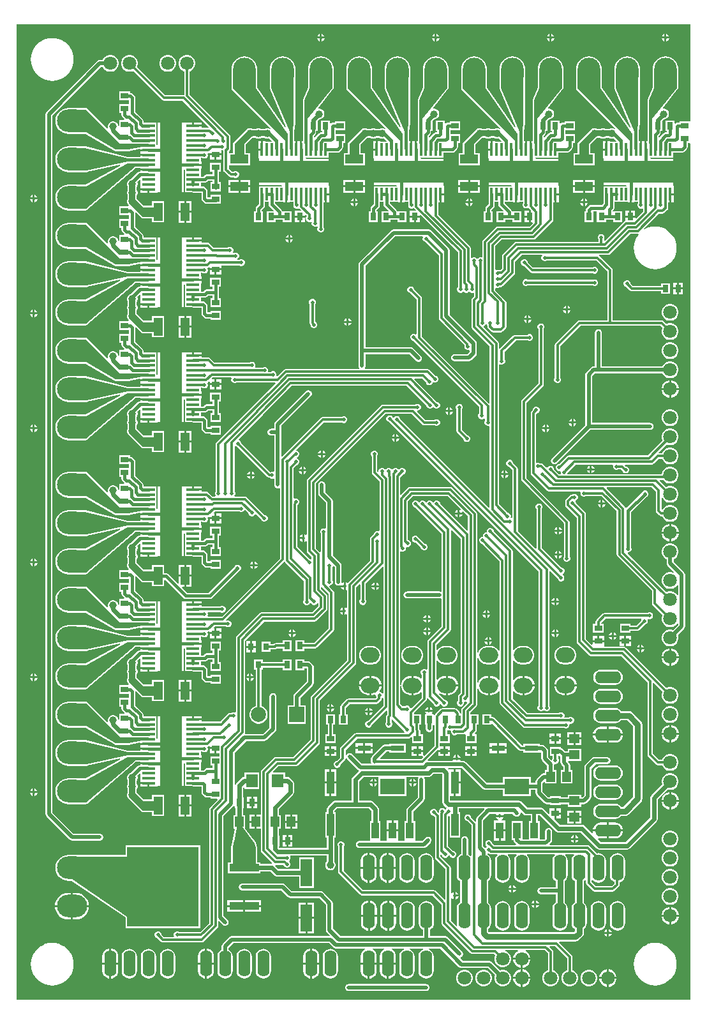
<source format=gbr>
%TF.GenerationSoftware,Altium Limited,Altium Designer,21.2.1 (34)*%
G04 Layer_Physical_Order=1*
G04 Layer_Color=6711008*
%FSLAX25Y25*%
%MOIN*%
%TF.SameCoordinates,3D92BD4A-1653-4209-B07E-4AD3ED082CDC*%
%TF.FilePolarity,Positive*%
%TF.FileFunction,Copper,L1,Top,Signal*%
%TF.Part,Single*%
G01*
G75*
%TA.AperFunction,SMDPad,CuDef*%
%ADD10R,0.11811X0.34252*%
%ADD11R,0.06693X0.01575*%
%ADD12R,0.34252X0.11811*%
%ADD13R,0.01575X0.06693*%
%ADD14R,0.03150X0.03937*%
%ADD15R,0.37402X0.41732*%
%ADD16R,0.15551X0.03937*%
%ADD17R,0.03150X0.03740*%
%ADD18R,0.03937X0.08465*%
%ADD19R,0.12992X0.08465*%
%ADD20R,0.03937X0.03150*%
%ADD21R,0.04500X0.05400*%
%ADD22R,0.06000X0.07000*%
%ADD23R,0.09449X0.04724*%
%ADD24R,0.04724X0.09449*%
%ADD25R,0.05400X0.04500*%
%ADD26R,0.05906X0.14173*%
%ADD27R,0.07087X0.03150*%
%ADD28R,0.03937X0.11811*%
%TA.AperFunction,Conductor*%
%ADD29C,0.01181*%
%ADD30C,0.01968*%
%ADD31C,0.01575*%
%ADD32C,0.02362*%
%ADD33C,0.03150*%
%ADD34C,0.00787*%
%ADD35R,0.36500X0.11811*%
%ADD36R,0.11811X0.36500*%
%TA.AperFunction,ComponentPad*%
%ADD37O,0.06299X0.13780*%
%ADD38C,0.07087*%
%ADD39O,0.11811X0.15748*%
%ADD40O,0.09843X0.07874*%
%ADD41O,0.13780X0.06299*%
%ADD42O,0.15748X0.11811*%
%ADD43C,0.07874*%
%ADD44R,0.07874X0.07874*%
%TA.AperFunction,ViaPad*%
%ADD45C,0.01968*%
%ADD46C,0.03937*%
G36*
X353127Y460203D02*
X352756Y459862D01*
X352615Y459862D01*
X347244D01*
Y459106D01*
X346555D01*
X345941Y458983D01*
X345420Y458635D01*
X345420Y458635D01*
X345374Y458590D01*
X344862Y458802D01*
Y460256D01*
X340138D01*
Y454744D01*
X340894D01*
Y453968D01*
X340161D01*
X339546Y453846D01*
X339025Y453498D01*
X339025Y453498D01*
X336901Y451374D01*
X336428Y451570D01*
Y452268D01*
X337041Y452880D01*
X337041Y452880D01*
X337389Y453401D01*
X337511Y454016D01*
Y454744D01*
X338268D01*
Y459989D01*
X339136Y460857D01*
X339462D01*
X340163Y461045D01*
X340792Y461408D01*
X341305Y461921D01*
X341668Y462549D01*
X341856Y463250D01*
Y463976D01*
X341668Y464677D01*
X341305Y465305D01*
X340792Y465818D01*
X340163Y466181D01*
X339462Y466369D01*
X338940D01*
X338673Y466854D01*
X346532Y476663D01*
X346584Y476764D01*
X346647Y476858D01*
X346656Y476902D01*
X346676Y476941D01*
X346686Y477054D01*
X346708Y477165D01*
Y482859D01*
X346725Y483032D01*
Y486969D01*
X346596Y488280D01*
X346213Y489542D01*
X345592Y490705D01*
X344756Y491724D01*
X343736Y492560D01*
X342574Y493182D01*
X341312Y493565D01*
X340000Y493694D01*
X338688Y493565D01*
X337426Y493182D01*
X336264Y492560D01*
X335244Y491724D01*
X334408Y490705D01*
X333787Y489542D01*
X333404Y488280D01*
X333275Y486969D01*
Y483032D01*
X333292Y482859D01*
Y477323D01*
X330733Y471072D01*
X330704Y470920D01*
X330674Y470768D01*
Y449346D01*
X330205D01*
Y445000D01*
X329205D01*
Y449346D01*
X327646D01*
Y445000D01*
X326646D01*
Y449346D01*
X326157D01*
Y454287D01*
X326695Y459264D01*
X326691Y459308D01*
X326699Y459350D01*
Y482770D01*
X326725Y483032D01*
Y486969D01*
X326596Y488280D01*
X326213Y489542D01*
X325592Y490705D01*
X324756Y491724D01*
X323736Y492560D01*
X322574Y493182D01*
X321312Y493565D01*
X320000Y493694D01*
X318688Y493565D01*
X317426Y493182D01*
X316264Y492560D01*
X315245Y491724D01*
X314408Y490705D01*
X313787Y489542D01*
X313404Y488280D01*
X313275Y486969D01*
Y483032D01*
X313292Y482859D01*
Y477165D01*
X313292Y477162D01*
X313292Y477158D01*
X313323Y477008D01*
X313353Y476858D01*
X313355Y476855D01*
X313356Y476851D01*
X321859Y456843D01*
X321412Y456594D01*
X306708Y477315D01*
Y482859D01*
X306725Y483032D01*
Y486969D01*
X306596Y488280D01*
X306213Y489542D01*
X305592Y490705D01*
X304755Y491724D01*
X303736Y492560D01*
X302574Y493182D01*
X301312Y493565D01*
X300000Y493694D01*
X298688Y493565D01*
X297426Y493182D01*
X296264Y492560D01*
X295245Y491724D01*
X294408Y490705D01*
X293787Y489542D01*
X293404Y488280D01*
X293275Y486969D01*
Y483032D01*
X293292Y482859D01*
X293292Y477059D01*
X293353Y476752D01*
X293527Y476492D01*
X293527Y476492D01*
X313763Y456255D01*
X313449Y455846D01*
X313064Y456068D01*
X312363Y456256D01*
X311637D01*
X310936Y456068D01*
X310750Y455960D01*
X308750D01*
X308564Y456068D01*
X307863Y456256D01*
X307137D01*
X306436Y456068D01*
X306250Y455960D01*
X304250D01*
X304064Y456068D01*
X303363Y456256D01*
X302637D01*
X301936Y456068D01*
X301308Y455705D01*
X300795Y455192D01*
X300534Y454740D01*
X294393Y448599D01*
X294219Y448339D01*
X294158Y448031D01*
X294158Y443150D01*
X291988D01*
Y436850D01*
X303012D01*
Y443150D01*
X300707D01*
X300707Y447524D01*
X304184Y451001D01*
X304537Y451205D01*
X305963D01*
X306436Y450932D01*
X307137Y450744D01*
X307863D01*
X308564Y450932D01*
X309037Y451205D01*
X310463D01*
X310936Y450932D01*
X311637Y450744D01*
X312363D01*
X313053Y450929D01*
X314376Y449607D01*
X314180Y449134D01*
X311020D01*
Y449346D01*
X309732D01*
Y445000D01*
X309232D01*
Y444500D01*
X307445D01*
X307445Y440654D01*
X307740Y440264D01*
X307740Y440142D01*
Y433886D01*
X325866D01*
X343992D01*
Y440291D01*
X332318D01*
X331977Y440803D01*
X332003Y440866D01*
X344075D01*
Y443394D01*
X348622D01*
X348622Y443394D01*
X349236Y443517D01*
X349757Y443865D01*
X351135Y445243D01*
X351135Y445243D01*
X351483Y445763D01*
X351606Y446378D01*
X351606Y446378D01*
Y448543D01*
X352615D01*
X352756Y448543D01*
X353127Y448202D01*
Y1204D01*
X1204D01*
Y510607D01*
X353127D01*
Y460203D01*
D02*
G37*
G36*
X345905Y477165D02*
X333051Y461122D01*
Y448146D01*
X331677D01*
X331476Y448347D01*
Y470768D01*
X334095Y477165D01*
Y483029D01*
X345905Y483439D01*
Y477165D01*
D02*
G37*
G36*
X325897Y485000D02*
Y459350D01*
X325354Y454331D01*
Y445000D01*
X323799D01*
Y454331D01*
X314094Y477165D01*
Y485000D01*
X325897Y485000D01*
D02*
G37*
G36*
X317697Y450004D02*
Y445000D01*
X316122D01*
Y448996D01*
X313110Y452008D01*
X304055D01*
X299904Y447857D01*
X299904Y440000D01*
X294960D01*
X294960Y448031D01*
X302087Y455158D01*
X312544D01*
X317697Y450004D01*
D02*
G37*
G36*
X305906Y477059D02*
X322807Y453240D01*
X322807Y445000D01*
X321240D01*
X321240Y449914D01*
X294094Y477059D01*
X294094Y485000D01*
X305906D01*
Y477059D01*
D02*
G37*
%LPC*%
G36*
X340500Y505441D02*
Y504000D01*
X341941D01*
X341682Y504624D01*
X341124Y505182D01*
X340500Y505441D01*
D02*
G37*
G36*
X339500D02*
X338876Y505182D01*
X338318Y504624D01*
X338059Y504000D01*
X339500D01*
Y505441D01*
D02*
G37*
G36*
X280500D02*
Y504000D01*
X281941D01*
X281682Y504624D01*
X281124Y505182D01*
X280500Y505441D01*
D02*
G37*
G36*
X279500D02*
X278876Y505182D01*
X278318Y504624D01*
X278059Y504000D01*
X279500D01*
Y505441D01*
D02*
G37*
G36*
X220500D02*
Y504000D01*
X221941D01*
X221682Y504624D01*
X221124Y505182D01*
X220500Y505441D01*
D02*
G37*
G36*
X219500D02*
X218876Y505182D01*
X218318Y504624D01*
X218059Y504000D01*
X219500D01*
Y505441D01*
D02*
G37*
G36*
X160500D02*
Y504000D01*
X161941D01*
X161682Y504624D01*
X161124Y505182D01*
X160500Y505441D01*
D02*
G37*
G36*
X159500D02*
X158876Y505182D01*
X158318Y504624D01*
X158059Y504000D01*
X159500D01*
Y505441D01*
D02*
G37*
G36*
X341941Y503000D02*
X340500D01*
Y501559D01*
X341124Y501818D01*
X341682Y502376D01*
X341941Y503000D01*
D02*
G37*
G36*
X339500D02*
X338059D01*
X338318Y502376D01*
X338876Y501818D01*
X339500Y501559D01*
Y503000D01*
D02*
G37*
G36*
X281941D02*
X280500D01*
Y501559D01*
X281124Y501818D01*
X281682Y502376D01*
X281941Y503000D01*
D02*
G37*
G36*
X279500D02*
X278059D01*
X278318Y502376D01*
X278876Y501818D01*
X279500Y501559D01*
Y503000D01*
D02*
G37*
G36*
X221941D02*
X220500D01*
Y501559D01*
X221124Y501818D01*
X221682Y502376D01*
X221941Y503000D01*
D02*
G37*
G36*
X219500D02*
X218059D01*
X218318Y502376D01*
X218876Y501818D01*
X219500Y501559D01*
Y503000D01*
D02*
G37*
G36*
X161941D02*
X160500D01*
Y501559D01*
X161124Y501818D01*
X161682Y502376D01*
X161941Y503000D01*
D02*
G37*
G36*
X159500D02*
X158059D01*
X158318Y502376D01*
X158876Y501818D01*
X159500Y501559D01*
Y503000D01*
D02*
G37*
G36*
X80570Y494331D02*
X79430D01*
X78328Y494036D01*
X77341Y493465D01*
X76535Y492659D01*
X75964Y491672D01*
X75669Y490570D01*
Y489430D01*
X75964Y488328D01*
X76535Y487341D01*
X77341Y486535D01*
X78328Y485964D01*
X79430Y485669D01*
X80570D01*
X81672Y485964D01*
X82659Y486535D01*
X83465Y487341D01*
X84036Y488328D01*
X84331Y489430D01*
Y490570D01*
X84036Y491672D01*
X83465Y492659D01*
X82659Y493465D01*
X81672Y494036D01*
X80570Y494331D01*
D02*
G37*
G36*
X50570D02*
X49430D01*
X48328Y494036D01*
X47341Y493465D01*
X46535Y492659D01*
X46042Y491806D01*
X44500D01*
X43809Y491669D01*
X43223Y491277D01*
X16723Y464777D01*
X16331Y464191D01*
X16194Y463500D01*
Y98000D01*
X16331Y97309D01*
X16723Y96723D01*
X28723Y84723D01*
X29309Y84331D01*
X30000Y84194D01*
X44500D01*
X44675Y84228D01*
X44852D01*
X45017Y84296D01*
X45191Y84331D01*
X45339Y84430D01*
X45504Y84498D01*
X45629Y84624D01*
X45777Y84723D01*
X45876Y84871D01*
X46002Y84996D01*
X46070Y85161D01*
X46169Y85309D01*
X46204Y85483D01*
X46272Y85648D01*
Y85826D01*
X46306Y86000D01*
X46272Y86174D01*
Y86352D01*
X46204Y86517D01*
X46169Y86691D01*
X46070Y86839D01*
X46002Y87004D01*
X45876Y87129D01*
X45777Y87277D01*
X45629Y87376D01*
X45504Y87502D01*
X45339Y87570D01*
X45191Y87669D01*
X45017Y87704D01*
X44852Y87772D01*
X44675D01*
X44500Y87806D01*
X30748D01*
X19806Y98748D01*
Y462752D01*
X45248Y488194D01*
X46042D01*
X46535Y487341D01*
X47341Y486535D01*
X48328Y485964D01*
X49430Y485669D01*
X50570D01*
X51672Y485964D01*
X52659Y486535D01*
X53465Y487341D01*
X54036Y488328D01*
X54331Y489430D01*
Y490570D01*
X54036Y491672D01*
X53465Y492659D01*
X52659Y493465D01*
X51672Y494036D01*
X50570Y494331D01*
D02*
G37*
G36*
X19685Y503290D02*
X17939Y503153D01*
X16235Y502744D01*
X14616Y502073D01*
X13123Y501158D01*
X11791Y500020D01*
X10653Y498688D01*
X9737Y497194D01*
X9067Y495576D01*
X8658Y493872D01*
X8521Y492126D01*
X8658Y490379D01*
X9067Y488676D01*
X9737Y487057D01*
X10653Y485564D01*
X11791Y484232D01*
X13123Y483094D01*
X14616Y482178D01*
X16235Y481508D01*
X17939Y481099D01*
X19685Y480962D01*
X21431Y481099D01*
X23135Y481508D01*
X24754Y482178D01*
X26247Y483094D01*
X27579Y484232D01*
X28717Y485564D01*
X29632Y487057D01*
X30303Y488676D01*
X30712Y490379D01*
X30849Y492126D01*
X30712Y493872D01*
X30303Y495576D01*
X29632Y497194D01*
X28717Y498688D01*
X27579Y500020D01*
X26247Y501158D01*
X24754Y502073D01*
X23135Y502744D01*
X21431Y503153D01*
X19685Y503290D01*
D02*
G37*
G36*
X90570Y494331D02*
X89430D01*
X88328Y494036D01*
X87341Y493465D01*
X86535Y492659D01*
X85964Y491672D01*
X85669Y490570D01*
Y489430D01*
X85964Y488328D01*
X86535Y487341D01*
X87341Y486535D01*
X88328Y485964D01*
X88595Y485893D01*
Y473614D01*
X88341Y473405D01*
X78582D01*
X63898Y488089D01*
X64036Y488328D01*
X64331Y489430D01*
Y490570D01*
X64036Y491672D01*
X63465Y492659D01*
X62659Y493465D01*
X61672Y494036D01*
X60570Y494331D01*
X59430D01*
X58328Y494036D01*
X57341Y493465D01*
X56535Y492659D01*
X55964Y491672D01*
X55669Y490570D01*
Y489430D01*
X55964Y488328D01*
X56535Y487341D01*
X57341Y486535D01*
X58328Y485964D01*
X59430Y485669D01*
X60570D01*
X61672Y485964D01*
X61911Y486102D01*
X77007Y471006D01*
X77462Y470702D01*
X78000Y470595D01*
X87759D01*
X101496Y456858D01*
X101284Y456346D01*
X97575D01*
Y457000D01*
X93228D01*
Y457500D01*
X92728D01*
Y459287D01*
X88882Y459287D01*
X88492Y458992D01*
X88370Y458992D01*
X82114D01*
Y440866D01*
Y422740D01*
X88520D01*
Y434414D01*
X89031Y434756D01*
X89095Y434729D01*
Y430335D01*
Y427776D01*
Y425216D01*
Y422657D01*
X93053D01*
X93205Y422627D01*
X97584D01*
Y419450D01*
X97584Y419449D01*
X97706Y418835D01*
X98054Y418314D01*
X99097Y417271D01*
X99097Y417271D01*
X99618Y416923D01*
X100232Y416801D01*
X100233Y416801D01*
X102244D01*
Y416701D01*
X107756D01*
Y421425D01*
X102244D01*
Y420012D01*
X100898D01*
X100795Y420115D01*
Y423310D01*
X100673Y423925D01*
X100325Y424446D01*
X100325Y424446D01*
X99402Y425368D01*
X98881Y425716D01*
X98267Y425839D01*
X98267Y425839D01*
X97362D01*
Y427745D01*
X99248D01*
X99248Y427745D01*
X99863Y427868D01*
X100384Y428216D01*
X101016Y428848D01*
X103371D01*
Y428020D01*
X102244D01*
Y423295D01*
X107756D01*
Y428020D01*
X106582D01*
Y430453D01*
Y433544D01*
X107732D01*
Y438268D01*
X102221D01*
Y433544D01*
X103371D01*
Y432059D01*
X100351D01*
X100351Y432059D01*
X99736Y431937D01*
X99215Y431589D01*
X98583Y430957D01*
X97362D01*
Y435240D01*
X97575D01*
Y436528D01*
X93228D01*
Y437528D01*
X97575D01*
Y438815D01*
X97362D01*
Y440741D01*
X98049D01*
X98176Y440614D01*
X98827Y440344D01*
X99532D01*
X100183Y440614D01*
X100681Y441113D01*
X100951Y441764D01*
Y442469D01*
X100848Y442716D01*
X101111Y443164D01*
X101596Y443257D01*
X101934Y443001D01*
X104977D01*
X107945D01*
Y444685D01*
X108010Y444728D01*
X108599D01*
X108732Y444710D01*
X109095Y444332D01*
Y434500D01*
X109202Y433962D01*
X109506Y433507D01*
X112007Y431006D01*
X112462Y430702D01*
X113000Y430595D01*
X114400D01*
X114496Y430498D01*
X115148Y430228D01*
X115852D01*
X116504Y430498D01*
X117002Y430996D01*
X117272Y431648D01*
Y432352D01*
X117002Y433004D01*
X116504Y433502D01*
X115852Y433772D01*
X115148D01*
X114496Y433502D01*
X114400Y433405D01*
X113582D01*
X111905Y435082D01*
Y436373D01*
X111988Y436850D01*
X112417Y436850D01*
X123012D01*
Y443150D01*
X120707D01*
X120707Y447524D01*
X124184Y451001D01*
X124537Y451205D01*
X125963D01*
X126436Y450932D01*
X127137Y450744D01*
X127863D01*
X128564Y450932D01*
X129037Y451205D01*
X130463D01*
X130936Y450932D01*
X131637Y450744D01*
X132363D01*
X133054Y450929D01*
X134376Y449607D01*
X134180Y449134D01*
X131020D01*
Y449346D01*
X129732D01*
Y445000D01*
X129232D01*
Y444500D01*
X127445D01*
X127445Y440654D01*
X127740Y440264D01*
X127740Y440142D01*
Y433886D01*
X145866D01*
X163992D01*
Y440291D01*
X152319D01*
X151977Y440803D01*
X152003Y440866D01*
X164075D01*
Y443394D01*
X168622D01*
X168622Y443394D01*
X169237Y443517D01*
X169757Y443865D01*
X171135Y445243D01*
X171135Y445243D01*
X171483Y445763D01*
X171606Y446378D01*
X171606Y446378D01*
Y448543D01*
X172756D01*
Y453268D01*
X167747D01*
Y455138D01*
X172756D01*
Y459862D01*
X167244D01*
Y459106D01*
X166555D01*
X165941Y458983D01*
X165420Y458635D01*
X165420Y458635D01*
X165374Y458590D01*
X164862Y458802D01*
Y460256D01*
X160138D01*
Y454744D01*
X160894D01*
Y453968D01*
X160161D01*
X159546Y453846D01*
X159025Y453498D01*
X159025Y453498D01*
X156901Y451374D01*
X156428Y451570D01*
Y452268D01*
X157041Y452880D01*
X157041Y452880D01*
X157389Y453401D01*
X157511Y454016D01*
Y454744D01*
X158268D01*
Y459989D01*
X159136Y460857D01*
X159462D01*
X160163Y461045D01*
X160792Y461408D01*
X161305Y461921D01*
X161668Y462549D01*
X161856Y463250D01*
Y463976D01*
X161668Y464677D01*
X161305Y465305D01*
X160792Y465818D01*
X160163Y466181D01*
X159462Y466369D01*
X158940D01*
X158673Y466854D01*
X166532Y476663D01*
X166584Y476764D01*
X166647Y476858D01*
X166656Y476902D01*
X166676Y476941D01*
X166686Y477054D01*
X166708Y477165D01*
Y482859D01*
X166725Y483032D01*
Y486969D01*
X166596Y488280D01*
X166213Y489542D01*
X165592Y490705D01*
X164755Y491724D01*
X163736Y492560D01*
X162574Y493182D01*
X161312Y493565D01*
X160000Y493694D01*
X158688Y493565D01*
X157426Y493182D01*
X156264Y492560D01*
X155245Y491724D01*
X154408Y490705D01*
X153787Y489542D01*
X153404Y488280D01*
X153275Y486969D01*
Y483032D01*
X153292Y482859D01*
Y477323D01*
X150733Y471072D01*
X150704Y470920D01*
X150674Y470768D01*
Y449346D01*
X150205D01*
Y445000D01*
X149205D01*
Y449346D01*
X147646D01*
Y445000D01*
X146646D01*
Y449346D01*
X146157D01*
Y454287D01*
X146695Y459264D01*
X146691Y459308D01*
X146700Y459350D01*
Y482770D01*
X146725Y483032D01*
Y486969D01*
X146596Y488280D01*
X146213Y489542D01*
X145592Y490705D01*
X144755Y491724D01*
X143736Y492560D01*
X142574Y493182D01*
X141312Y493565D01*
X140000Y493694D01*
X138688Y493565D01*
X137426Y493182D01*
X136264Y492560D01*
X135245Y491724D01*
X134408Y490705D01*
X133787Y489542D01*
X133404Y488280D01*
X133275Y486969D01*
Y483032D01*
X133292Y482859D01*
Y477165D01*
X133292Y477162D01*
X133292Y477158D01*
X133323Y477008D01*
X133353Y476858D01*
X133355Y476855D01*
X133356Y476851D01*
X141859Y456843D01*
X141412Y456594D01*
X126708Y477315D01*
Y482859D01*
X126725Y483032D01*
Y486969D01*
X126596Y488280D01*
X126213Y489542D01*
X125592Y490705D01*
X124756Y491724D01*
X123736Y492560D01*
X122574Y493182D01*
X121312Y493565D01*
X120000Y493694D01*
X118688Y493565D01*
X117426Y493182D01*
X116264Y492560D01*
X115244Y491724D01*
X114408Y490705D01*
X113787Y489542D01*
X113404Y488280D01*
X113275Y486969D01*
Y483032D01*
X113292Y482859D01*
X113292Y477059D01*
X113353Y476752D01*
X113527Y476492D01*
X113527Y476492D01*
X133763Y456255D01*
X133449Y455846D01*
X133064Y456068D01*
X132363Y456256D01*
X131637D01*
X130936Y456068D01*
X130750Y455960D01*
X128750D01*
X128564Y456068D01*
X127863Y456256D01*
X127137D01*
X126436Y456068D01*
X126250Y455960D01*
X124250D01*
X124064Y456068D01*
X123363Y456256D01*
X122637D01*
X121936Y456068D01*
X121308Y455705D01*
X120795Y455192D01*
X120534Y454740D01*
X114393Y448599D01*
X114219Y448339D01*
X114158Y448031D01*
X114158Y443150D01*
X111988Y443150D01*
X111905Y443627D01*
Y444077D01*
X112356Y444528D01*
X112660Y444984D01*
X112767Y445522D01*
Y451762D01*
X112660Y452300D01*
X112356Y452756D01*
X91405Y473706D01*
Y485893D01*
X91672Y485964D01*
X92659Y486535D01*
X93465Y487341D01*
X94036Y488328D01*
X94331Y489430D01*
Y490570D01*
X94036Y491672D01*
X93465Y492659D01*
X92659Y493465D01*
X91672Y494036D01*
X90570Y494331D01*
D02*
G37*
G36*
X93728Y459287D02*
Y458000D01*
X97575D01*
Y459287D01*
X93728D01*
D02*
G37*
G36*
X60256Y475520D02*
X54744D01*
Y470795D01*
X59871D01*
Y468925D01*
X54744D01*
Y464201D01*
X55871D01*
Y463173D01*
X55871Y463173D01*
X55993Y462559D01*
X56341Y462038D01*
X57264Y461115D01*
X57264Y461115D01*
X57389Y461031D01*
X57234Y460520D01*
X54744D01*
Y457518D01*
X54232Y457451D01*
X54068Y458064D01*
X53705Y458692D01*
X53192Y459205D01*
X52564Y459568D01*
X51863Y459756D01*
X51137D01*
X50436Y459568D01*
X49808Y459205D01*
X49295Y458692D01*
X48932Y458064D01*
X48744Y457363D01*
Y456637D01*
X48831Y456312D01*
X48372Y456047D01*
X37946Y466474D01*
X37685Y466648D01*
X37378Y466709D01*
X32134D01*
X31969Y466725D01*
X28032D01*
X26719Y466596D01*
X25458Y466213D01*
X24295Y465592D01*
X23276Y464755D01*
X22440Y463736D01*
X21818Y462574D01*
X21435Y461312D01*
X21306Y460000D01*
X21435Y458688D01*
X21818Y457426D01*
X22440Y456264D01*
X23276Y455244D01*
X24295Y454408D01*
X25458Y453787D01*
X26719Y453404D01*
X28032Y453275D01*
X31969D01*
X32147Y453292D01*
X37158Y453292D01*
X52224Y444350D01*
X52279Y444330D01*
X52327Y444298D01*
X52425Y444279D01*
X52520Y444245D01*
X52577Y444248D01*
X52634Y444237D01*
X59425D01*
X59503Y444253D01*
X59583Y444253D01*
X65258Y445385D01*
X65477Y445205D01*
X70000D01*
Y444205D01*
X65654D01*
Y442646D01*
X70000D01*
Y441646D01*
X65654D01*
Y441178D01*
X59130D01*
X36948Y446681D01*
X36850Y446686D01*
X36754Y446705D01*
X32173Y446705D01*
X31969Y446725D01*
X28032D01*
X26719Y446596D01*
X25458Y446213D01*
X24295Y445592D01*
X23276Y444756D01*
X22440Y443736D01*
X21818Y442574D01*
X21435Y441312D01*
X21306Y440000D01*
X21435Y438688D01*
X21818Y437426D01*
X22440Y436264D01*
X23276Y435245D01*
X24295Y434408D01*
X25458Y433787D01*
X26719Y433404D01*
X28032Y433275D01*
X31969D01*
X32147Y433292D01*
X37821Y433292D01*
X37907Y433309D01*
X37995Y433311D01*
X54972Y437077D01*
X55152Y436598D01*
X37172Y426708D01*
X32147D01*
X31969Y426725D01*
X28032D01*
X26719Y426596D01*
X25458Y426213D01*
X24295Y425592D01*
X23276Y424755D01*
X22440Y423736D01*
X21818Y422574D01*
X21435Y421312D01*
X21306Y420000D01*
X21435Y418688D01*
X21818Y417426D01*
X22440Y416264D01*
X23276Y415244D01*
X24295Y414408D01*
X25458Y413787D01*
X26719Y413404D01*
X28032Y413275D01*
X31969D01*
X32147Y413292D01*
X37378D01*
X37502Y413317D01*
X37628Y413332D01*
X37655Y413347D01*
X37685Y413353D01*
X37791Y413424D01*
X37901Y413485D01*
X63514Y435438D01*
X65654D01*
Y434969D01*
X70000D01*
Y433968D01*
X65654D01*
Y433500D01*
X64996D01*
X64689Y433438D01*
X64428Y433264D01*
X60840Y429676D01*
X60436Y429568D01*
X59808Y429205D01*
X59295Y428692D01*
X58932Y428064D01*
X58744Y427363D01*
Y426637D01*
X58932Y425936D01*
X59040Y425750D01*
Y423750D01*
X58932Y423564D01*
X58744Y422863D01*
Y422137D01*
X58932Y421436D01*
X59040Y421250D01*
Y419250D01*
X58932Y419064D01*
X58744Y418363D01*
Y417637D01*
X58932Y416936D01*
X59295Y416308D01*
X59571Y416031D01*
X59359Y415520D01*
X54744D01*
Y410795D01*
X59871D01*
Y408925D01*
X54744D01*
Y404201D01*
X55871D01*
Y403173D01*
X55871Y403173D01*
X55993Y402559D01*
X56341Y402038D01*
X57264Y401115D01*
X57264Y401115D01*
X57389Y401031D01*
X57234Y400520D01*
X54744D01*
Y397518D01*
X54232Y397451D01*
X54068Y398064D01*
X53705Y398692D01*
X53192Y399205D01*
X52564Y399568D01*
X51863Y399756D01*
X51137D01*
X50436Y399568D01*
X49808Y399205D01*
X49295Y398692D01*
X48932Y398064D01*
X48744Y397363D01*
Y396637D01*
X48831Y396312D01*
X48372Y396047D01*
X37946Y406474D01*
X37685Y406648D01*
X37378Y406709D01*
X32134D01*
X31969Y406725D01*
X28032D01*
X26719Y406596D01*
X25458Y406213D01*
X24295Y405592D01*
X23276Y404755D01*
X22440Y403736D01*
X21818Y402574D01*
X21435Y401312D01*
X21306Y400000D01*
X21435Y398688D01*
X21818Y397426D01*
X22440Y396264D01*
X23276Y395245D01*
X24295Y394408D01*
X25458Y393787D01*
X26719Y393404D01*
X28032Y393275D01*
X31969D01*
X32147Y393292D01*
X37158Y393292D01*
X52224Y384350D01*
X52279Y384330D01*
X52327Y384298D01*
X52425Y384279D01*
X52520Y384245D01*
X52577Y384248D01*
X52634Y384237D01*
X59425D01*
X59503Y384253D01*
X59583Y384253D01*
X65258Y385385D01*
X65477Y385205D01*
X70000D01*
Y384205D01*
X65654D01*
Y382646D01*
X70000D01*
Y381646D01*
X65654D01*
Y381177D01*
X59130D01*
X36948Y386682D01*
X36850Y386686D01*
X36754Y386705D01*
X32173Y386705D01*
X31969Y386725D01*
X28032D01*
X26719Y386596D01*
X25458Y386213D01*
X24295Y385592D01*
X23276Y384755D01*
X22440Y383736D01*
X21818Y382574D01*
X21435Y381312D01*
X21306Y380000D01*
X21435Y378688D01*
X21818Y377426D01*
X22440Y376264D01*
X23276Y375244D01*
X24295Y374408D01*
X25458Y373787D01*
X26719Y373404D01*
X28032Y373275D01*
X31969D01*
X32147Y373292D01*
X37821Y373292D01*
X37907Y373309D01*
X37995Y373311D01*
X54972Y377077D01*
X55152Y376598D01*
X37172Y366708D01*
X32147D01*
X31969Y366725D01*
X28032D01*
X26719Y366596D01*
X25458Y366213D01*
X24295Y365592D01*
X23276Y364756D01*
X22440Y363736D01*
X21818Y362574D01*
X21435Y361312D01*
X21306Y360000D01*
X21435Y358688D01*
X21818Y357426D01*
X22440Y356264D01*
X23276Y355244D01*
X24295Y354408D01*
X25458Y353787D01*
X26719Y353404D01*
X28032Y353275D01*
X31969D01*
X32147Y353292D01*
X37378D01*
X37502Y353317D01*
X37628Y353332D01*
X37655Y353347D01*
X37685Y353353D01*
X37791Y353424D01*
X37901Y353485D01*
X63514Y375438D01*
X65654D01*
Y374969D01*
X70000D01*
Y373969D01*
X65654D01*
Y373500D01*
X64996D01*
X64689Y373439D01*
X64428Y373265D01*
X60840Y369676D01*
X60436Y369568D01*
X59808Y369205D01*
X59295Y368692D01*
X58932Y368064D01*
X58744Y367363D01*
Y366637D01*
X58932Y365936D01*
X59040Y365750D01*
Y363750D01*
X58932Y363564D01*
X58744Y362863D01*
Y362137D01*
X58932Y361436D01*
X59040Y361250D01*
Y359250D01*
X58932Y359064D01*
X58744Y358363D01*
Y357637D01*
X58932Y356936D01*
X59295Y356308D01*
X59571Y356031D01*
X59359Y355520D01*
X54744D01*
Y350795D01*
X59871D01*
Y348925D01*
X54744D01*
Y344201D01*
X55871D01*
Y343173D01*
X55871Y343173D01*
X55993Y342559D01*
X56341Y342038D01*
X57264Y341115D01*
X57264Y341115D01*
X57389Y341031D01*
X57234Y340520D01*
X54744D01*
Y337518D01*
X54232Y337451D01*
X54068Y338064D01*
X53705Y338692D01*
X53192Y339205D01*
X52564Y339568D01*
X51863Y339756D01*
X51137D01*
X50436Y339568D01*
X49808Y339205D01*
X49295Y338692D01*
X48932Y338064D01*
X48744Y337363D01*
Y336637D01*
X48831Y336312D01*
X48372Y336048D01*
X37946Y346474D01*
X37685Y346648D01*
X37378Y346709D01*
X32134D01*
X31969Y346725D01*
X28032D01*
X26719Y346596D01*
X25458Y346213D01*
X24295Y345592D01*
X23276Y344756D01*
X22440Y343736D01*
X21818Y342574D01*
X21435Y341312D01*
X21306Y340000D01*
X21435Y338688D01*
X21818Y337426D01*
X22440Y336264D01*
X23276Y335244D01*
X24295Y334408D01*
X25458Y333787D01*
X26719Y333404D01*
X28032Y333275D01*
X31969D01*
X32147Y333292D01*
X37158Y333292D01*
X52224Y324350D01*
X52279Y324330D01*
X52327Y324298D01*
X52425Y324279D01*
X52520Y324245D01*
X52577Y324248D01*
X52634Y324237D01*
X59425D01*
X59503Y324253D01*
X59583Y324253D01*
X65258Y325385D01*
X65477Y325205D01*
X70000D01*
Y324205D01*
X65654D01*
Y322646D01*
X70000D01*
Y321646D01*
X65654D01*
Y321177D01*
X59130D01*
X36948Y326682D01*
X36850Y326686D01*
X36754Y326705D01*
X32173Y326705D01*
X31969Y326725D01*
X28032D01*
X26719Y326596D01*
X25458Y326213D01*
X24295Y325592D01*
X23276Y324756D01*
X22440Y323736D01*
X21818Y322574D01*
X21435Y321312D01*
X21306Y320000D01*
X21435Y318688D01*
X21818Y317426D01*
X22440Y316264D01*
X23276Y315245D01*
X24295Y314408D01*
X25458Y313787D01*
X26719Y313404D01*
X28032Y313275D01*
X31969D01*
X32147Y313292D01*
X37821Y313292D01*
X37907Y313309D01*
X37995Y313311D01*
X54972Y317077D01*
X55152Y316598D01*
X37172Y306708D01*
X32147D01*
X31969Y306725D01*
X28032D01*
X26719Y306596D01*
X25458Y306213D01*
X24295Y305592D01*
X23276Y304755D01*
X22440Y303736D01*
X21818Y302574D01*
X21435Y301312D01*
X21306Y300000D01*
X21435Y298688D01*
X21818Y297426D01*
X22440Y296264D01*
X23276Y295245D01*
X24295Y294408D01*
X25458Y293787D01*
X26719Y293404D01*
X28032Y293275D01*
X31969D01*
X32147Y293292D01*
X37378D01*
X37502Y293317D01*
X37628Y293332D01*
X37655Y293347D01*
X37685Y293353D01*
X37791Y293424D01*
X37901Y293485D01*
X63514Y315438D01*
X65654D01*
Y314968D01*
X70000D01*
Y313968D01*
X65654D01*
Y313500D01*
X64996D01*
X64689Y313439D01*
X64428Y313264D01*
X60840Y309676D01*
X60436Y309568D01*
X59808Y309205D01*
X59295Y308692D01*
X58932Y308064D01*
X58744Y307363D01*
Y306637D01*
X58932Y305936D01*
X59040Y305750D01*
Y303750D01*
X58932Y303564D01*
X58744Y302863D01*
Y302137D01*
X58932Y301436D01*
X59040Y301250D01*
Y299250D01*
X58932Y299064D01*
X58744Y298363D01*
Y297637D01*
X58932Y296936D01*
X59295Y296308D01*
X59808Y295795D01*
X60260Y295534D01*
X66401Y289393D01*
X66661Y289219D01*
X66969Y289158D01*
X71850Y289158D01*
Y286988D01*
X78150D01*
Y298012D01*
X71850D01*
Y295707D01*
X67476Y295707D01*
X63999Y299184D01*
X63795Y299537D01*
Y300963D01*
X64068Y301436D01*
X64256Y302137D01*
Y302863D01*
X64068Y303564D01*
X63795Y304037D01*
Y305463D01*
X64068Y305936D01*
X64256Y306637D01*
Y307363D01*
X64071Y308053D01*
X65393Y309376D01*
X65866Y309180D01*
Y306020D01*
X65654D01*
Y304732D01*
X70000D01*
Y304232D01*
X70500D01*
Y302445D01*
X74347Y302445D01*
X74736Y302740D01*
X74858Y302740D01*
X81114D01*
Y320866D01*
Y338992D01*
X74709D01*
Y327319D01*
X74197Y326977D01*
X74134Y327003D01*
Y330807D01*
Y333366D01*
Y335925D01*
Y339075D01*
X70135D01*
X69977Y339106D01*
X67307D01*
Y340001D01*
X67185Y340615D01*
X66836Y341136D01*
X66836Y341136D01*
X63082Y344890D01*
Y351988D01*
X63111Y352015D01*
X63557Y352237D01*
X66401Y349393D01*
X66661Y349219D01*
X66969Y349158D01*
X71850Y349158D01*
Y346988D01*
X78150D01*
Y358012D01*
X71850D01*
Y355707D01*
X67476Y355707D01*
X63999Y359184D01*
X63795Y359537D01*
Y360963D01*
X64068Y361436D01*
X64256Y362137D01*
Y362863D01*
X64068Y363564D01*
X63795Y364037D01*
Y365463D01*
X64068Y365936D01*
X64256Y366637D01*
Y367363D01*
X64071Y368054D01*
X65393Y369376D01*
X65866Y369180D01*
Y366020D01*
X65654D01*
Y364732D01*
X70000D01*
Y364232D01*
X70500D01*
Y362445D01*
X74347Y362445D01*
X74736Y362740D01*
X74858Y362740D01*
X81114D01*
Y380866D01*
Y398992D01*
X74709D01*
Y387318D01*
X74197Y386977D01*
X74134Y387003D01*
Y390807D01*
Y393366D01*
Y395925D01*
Y399075D01*
X70135D01*
X69977Y399106D01*
X67307D01*
Y400001D01*
X67185Y400615D01*
X66836Y401136D01*
X66836Y401136D01*
X63082Y404890D01*
Y411988D01*
X63111Y412015D01*
X63557Y412237D01*
X66401Y409393D01*
X66661Y409219D01*
X66969Y409158D01*
X71850Y409158D01*
Y406988D01*
X78150D01*
Y418012D01*
X71850D01*
Y415707D01*
X67476Y415707D01*
X63999Y419184D01*
X63795Y419537D01*
Y420963D01*
X64068Y421436D01*
X64256Y422137D01*
Y422863D01*
X64068Y423564D01*
X63795Y424037D01*
Y425463D01*
X64068Y425936D01*
X64256Y426637D01*
Y427363D01*
X64071Y428054D01*
X65393Y429376D01*
X65866Y429180D01*
Y426020D01*
X65654D01*
Y424732D01*
X70000D01*
Y424232D01*
X70500D01*
Y422445D01*
X74347Y422445D01*
X74736Y422740D01*
X74858Y422740D01*
X81114D01*
Y440866D01*
Y458992D01*
X74709D01*
Y447319D01*
X74197Y446977D01*
X74134Y447003D01*
Y450807D01*
Y453366D01*
Y455925D01*
Y459075D01*
X70135D01*
X69977Y459106D01*
X67307D01*
Y460001D01*
X67185Y460615D01*
X66836Y461136D01*
X66836Y461136D01*
X63082Y464890D01*
Y472001D01*
X62960Y472615D01*
X62612Y473136D01*
X62612Y473136D01*
X61612Y474136D01*
X61091Y474484D01*
X60477Y474606D01*
X60256Y475028D01*
Y475520D01*
D02*
G37*
G36*
X308732Y449346D02*
X307445D01*
Y445500D01*
X308732D01*
Y449346D01*
D02*
G37*
G36*
X248732D02*
X247445D01*
Y445500D01*
X248732D01*
Y449346D01*
D02*
G37*
G36*
X188732D02*
X187445D01*
Y445500D01*
X188732D01*
Y449346D01*
D02*
G37*
G36*
X128732D02*
X127445D01*
Y445500D01*
X128732D01*
Y449346D01*
D02*
G37*
G36*
X280000Y493694D02*
X278688Y493565D01*
X277426Y493182D01*
X276264Y492560D01*
X275244Y491724D01*
X274408Y490705D01*
X273787Y489542D01*
X273404Y488280D01*
X273275Y486969D01*
Y483032D01*
X273292Y482859D01*
Y477323D01*
X270733Y471072D01*
X270704Y470920D01*
X270674Y470768D01*
Y449346D01*
X270205D01*
Y445000D01*
X269205D01*
Y449346D01*
X267646D01*
Y445000D01*
X266646D01*
Y449346D01*
X266157D01*
Y454287D01*
X266695Y459264D01*
X266691Y459308D01*
X266700Y459350D01*
Y482770D01*
X266725Y483032D01*
Y486969D01*
X266596Y488280D01*
X266213Y489542D01*
X265592Y490705D01*
X264756Y491724D01*
X263736Y492560D01*
X262574Y493182D01*
X261312Y493565D01*
X260000Y493694D01*
X258688Y493565D01*
X257426Y493182D01*
X256264Y492560D01*
X255244Y491724D01*
X254408Y490705D01*
X253787Y489542D01*
X253404Y488280D01*
X253275Y486969D01*
Y483032D01*
X253292Y482859D01*
Y477165D01*
X253292Y477162D01*
X253292Y477158D01*
X253323Y477008D01*
X253353Y476858D01*
X253355Y476855D01*
X253356Y476851D01*
X261859Y456843D01*
X261412Y456594D01*
X246708Y477315D01*
Y482859D01*
X246725Y483032D01*
Y486969D01*
X246596Y488280D01*
X246213Y489542D01*
X245592Y490705D01*
X244756Y491724D01*
X243736Y492560D01*
X242574Y493182D01*
X241312Y493565D01*
X240000Y493694D01*
X238688Y493565D01*
X237426Y493182D01*
X236264Y492560D01*
X235244Y491724D01*
X234408Y490705D01*
X233787Y489542D01*
X233404Y488280D01*
X233275Y486969D01*
Y483032D01*
X233292Y482859D01*
X233292Y477059D01*
X233353Y476752D01*
X233527Y476492D01*
X233527Y476492D01*
X253763Y456255D01*
X253449Y455846D01*
X253064Y456068D01*
X252363Y456256D01*
X251637D01*
X250936Y456068D01*
X250750Y455960D01*
X248750D01*
X248564Y456068D01*
X247863Y456256D01*
X247137D01*
X246436Y456068D01*
X246250Y455960D01*
X244250D01*
X244064Y456068D01*
X243363Y456256D01*
X242637D01*
X241936Y456068D01*
X241308Y455705D01*
X240795Y455192D01*
X240533Y454740D01*
X234393Y448599D01*
X234219Y448339D01*
X234158Y448031D01*
X234158Y443150D01*
X231988D01*
Y436850D01*
X243012D01*
Y443150D01*
X240707D01*
X240707Y447524D01*
X244184Y451001D01*
X244537Y451205D01*
X245963D01*
X246436Y450932D01*
X247137Y450744D01*
X247863D01*
X248564Y450932D01*
X249037Y451205D01*
X250463D01*
X250936Y450932D01*
X251637Y450744D01*
X252363D01*
X253053Y450929D01*
X254376Y449607D01*
X254180Y449134D01*
X251020D01*
Y449346D01*
X249732D01*
Y445000D01*
X249232D01*
Y444500D01*
X247445D01*
X247445Y440654D01*
X247740Y440264D01*
X247740Y440142D01*
Y433886D01*
X265866D01*
X283992D01*
Y440291D01*
X272319D01*
X271977Y440803D01*
X272003Y440866D01*
X284075D01*
Y443394D01*
X288622D01*
X288622Y443394D01*
X289236Y443517D01*
X289757Y443865D01*
X291135Y445243D01*
X291135Y445243D01*
X291483Y445763D01*
X291606Y446378D01*
X291606Y446378D01*
Y448543D01*
X292756D01*
Y453268D01*
X287747D01*
Y455138D01*
X292756D01*
Y459862D01*
X287244D01*
Y459106D01*
X286555D01*
X285941Y458983D01*
X285420Y458635D01*
X285420Y458635D01*
X285374Y458590D01*
X284862Y458802D01*
Y460256D01*
X280138D01*
Y454744D01*
X280894D01*
Y453968D01*
X280161D01*
X279546Y453846D01*
X279025Y453498D01*
X279025Y453498D01*
X276901Y451374D01*
X276429Y451570D01*
Y452268D01*
X277041Y452880D01*
X277041Y452880D01*
X277389Y453401D01*
X277511Y454016D01*
Y454744D01*
X278268D01*
Y459989D01*
X279136Y460857D01*
X279463D01*
X280163Y461045D01*
X280792Y461408D01*
X281305Y461921D01*
X281668Y462549D01*
X281856Y463250D01*
Y463976D01*
X281668Y464677D01*
X281305Y465305D01*
X280792Y465818D01*
X280163Y466181D01*
X279463Y466369D01*
X278940D01*
X278673Y466854D01*
X286532Y476663D01*
X286584Y476764D01*
X286647Y476858D01*
X286656Y476902D01*
X286677Y476941D01*
X286686Y477054D01*
X286708Y477165D01*
Y482859D01*
X286725Y483032D01*
Y486969D01*
X286596Y488280D01*
X286213Y489542D01*
X285592Y490705D01*
X284755Y491724D01*
X283736Y492560D01*
X282574Y493182D01*
X281312Y493565D01*
X280000Y493694D01*
D02*
G37*
G36*
X220000D02*
X218688Y493565D01*
X217426Y493182D01*
X216264Y492560D01*
X215245Y491724D01*
X214408Y490705D01*
X213787Y489542D01*
X213404Y488280D01*
X213275Y486969D01*
Y483032D01*
X213292Y482859D01*
Y477323D01*
X210733Y471072D01*
X210704Y470920D01*
X210674Y470768D01*
Y449346D01*
X210205D01*
Y445000D01*
X209205D01*
Y449346D01*
X207646D01*
Y445000D01*
X206646D01*
Y449346D01*
X206157D01*
Y454287D01*
X206695Y459264D01*
X206691Y459308D01*
X206699Y459350D01*
Y482770D01*
X206725Y483032D01*
Y486969D01*
X206596Y488280D01*
X206213Y489542D01*
X205592Y490705D01*
X204755Y491724D01*
X203736Y492560D01*
X202574Y493182D01*
X201312Y493565D01*
X200000Y493694D01*
X198688Y493565D01*
X197426Y493182D01*
X196264Y492560D01*
X195245Y491724D01*
X194408Y490705D01*
X193787Y489542D01*
X193404Y488280D01*
X193275Y486969D01*
Y483032D01*
X193292Y482859D01*
Y477165D01*
X193292Y477162D01*
X193292Y477158D01*
X193323Y477008D01*
X193353Y476858D01*
X193355Y476855D01*
X193356Y476851D01*
X201859Y456843D01*
X201412Y456594D01*
X186708Y477315D01*
Y482859D01*
X186725Y483032D01*
Y486969D01*
X186596Y488280D01*
X186213Y489542D01*
X185592Y490705D01*
X184756Y491724D01*
X183736Y492560D01*
X182574Y493182D01*
X181312Y493565D01*
X180000Y493694D01*
X178688Y493565D01*
X177426Y493182D01*
X176264Y492560D01*
X175244Y491724D01*
X174408Y490705D01*
X173787Y489542D01*
X173404Y488280D01*
X173275Y486969D01*
Y483032D01*
X173292Y482859D01*
X173292Y477059D01*
X173353Y476752D01*
X173527Y476492D01*
X173527Y476492D01*
X193763Y456255D01*
X193449Y455846D01*
X193064Y456068D01*
X192363Y456256D01*
X191637D01*
X190936Y456068D01*
X190750Y455960D01*
X188750D01*
X188564Y456068D01*
X187863Y456256D01*
X187137D01*
X186436Y456068D01*
X186250Y455960D01*
X184250D01*
X184064Y456068D01*
X183363Y456256D01*
X182637D01*
X181936Y456068D01*
X181308Y455705D01*
X180795Y455192D01*
X180533Y454740D01*
X174393Y448599D01*
X174219Y448339D01*
X174158Y448031D01*
X174158Y443150D01*
X171988D01*
Y436850D01*
X183012D01*
Y443150D01*
X180707D01*
X180707Y447524D01*
X184184Y451001D01*
X184537Y451205D01*
X185963D01*
X186436Y450932D01*
X187137Y450744D01*
X187863D01*
X188564Y450932D01*
X189037Y451205D01*
X190463D01*
X190936Y450932D01*
X191637Y450744D01*
X192363D01*
X193053Y450929D01*
X194376Y449607D01*
X194180Y449134D01*
X191020D01*
Y449346D01*
X189732D01*
Y445000D01*
X189232D01*
Y444500D01*
X187445D01*
X187445Y440654D01*
X187740Y440264D01*
X187740Y440142D01*
Y433886D01*
X205866D01*
X223992D01*
Y440291D01*
X212318D01*
X211977Y440803D01*
X212003Y440866D01*
X224075D01*
Y443394D01*
X228622D01*
X228622Y443394D01*
X229237Y443517D01*
X229757Y443865D01*
X231135Y445243D01*
X231135Y445243D01*
X231483Y445763D01*
X231606Y446378D01*
X231606Y446378D01*
Y448543D01*
X232756D01*
Y453268D01*
X227747D01*
Y455138D01*
X232756D01*
Y459862D01*
X227244D01*
Y459106D01*
X226555D01*
X225941Y458983D01*
X225420Y458635D01*
X225420Y458635D01*
X225374Y458590D01*
X224862Y458802D01*
Y460256D01*
X220138D01*
Y454744D01*
X220894D01*
Y453968D01*
X220161D01*
X219546Y453846D01*
X219025Y453498D01*
X219025Y453498D01*
X216901Y451374D01*
X216428Y451570D01*
Y452268D01*
X217041Y452880D01*
X217041Y452880D01*
X217389Y453401D01*
X217511Y454016D01*
Y454744D01*
X218268D01*
Y459989D01*
X219136Y460857D01*
X219462D01*
X220163Y461045D01*
X220792Y461408D01*
X221305Y461921D01*
X221668Y462549D01*
X221855Y463250D01*
Y463976D01*
X221668Y464677D01*
X221305Y465305D01*
X220792Y465818D01*
X220163Y466181D01*
X219462Y466369D01*
X218940D01*
X218673Y466854D01*
X226532Y476663D01*
X226584Y476764D01*
X226647Y476858D01*
X226656Y476902D01*
X226677Y476941D01*
X226686Y477054D01*
X226708Y477165D01*
Y482859D01*
X226725Y483032D01*
Y486969D01*
X226596Y488280D01*
X226213Y489542D01*
X225592Y490705D01*
X224756Y491724D01*
X223736Y492560D01*
X222574Y493182D01*
X221312Y493565D01*
X220000Y493694D01*
D02*
G37*
G36*
X107945Y442001D02*
X105477D01*
Y439926D01*
X107945D01*
Y442001D01*
D02*
G37*
G36*
X104477D02*
X102008D01*
Y439926D01*
X104477D01*
Y442001D01*
D02*
G37*
G36*
X303224Y429189D02*
X298000D01*
Y426327D01*
X303224D01*
Y429189D01*
D02*
G37*
G36*
X243224D02*
X238000D01*
Y426327D01*
X243224D01*
Y429189D01*
D02*
G37*
G36*
X183224D02*
X178000D01*
Y426327D01*
X183224D01*
Y429189D01*
D02*
G37*
G36*
X123224D02*
X118000D01*
Y426327D01*
X123224D01*
Y429189D01*
D02*
G37*
G36*
X297000D02*
X291776D01*
Y426327D01*
X297000D01*
Y429189D01*
D02*
G37*
G36*
X237000D02*
X231776D01*
Y426327D01*
X237000D01*
Y429189D01*
D02*
G37*
G36*
X177000D02*
X171776D01*
Y426327D01*
X177000D01*
Y429189D01*
D02*
G37*
G36*
X117000D02*
X111776D01*
Y426327D01*
X117000D01*
Y429189D01*
D02*
G37*
G36*
X303224Y425327D02*
X298000D01*
Y422465D01*
X303224D01*
Y425327D01*
D02*
G37*
G36*
X297000D02*
X291776D01*
Y422465D01*
X297000D01*
Y425327D01*
D02*
G37*
G36*
X243224D02*
X238000D01*
Y422465D01*
X243224D01*
Y425327D01*
D02*
G37*
G36*
X237000D02*
X231776D01*
Y422465D01*
X237000D01*
Y425327D01*
D02*
G37*
G36*
X183224D02*
X178000D01*
Y422465D01*
X183224D01*
Y425327D01*
D02*
G37*
G36*
X177000D02*
X171776D01*
Y422465D01*
X177000D01*
Y425327D01*
D02*
G37*
G36*
X123224D02*
X118000D01*
Y422465D01*
X123224D01*
Y425327D01*
D02*
G37*
G36*
X117000D02*
X111776D01*
Y422465D01*
X117000D01*
Y425327D01*
D02*
G37*
G36*
X69500Y423732D02*
X65654D01*
Y422445D01*
X69500D01*
Y423732D01*
D02*
G37*
G36*
X10500Y421441D02*
Y420000D01*
X11941D01*
X11682Y420624D01*
X11124Y421182D01*
X10500Y421441D01*
D02*
G37*
G36*
X9500D02*
X8876Y421182D01*
X8318Y420624D01*
X8059Y420000D01*
X9500D01*
Y421441D01*
D02*
G37*
G36*
X298000Y419441D02*
Y418000D01*
X299441D01*
X299182Y418624D01*
X298624Y419182D01*
X298000Y419441D01*
D02*
G37*
G36*
X297000D02*
X296376Y419182D01*
X295818Y418624D01*
X295559Y418000D01*
X297000D01*
Y419441D01*
D02*
G37*
G36*
X238000D02*
Y418000D01*
X239441D01*
X239182Y418624D01*
X238624Y419182D01*
X238000Y419441D01*
D02*
G37*
G36*
X237000D02*
X236376Y419182D01*
X235818Y418624D01*
X235559Y418000D01*
X237000D01*
Y419441D01*
D02*
G37*
G36*
X178000D02*
Y418000D01*
X179441D01*
X179182Y418624D01*
X178624Y419182D01*
X178000Y419441D01*
D02*
G37*
G36*
X177000D02*
X176376Y419182D01*
X175818Y418624D01*
X175559Y418000D01*
X177000D01*
Y419441D01*
D02*
G37*
G36*
X11941Y419000D02*
X10500D01*
Y417559D01*
X11124Y417818D01*
X11682Y418376D01*
X11941Y419000D01*
D02*
G37*
G36*
X9500D02*
X8059D01*
X8318Y418376D01*
X8876Y417818D01*
X9500Y417559D01*
Y419000D01*
D02*
G37*
G36*
X344287Y421272D02*
X343000D01*
Y417425D01*
X344287D01*
Y421272D01*
D02*
G37*
G36*
X284287D02*
X283000D01*
Y417425D01*
X284287D01*
Y421272D01*
D02*
G37*
G36*
X224287D02*
X223000D01*
Y417425D01*
X224287D01*
Y421272D01*
D02*
G37*
G36*
X164287D02*
X163000D01*
Y417425D01*
X164287D01*
Y421272D01*
D02*
G37*
G36*
X299441Y417000D02*
X298000D01*
Y415559D01*
X298624Y415818D01*
X299182Y416376D01*
X299441Y417000D01*
D02*
G37*
G36*
X297000D02*
X295559D01*
X295818Y416376D01*
X296376Y415818D01*
X297000Y415559D01*
Y417000D01*
D02*
G37*
G36*
X239441D02*
X238000D01*
Y415559D01*
X238624Y415818D01*
X239182Y416376D01*
X239441Y417000D01*
D02*
G37*
G36*
X237000D02*
X235559D01*
X235818Y416376D01*
X236376Y415818D01*
X237000Y415559D01*
Y417000D01*
D02*
G37*
G36*
X179441D02*
X178000D01*
Y415559D01*
X178624Y415818D01*
X179182Y416376D01*
X179441Y417000D01*
D02*
G37*
G36*
X177000D02*
X175559D01*
X175818Y416376D01*
X176376Y415818D01*
X177000Y415559D01*
Y417000D01*
D02*
G37*
G36*
X92535Y418224D02*
X89673D01*
Y413000D01*
X92535D01*
Y418224D01*
D02*
G37*
G36*
X88673D02*
X85811D01*
Y413000D01*
X88673D01*
Y418224D01*
D02*
G37*
G36*
X324169Y412968D02*
X322094D01*
Y410500D01*
X324169D01*
Y412968D01*
D02*
G37*
G36*
X321094D02*
X319020D01*
Y410500D01*
X321094D01*
Y412968D01*
D02*
G37*
G36*
X268594D02*
X266520D01*
Y410500D01*
X268594D01*
Y412968D01*
D02*
G37*
G36*
X343992Y432886D02*
X325866D01*
X307740D01*
Y426480D01*
X319414D01*
X319756Y425969D01*
X319729Y425906D01*
X307658D01*
Y421927D01*
X307627Y421772D01*
Y416984D01*
X306815Y416173D01*
X301181D01*
X301181Y416173D01*
X300567Y416050D01*
X300046Y415702D01*
X300046Y415702D01*
X298887Y414544D01*
X298539Y414023D01*
X298417Y413408D01*
X298417Y413408D01*
Y412756D01*
X297638D01*
Y407244D01*
X302362D01*
Y412756D01*
X302789Y412961D01*
X303805D01*
X304232Y412756D01*
Y407244D01*
X308957D01*
Y408394D01*
X312638D01*
Y407244D01*
X317362D01*
Y412756D01*
X312638D01*
X312403Y413170D01*
Y413282D01*
X312946Y413825D01*
X312946Y413825D01*
X313295Y414346D01*
X313417Y414961D01*
X313417Y414961D01*
Y417638D01*
X320240D01*
Y417425D01*
X321528D01*
Y421772D01*
X322528D01*
Y417425D01*
X323815D01*
Y417638D01*
X325741D01*
Y417123D01*
X325643Y417026D01*
X325374Y416375D01*
Y415670D01*
X325643Y415019D01*
X326142Y414521D01*
X326793Y414251D01*
X327498D01*
X327788Y414371D01*
X328300Y414029D01*
Y412787D01*
X324642Y409129D01*
X324169Y409325D01*
Y409500D01*
X319020D01*
Y407794D01*
X318569Y407493D01*
X308417Y397341D01*
X307905Y397553D01*
Y398101D01*
X307949Y398145D01*
X308219Y398796D01*
Y399501D01*
X307949Y400152D01*
X307451Y400651D01*
X306800Y400920D01*
X306095D01*
X305444Y400651D01*
X304945Y400152D01*
X304676Y399501D01*
Y398796D01*
X304945Y398145D01*
X305095Y397995D01*
Y396842D01*
X262098D01*
X261561Y396735D01*
X261105Y396430D01*
X255038Y390364D01*
X254733Y389908D01*
X254626Y389370D01*
Y382897D01*
X253785Y382056D01*
X253374D01*
X252852Y382272D01*
X252148D01*
X251716Y382093D01*
X251204Y382378D01*
Y394650D01*
X254713Y398158D01*
X271131D01*
X271668Y398265D01*
X272124Y398569D01*
X280934Y407380D01*
X281239Y407836D01*
X281346Y408373D01*
Y417425D01*
X282000D01*
Y421772D01*
X282500D01*
Y422272D01*
X284287D01*
X284287Y426118D01*
X283992Y426508D01*
X283992Y426630D01*
Y432886D01*
X265866D01*
X247740D01*
Y426480D01*
X259414D01*
X259755Y425969D01*
X259729Y425906D01*
X247657D01*
Y421927D01*
X247626Y421772D01*
Y416511D01*
X246424Y415309D01*
X246076Y414788D01*
X245953Y414173D01*
X245953Y414173D01*
Y412756D01*
X245148D01*
Y407245D01*
X249872D01*
Y412756D01*
X249165D01*
Y413508D01*
X250367Y414711D01*
X250368Y414711D01*
X250716Y415232D01*
X250838Y415846D01*
X250838Y415846D01*
Y417638D01*
X252745D01*
Y416437D01*
X252745Y416437D01*
X252867Y415823D01*
X253215Y415302D01*
X255287Y413229D01*
X255092Y412756D01*
X251742D01*
Y407245D01*
X256467D01*
Y408395D01*
X260138D01*
Y407244D01*
X264862D01*
Y412756D01*
X260336D01*
X260138Y412756D01*
X259785Y413100D01*
X259437Y413621D01*
X259437Y413621D01*
X255956Y417102D01*
Y417638D01*
X260240D01*
Y417425D01*
X261528D01*
Y421772D01*
X262528D01*
Y417425D01*
X263815D01*
Y417638D01*
X265588D01*
X265677Y417126D01*
X265660Y417109D01*
X265390Y416458D01*
Y415753D01*
X265660Y415102D01*
X266159Y414603D01*
X266810Y414334D01*
X267514D01*
X268013Y414540D01*
X268166Y414603D01*
X268680Y414394D01*
X268711Y414347D01*
X269616Y413441D01*
X269594Y413388D01*
Y410000D01*
Y407031D01*
X270376D01*
X270572Y406559D01*
X268918Y404905D01*
X252500D01*
X251962Y404798D01*
X251507Y404493D01*
X244869Y397856D01*
X244564Y397400D01*
X244457Y396862D01*
Y388982D01*
X244032Y388697D01*
X243852Y388772D01*
X243148D01*
X242496Y388502D01*
X242039Y388045D01*
X241750Y388022D01*
X241461Y388045D01*
X241004Y388502D01*
X240352Y388772D01*
X239648D01*
X238996Y388502D01*
X238854Y388359D01*
X238342Y388571D01*
Y393631D01*
X238235Y394168D01*
X237930Y394624D01*
X221346Y411209D01*
Y417425D01*
X222000D01*
Y421772D01*
X222500D01*
Y422272D01*
X224287D01*
X224287Y426118D01*
X223992Y426508D01*
X223992Y426630D01*
Y432886D01*
X205866D01*
X187740D01*
Y426480D01*
X199414D01*
X199756Y425969D01*
X199729Y425906D01*
X187657D01*
Y421927D01*
X187627Y421772D01*
Y416511D01*
X186424Y415309D01*
X186076Y414788D01*
X185953Y414173D01*
X185953Y414173D01*
Y412756D01*
X185148D01*
Y407245D01*
X189872D01*
Y412756D01*
X189165D01*
Y413508D01*
X190367Y414711D01*
X190368Y414711D01*
X190716Y415232D01*
X190838Y415846D01*
X190838Y415846D01*
Y417638D01*
X192745D01*
Y416437D01*
X192745Y416437D01*
X192867Y415823D01*
X193215Y415302D01*
X195287Y413229D01*
X195091Y412756D01*
X191742D01*
Y407245D01*
X196467D01*
Y408395D01*
X200138D01*
Y407244D01*
X204862D01*
Y412756D01*
X200336D01*
X200138Y412756D01*
X199785Y413100D01*
X199437Y413621D01*
X199437Y413621D01*
X195956Y417102D01*
Y417638D01*
X200240D01*
Y417425D01*
X201528D01*
Y421772D01*
X202528D01*
Y417425D01*
X203815D01*
Y417638D01*
X205741D01*
Y416762D01*
X205571Y416352D01*
Y415648D01*
X205841Y414996D01*
X206339Y414498D01*
X206990Y414228D01*
X207695D01*
X208346Y414498D01*
X208597Y414473D01*
X208711Y414302D01*
X209572Y413441D01*
X209376Y412968D01*
X206520D01*
Y410500D01*
X211669D01*
Y410675D01*
X212142Y410871D01*
X231595Y391418D01*
Y373100D01*
X231498Y373004D01*
X231228Y372352D01*
Y371648D01*
X231498Y370996D01*
X231996Y370498D01*
X232648Y370228D01*
X233352D01*
X234004Y370498D01*
X234500Y370994D01*
X234996Y370498D01*
X235648Y370228D01*
X236352D01*
X237004Y370498D01*
X237500Y370994D01*
X237996Y370498D01*
X238648Y370228D01*
X239352D01*
X239615Y370337D01*
X240126Y369995D01*
Y368397D01*
X239073Y367343D01*
X238768Y366888D01*
X238661Y366350D01*
Y352515D01*
X238768Y351978D01*
X239073Y351522D01*
X248225Y342370D01*
Y312715D01*
X247752Y312519D01*
X212797Y347474D01*
Y367395D01*
X212690Y367933D01*
X212385Y368389D01*
X208729Y372045D01*
Y372182D01*
X208459Y372833D01*
X207961Y373331D01*
X207310Y373601D01*
X206605D01*
X205954Y373331D01*
X205455Y372833D01*
X205186Y372182D01*
Y371477D01*
X205455Y370826D01*
X205954Y370328D01*
X206605Y370058D01*
X206742D01*
X209987Y366813D01*
Y348687D01*
X209514Y348491D01*
X209504Y348502D01*
X208852Y348772D01*
X208148D01*
X207496Y348502D01*
X206998Y348004D01*
X206728Y347352D01*
Y346648D01*
X206998Y345996D01*
X207496Y345498D01*
X208148Y345228D01*
X208285D01*
X242595Y310918D01*
Y307101D01*
X242498Y307004D01*
X242228Y306352D01*
Y305648D01*
X242498Y304996D01*
X242996Y304498D01*
X243648Y304228D01*
X244352D01*
X245004Y304498D01*
X245351Y304845D01*
X245863Y304633D01*
Y303703D01*
X245766Y303606D01*
X245496Y302955D01*
Y302251D01*
X245766Y301599D01*
X246264Y301101D01*
X246915Y300831D01*
X247620D01*
X247799Y300905D01*
X248225Y300621D01*
Y258271D01*
X247752Y258075D01*
X201442Y304386D01*
Y304523D01*
X201172Y305174D01*
X200674Y305672D01*
X200023Y305942D01*
X199318D01*
X198667Y305672D01*
X198168Y305174D01*
X197626Y305203D01*
X197502Y305504D01*
X197004Y306002D01*
X196352Y306272D01*
X195648D01*
X194996Y306002D01*
X194498Y305504D01*
X194228Y304852D01*
Y304148D01*
X194498Y303496D01*
X194996Y302998D01*
X195648Y302728D01*
X195785D01*
X273595Y224918D01*
Y154601D01*
X273498Y154504D01*
X273228Y153852D01*
Y153148D01*
X273498Y152496D01*
X273996Y151998D01*
X274648Y151728D01*
X275352D01*
X276004Y151998D01*
X276500Y152495D01*
X276996Y151998D01*
X277648Y151728D01*
X278352D01*
X279004Y151998D01*
X279502Y152496D01*
X279772Y153148D01*
Y153852D01*
X279502Y154504D01*
X279405Y154601D01*
Y224740D01*
X279878Y224936D01*
X283647Y221167D01*
Y221029D01*
X283917Y220378D01*
X284415Y219880D01*
X285066Y219610D01*
X285771D01*
X286422Y219880D01*
X286921Y220378D01*
X287190Y221029D01*
Y221734D01*
X286921Y222385D01*
X286422Y222884D01*
X286390Y222897D01*
Y223451D01*
X286504Y223498D01*
X287002Y223996D01*
X287272Y224648D01*
Y225352D01*
X287002Y226004D01*
X286504Y226502D01*
X285852Y226772D01*
X285715D01*
X275405Y237082D01*
Y257400D01*
X275502Y257496D01*
X275772Y258148D01*
Y258852D01*
X275502Y259504D01*
X275004Y260002D01*
X274352Y260272D01*
X273648D01*
X272996Y260002D01*
X272498Y259504D01*
X272228Y258852D01*
Y258148D01*
X272498Y257496D01*
X272595Y257400D01*
Y236916D01*
X272083Y236704D01*
X262905Y245882D01*
Y278335D01*
X262798Y278873D01*
X262493Y279329D01*
X260350Y281472D01*
Y281610D01*
X260080Y282261D01*
X259582Y282759D01*
X258931Y283029D01*
X258226D01*
X257575Y282759D01*
X257076Y282261D01*
X256807Y281610D01*
Y280905D01*
X257076Y280254D01*
X257575Y279755D01*
X258226Y279486D01*
X258363D01*
X260095Y277753D01*
Y252745D01*
X259926Y252654D01*
X259303Y252874D01*
X259191Y253130D01*
X259247Y253264D01*
Y253969D01*
X258977Y254620D01*
X258479Y255118D01*
X257828Y255388D01*
X257691D01*
X253003Y260075D01*
Y332822D01*
X253476Y333018D01*
X253496Y332998D01*
X254148Y332728D01*
X254852D01*
X255504Y332998D01*
X256002Y333496D01*
X256272Y334148D01*
Y334852D01*
X256002Y335504D01*
X255905Y335600D01*
Y339418D01*
X261944Y345457D01*
X267899D01*
X267996Y345360D01*
X268648Y345091D01*
X269352D01*
X270004Y345360D01*
X270502Y345859D01*
X270772Y346510D01*
Y347215D01*
X270502Y347866D01*
X270004Y348364D01*
X269352Y348634D01*
X268648D01*
X267996Y348364D01*
X267899Y348267D01*
X261362D01*
X260824Y348160D01*
X260369Y347856D01*
X253515Y341002D01*
X253478Y341003D01*
X253003Y341162D01*
Y343767D01*
X252896Y344304D01*
X252592Y344760D01*
X245121Y352231D01*
X245221Y352733D01*
X245400Y352807D01*
X245899Y353306D01*
X246089Y353766D01*
X246641D01*
X246832Y353306D01*
X247079Y353058D01*
Y352516D01*
X247186Y351978D01*
X247491Y351522D01*
X249007Y350007D01*
X249462Y349702D01*
X250000Y349595D01*
X254000D01*
X254538Y349702D01*
X254993Y350007D01*
X256493Y351507D01*
X256798Y351962D01*
X256905Y352500D01*
Y365284D01*
X256798Y365822D01*
X256493Y366277D01*
X251204Y371567D01*
Y372622D01*
X251716Y372907D01*
X252148Y372728D01*
X252852D01*
X253504Y372998D01*
X253751Y373246D01*
X253935D01*
X254472Y373353D01*
X254928Y373657D01*
X260993Y379723D01*
X261298Y380178D01*
X261405Y380716D01*
Y386418D01*
X265082Y390095D01*
X275366D01*
X275578Y389583D01*
X275498Y389504D01*
X275228Y388852D01*
Y388148D01*
X275498Y387496D01*
X275996Y386998D01*
X276648Y386728D01*
X277352D01*
X278004Y386998D01*
X278100Y387095D01*
X303918D01*
X309595Y381418D01*
Y355905D01*
X295138D01*
X294600Y355798D01*
X294144Y355493D01*
X282644Y343993D01*
X282340Y343538D01*
X282233Y343000D01*
Y326054D01*
X282136Y325957D01*
X281866Y325306D01*
Y324601D01*
X282136Y323950D01*
X282634Y323452D01*
X283285Y323182D01*
X283990D01*
X284641Y323452D01*
X285140Y323950D01*
X285409Y324601D01*
Y325306D01*
X285140Y325957D01*
X285043Y326054D01*
Y342418D01*
X295720Y353095D01*
X337418D01*
X338602Y351911D01*
X338464Y351672D01*
X338169Y350570D01*
Y349430D01*
X338464Y348328D01*
X339035Y347341D01*
X339841Y346535D01*
X340828Y345964D01*
X341930Y345669D01*
X343070D01*
X344172Y345964D01*
X345159Y346535D01*
X345965Y347341D01*
X346536Y348328D01*
X346831Y349430D01*
Y350570D01*
X346536Y351672D01*
X345965Y352659D01*
X345159Y353465D01*
X344172Y354036D01*
X343070Y354331D01*
X341930D01*
X340828Y354036D01*
X340589Y353898D01*
X338993Y355493D01*
X338538Y355798D01*
X338000Y355905D01*
X312405D01*
Y382000D01*
X312298Y382538D01*
X311993Y382993D01*
X305493Y389493D01*
X305359Y389583D01*
X305514Y390095D01*
X310131D01*
X310668Y390202D01*
X311124Y390507D01*
X321776Y401158D01*
X325631D01*
X325720Y401176D01*
X325994Y400708D01*
X325613Y400263D01*
X324698Y398769D01*
X324028Y397151D01*
X323619Y395447D01*
X323481Y393701D01*
X323619Y391954D01*
X324028Y390251D01*
X324698Y388632D01*
X325613Y387139D01*
X326751Y385806D01*
X328083Y384669D01*
X329577Y383753D01*
X331196Y383083D01*
X332899Y382674D01*
X334646Y382537D01*
X336392Y382674D01*
X338096Y383083D01*
X339714Y383753D01*
X341208Y384669D01*
X342540Y385806D01*
X343678Y387139D01*
X344593Y388632D01*
X345264Y390251D01*
X345673Y391954D01*
X345810Y393701D01*
X345673Y395447D01*
X345264Y397151D01*
X344593Y398769D01*
X343678Y400263D01*
X342540Y401595D01*
X341208Y402733D01*
X339714Y403648D01*
X338096Y404319D01*
X336392Y404728D01*
X334646Y404865D01*
X332899Y404728D01*
X331196Y404319D01*
X329577Y403648D01*
X329189Y403410D01*
X328870Y403815D01*
X336650Y411595D01*
X338500D01*
X339038Y411702D01*
X339493Y412007D01*
X340934Y413448D01*
X341239Y413903D01*
X341346Y414441D01*
Y417425D01*
X342000D01*
Y421772D01*
X342500D01*
Y422272D01*
X344287D01*
X344287Y426118D01*
X343992Y426508D01*
X343992Y426630D01*
Y432886D01*
D02*
G37*
G36*
X268594Y409500D02*
X266520D01*
Y407031D01*
X268594D01*
Y409500D01*
D02*
G37*
G36*
X211669D02*
X209594D01*
Y407031D01*
X211669D01*
Y409500D01*
D02*
G37*
G36*
X208594D02*
X206520D01*
Y407031D01*
X208594D01*
Y409500D01*
D02*
G37*
G36*
X151669D02*
X149594D01*
Y407031D01*
X151669D01*
Y409500D01*
D02*
G37*
G36*
X148594D02*
X146520D01*
Y407031D01*
X148594D01*
Y409500D01*
D02*
G37*
G36*
X92535Y412000D02*
X89673D01*
Y406776D01*
X92535D01*
Y412000D01*
D02*
G37*
G36*
X88673D02*
X85811D01*
Y406776D01*
X88673D01*
Y412000D01*
D02*
G37*
G36*
X163992Y432886D02*
X145866D01*
X127740D01*
Y426480D01*
X139414D01*
X139755Y425969D01*
X139729Y425906D01*
X127657D01*
Y421927D01*
X127627Y421772D01*
Y416511D01*
X126424Y415309D01*
X126076Y414788D01*
X125953Y414173D01*
X125953Y414173D01*
Y412756D01*
X125148D01*
Y407245D01*
X129872D01*
Y412756D01*
X129165D01*
Y413508D01*
X130368Y414711D01*
X130368Y414711D01*
X130716Y415232D01*
X130838Y415846D01*
X130838Y415846D01*
Y417638D01*
X132745D01*
Y416437D01*
X132745Y416437D01*
X132867Y415823D01*
X133215Y415302D01*
X135287Y413229D01*
X135091Y412756D01*
X131742D01*
Y407245D01*
X136467D01*
Y408395D01*
X140138D01*
Y407244D01*
X144862D01*
Y412756D01*
X140336D01*
X140138Y412756D01*
X139785Y413100D01*
X139437Y413621D01*
X139437Y413621D01*
X135956Y417102D01*
Y417638D01*
X140240D01*
Y417425D01*
X141528D01*
Y421772D01*
X142528D01*
Y417425D01*
X143815D01*
Y417638D01*
X145741D01*
Y416762D01*
X145571Y416352D01*
Y415648D01*
X145841Y414996D01*
X146339Y414498D01*
X146990Y414228D01*
X147695D01*
X148346Y414498D01*
X148793Y414221D01*
X149572Y413441D01*
X149376Y412968D01*
X146520D01*
Y410500D01*
X151669D01*
Y410675D01*
X152142Y410871D01*
X152595Y410418D01*
Y410101D01*
X152498Y410004D01*
X152228Y409352D01*
Y408648D01*
X152498Y407996D01*
X152996Y407498D01*
X153648Y407228D01*
X154352D01*
X154929Y407467D01*
X155161Y407326D01*
X155342Y407126D01*
X155228Y406852D01*
Y406148D01*
X155498Y405496D01*
X155996Y404998D01*
X156648Y404728D01*
X157352D01*
X157816Y404920D01*
X158297Y404706D01*
X158366Y404637D01*
X158440Y404363D01*
X158228Y403852D01*
Y403148D01*
X158498Y402496D01*
X158996Y401998D01*
X159648Y401728D01*
X160352D01*
X161004Y401998D01*
X161502Y402496D01*
X161772Y403148D01*
Y403852D01*
X161502Y404504D01*
X161375Y404630D01*
Y417425D01*
X162000D01*
Y421772D01*
X162500D01*
Y422272D01*
X164287D01*
X164287Y426118D01*
X163992Y426508D01*
X163992Y426630D01*
Y432886D01*
D02*
G37*
G36*
X144000Y400441D02*
Y399000D01*
X145441D01*
X145182Y399624D01*
X144624Y400182D01*
X144000Y400441D01*
D02*
G37*
G36*
X143000D02*
X142376Y400182D01*
X141818Y399624D01*
X141559Y399000D01*
X143000D01*
Y400441D01*
D02*
G37*
G36*
X93728Y399287D02*
Y398000D01*
X97575D01*
Y399287D01*
X93728D01*
D02*
G37*
G36*
X145441Y398000D02*
X144000D01*
Y396559D01*
X144624Y396818D01*
X145182Y397376D01*
X145441Y398000D01*
D02*
G37*
G36*
X143000D02*
X141559D01*
X141818Y397376D01*
X142376Y396818D01*
X143000Y396559D01*
Y398000D01*
D02*
G37*
G36*
X88882Y399287D02*
X88492Y398992D01*
X88370Y398992D01*
X82114D01*
Y380866D01*
Y362740D01*
X88520D01*
Y374414D01*
X89031Y374756D01*
X89095Y374729D01*
Y370335D01*
Y367776D01*
Y365216D01*
Y362657D01*
X93053D01*
X93205Y362627D01*
X97584D01*
Y359450D01*
X97584Y359449D01*
X97706Y358835D01*
X98054Y358314D01*
X99097Y357271D01*
X99097Y357271D01*
X99618Y356923D01*
X100232Y356801D01*
X100233Y356801D01*
X102244D01*
Y356043D01*
X107756D01*
Y360768D01*
X102244D01*
Y360012D01*
X100898D01*
X100795Y360115D01*
Y363310D01*
X100673Y363925D01*
X100325Y364446D01*
X100325Y364446D01*
X99402Y365368D01*
X98881Y365716D01*
X98267Y365839D01*
X98267Y365839D01*
X97362D01*
Y367745D01*
X99248D01*
X99248Y367745D01*
X99863Y367868D01*
X100384Y368216D01*
X101016Y368848D01*
X103371D01*
Y367362D01*
X102244D01*
Y362638D01*
X107756D01*
Y367362D01*
X106582D01*
Y370453D01*
Y373544D01*
X107732D01*
Y378268D01*
X102221D01*
Y373544D01*
X103371D01*
Y372059D01*
X100351D01*
X100351Y372059D01*
X99736Y371937D01*
X99215Y371589D01*
X98583Y370957D01*
X97362D01*
Y375240D01*
X97575D01*
Y376528D01*
X93228D01*
Y377528D01*
X97575D01*
Y378815D01*
X97362D01*
Y380741D01*
X98049D01*
X98176Y380614D01*
X98827Y380345D01*
X99532D01*
X100183Y380614D01*
X100681Y381113D01*
X100951Y381764D01*
Y382469D01*
X100814Y382800D01*
X101075Y383340D01*
X101575Y383537D01*
X102008Y383324D01*
Y383001D01*
X104977D01*
X107945D01*
Y384595D01*
X117400D01*
X117496Y384498D01*
X118148Y384228D01*
X118852D01*
X119504Y384498D01*
X120002Y384996D01*
X120272Y385648D01*
Y386352D01*
X120002Y387004D01*
X119504Y387502D01*
X118852Y387772D01*
X118148D01*
X117496Y387502D01*
X117400Y387405D01*
X116409D01*
X116307Y387917D01*
X116504Y387998D01*
X117002Y388496D01*
X117272Y389148D01*
Y389852D01*
X117002Y390504D01*
X116504Y391002D01*
X115852Y391272D01*
X115148D01*
X114607Y391048D01*
X114335Y391106D01*
X114239Y391218D01*
X114101Y391500D01*
X114076Y391675D01*
X114272Y392148D01*
Y392852D01*
X114002Y393504D01*
X113504Y394002D01*
X112852Y394272D01*
X112148D01*
X111496Y394002D01*
X111399Y393905D01*
X104082D01*
X102052Y395934D01*
X101597Y396239D01*
X101059Y396346D01*
X97575D01*
Y397000D01*
X93228D01*
Y397500D01*
X92728D01*
Y399287D01*
X88882Y399287D01*
D02*
G37*
G36*
X266639Y387772D02*
X265934D01*
X265283Y387502D01*
X264785Y387004D01*
X264515Y386352D01*
Y385648D01*
X264785Y384996D01*
X265283Y384498D01*
X265934Y384228D01*
X266072D01*
X269293Y381007D01*
X269749Y380702D01*
X270287Y380595D01*
X301900D01*
X301996Y380498D01*
X302648Y380228D01*
X303352D01*
X304004Y380498D01*
X304502Y380996D01*
X304772Y381648D01*
Y382352D01*
X304502Y383004D01*
X304004Y383502D01*
X303352Y383772D01*
X302648D01*
X301996Y383502D01*
X301900Y383405D01*
X270869D01*
X268059Y386215D01*
Y386352D01*
X267789Y387004D01*
X267290Y387502D01*
X266639Y387772D01*
D02*
G37*
G36*
X107945Y382001D02*
X105477D01*
Y379926D01*
X107945D01*
Y382001D01*
D02*
G37*
G36*
X104477D02*
X102008D01*
Y379926D01*
X104477D01*
Y382001D01*
D02*
G37*
G36*
X267430Y377396D02*
X266725D01*
X266074Y377126D01*
X265576Y376628D01*
X265306Y375977D01*
Y375272D01*
X265576Y374621D01*
X266074Y374122D01*
X266725Y373853D01*
X267430D01*
X268081Y374122D01*
X268116Y374157D01*
X301837D01*
X301996Y373998D01*
X302648Y373728D01*
X303352D01*
X304004Y373998D01*
X304502Y374496D01*
X304772Y375148D01*
Y375852D01*
X304502Y376504D01*
X304004Y377002D01*
X303352Y377272D01*
X302648D01*
X301996Y377002D01*
X301962Y376967D01*
X268240D01*
X268081Y377126D01*
X267430Y377396D01*
D02*
G37*
G36*
X349169Y375468D02*
X347094D01*
Y373000D01*
X349169D01*
Y375468D01*
D02*
G37*
G36*
X346094D02*
X344020D01*
Y373000D01*
X346094D01*
Y375468D01*
D02*
G37*
G36*
X320352Y376772D02*
X319648D01*
X318996Y376502D01*
X318498Y376004D01*
X318228Y375352D01*
Y374648D01*
X318498Y373996D01*
X318996Y373498D01*
X319648Y373228D01*
X319785D01*
X321507Y371507D01*
X321962Y371202D01*
X322500Y371095D01*
X337638D01*
Y369744D01*
X342362D01*
Y375256D01*
X337638D01*
Y373905D01*
X323082D01*
X321772Y375215D01*
Y375352D01*
X321502Y376004D01*
X321004Y376502D01*
X320352Y376772D01*
D02*
G37*
G36*
X349169Y372000D02*
X347094D01*
Y369531D01*
X349169D01*
Y372000D01*
D02*
G37*
G36*
X346094D02*
X344020D01*
Y369531D01*
X346094D01*
Y372000D01*
D02*
G37*
G36*
X69500Y363732D02*
X65654D01*
Y362445D01*
X69500D01*
Y363732D01*
D02*
G37*
G36*
X289000Y363441D02*
Y362000D01*
X290441D01*
X290182Y362624D01*
X289624Y363182D01*
X289000Y363441D01*
D02*
G37*
G36*
X288000D02*
X287376Y363182D01*
X286818Y362624D01*
X286559Y362000D01*
X288000D01*
Y363441D01*
D02*
G37*
G36*
X10500Y361441D02*
Y360000D01*
X11941D01*
X11682Y360624D01*
X11124Y361182D01*
X10500Y361441D01*
D02*
G37*
G36*
X9500D02*
X8876Y361182D01*
X8318Y360624D01*
X8059Y360000D01*
X9500D01*
Y361441D01*
D02*
G37*
G36*
X290441Y361000D02*
X289000D01*
Y359559D01*
X289624Y359818D01*
X290182Y360376D01*
X290441Y361000D01*
D02*
G37*
G36*
X288000D02*
X286559D01*
X286818Y360376D01*
X287376Y359818D01*
X288000Y359559D01*
Y361000D01*
D02*
G37*
G36*
X11941Y359000D02*
X10500D01*
Y357559D01*
X11124Y357818D01*
X11682Y358376D01*
X11941Y359000D01*
D02*
G37*
G36*
X9500D02*
X8059D01*
X8318Y358376D01*
X8876Y357818D01*
X9500Y357559D01*
Y359000D01*
D02*
G37*
G36*
X268500Y358441D02*
Y357000D01*
X269941D01*
X269682Y357624D01*
X269124Y358182D01*
X268500Y358441D01*
D02*
G37*
G36*
X267500D02*
X266876Y358182D01*
X266318Y357624D01*
X266059Y357000D01*
X267500D01*
Y358441D01*
D02*
G37*
G36*
X343070Y364331D02*
X341930D01*
X340828Y364036D01*
X339841Y363465D01*
X339035Y362659D01*
X338464Y361672D01*
X338169Y360570D01*
Y359430D01*
X338464Y358328D01*
X339035Y357341D01*
X339841Y356535D01*
X340828Y355964D01*
X341930Y355669D01*
X343070D01*
X344172Y355964D01*
X345159Y356535D01*
X345965Y357341D01*
X346536Y358328D01*
X346831Y359430D01*
Y360570D01*
X346536Y361672D01*
X345965Y362659D01*
X345159Y363465D01*
X344172Y364036D01*
X343070Y364331D01*
D02*
G37*
G36*
X174500Y356941D02*
Y355500D01*
X175941D01*
X175682Y356124D01*
X175124Y356682D01*
X174500Y356941D01*
D02*
G37*
G36*
X173500D02*
X172876Y356682D01*
X172318Y356124D01*
X172059Y355500D01*
X173500D01*
Y356941D01*
D02*
G37*
G36*
X269941Y356000D02*
X268500D01*
Y354559D01*
X269124Y354818D01*
X269682Y355376D01*
X269941Y356000D01*
D02*
G37*
G36*
X267500D02*
X266059D01*
X266318Y355376D01*
X266876Y354818D01*
X267500Y354559D01*
Y356000D01*
D02*
G37*
G36*
X175941Y354500D02*
X174500D01*
Y353059D01*
X175124Y353318D01*
X175682Y353876D01*
X175941Y354500D01*
D02*
G37*
G36*
X173500D02*
X172059D01*
X172318Y353876D01*
X172876Y353318D01*
X173500Y353059D01*
Y354500D01*
D02*
G37*
G36*
X92535Y358224D02*
X89673D01*
Y353000D01*
X92535D01*
Y358224D01*
D02*
G37*
G36*
X88673D02*
X85811D01*
Y353000D01*
X88673D01*
Y358224D01*
D02*
G37*
G36*
X155962Y367071D02*
X155257D01*
X154606Y366801D01*
X154107Y366303D01*
X153838Y365652D01*
Y364947D01*
X154107Y364296D01*
X154204Y364199D01*
Y354466D01*
X154311Y353928D01*
X154591Y353510D01*
Y353148D01*
X154860Y352496D01*
X155359Y351998D01*
X156010Y351728D01*
X156715D01*
X157366Y351998D01*
X157864Y352496D01*
X158134Y353148D01*
Y353852D01*
X157864Y354504D01*
X157366Y355002D01*
X157014Y355148D01*
Y364199D01*
X157111Y364296D01*
X157381Y364947D01*
Y365652D01*
X157111Y366303D01*
X156613Y366801D01*
X155962Y367071D01*
D02*
G37*
G36*
X92535Y352000D02*
X89673D01*
Y346776D01*
X92535D01*
Y352000D01*
D02*
G37*
G36*
X88673D02*
X85811D01*
Y346776D01*
X88673D01*
Y352000D01*
D02*
G37*
G36*
X93728Y339287D02*
Y338000D01*
X97575D01*
Y339287D01*
X93728D01*
D02*
G37*
G36*
X343070Y344331D02*
X341930D01*
X340828Y344036D01*
X339841Y343465D01*
X339035Y342659D01*
X338464Y341672D01*
X338169Y340570D01*
Y339430D01*
X338464Y338328D01*
X339035Y337341D01*
X339841Y336535D01*
X340828Y335964D01*
X341930Y335669D01*
X343070D01*
X344172Y335964D01*
X345159Y336535D01*
X345965Y337341D01*
X346536Y338328D01*
X346831Y339430D01*
Y340570D01*
X346536Y341672D01*
X345965Y342659D01*
X345159Y343465D01*
X344172Y344036D01*
X343070Y344331D01*
D02*
G37*
G36*
X216500Y403306D02*
X198000D01*
X197309Y403169D01*
X196723Y402777D01*
X180223Y386277D01*
X179831Y385691D01*
X179694Y385000D01*
Y340000D01*
Y332000D01*
X179728Y331825D01*
Y331648D01*
X179796Y331483D01*
X179831Y331309D01*
X179930Y331161D01*
X179998Y330996D01*
X180078Y330917D01*
X180058Y330759D01*
X179847Y330405D01*
X141740D01*
X141202Y330298D01*
X140746Y329993D01*
X137251Y326499D01*
X137105Y326526D01*
X136791Y327105D01*
X136834Y327210D01*
Y327915D01*
X136564Y328566D01*
X136066Y329064D01*
X135415Y329334D01*
X134710D01*
X134059Y329064D01*
X133827Y328832D01*
X132677D01*
X132392Y329258D01*
X132467Y329437D01*
Y330142D01*
X132197Y330793D01*
X131699Y331292D01*
X131047Y331561D01*
X130343D01*
X129692Y331292D01*
X129611Y331211D01*
X125885D01*
X125596Y331723D01*
X125772Y332148D01*
Y332852D01*
X125502Y333504D01*
X125004Y334002D01*
X124352Y334272D01*
X123648D01*
X122996Y334002D01*
X122899Y333905D01*
X104552D01*
X102494Y335964D01*
X102038Y336268D01*
X101500Y336375D01*
X97575D01*
Y337000D01*
X93228D01*
Y337500D01*
X92728D01*
Y339287D01*
X88882Y339287D01*
X88492Y338992D01*
X88370Y338992D01*
X82114D01*
Y320866D01*
Y302740D01*
X88520D01*
Y314414D01*
X89031Y314756D01*
X89095Y314729D01*
Y310335D01*
Y307776D01*
Y305217D01*
Y302658D01*
X93053D01*
X93205Y302627D01*
X97584D01*
Y299449D01*
X97584Y299449D01*
X97706Y298835D01*
X98054Y298314D01*
X99097Y297271D01*
X99097Y297271D01*
X99618Y296923D01*
X100232Y296801D01*
X100233Y296801D01*
X102244D01*
Y296043D01*
X107756D01*
Y300768D01*
X102244D01*
Y300012D01*
X100898D01*
X100795Y300114D01*
Y303310D01*
X100673Y303925D01*
X100325Y304446D01*
X100325Y304446D01*
X99402Y305368D01*
X98881Y305716D01*
X98267Y305838D01*
X98267Y305838D01*
X97362D01*
Y307745D01*
X99248D01*
X99248Y307745D01*
X99863Y307868D01*
X100384Y308216D01*
X101016Y308848D01*
X103371D01*
Y307362D01*
X102244D01*
Y302638D01*
X107756D01*
Y307362D01*
X106582D01*
Y310453D01*
Y313544D01*
X107732D01*
Y318268D01*
X102221D01*
Y313544D01*
X103371D01*
Y312059D01*
X100351D01*
X100351Y312059D01*
X99736Y311937D01*
X99215Y311589D01*
X98583Y310957D01*
X97362D01*
Y315240D01*
X97575D01*
Y316528D01*
X93228D01*
Y317528D01*
X97575D01*
Y318815D01*
X97362D01*
Y320741D01*
X98049D01*
X98176Y320614D01*
X98827Y320344D01*
X99532D01*
X100183Y320614D01*
X100681Y321113D01*
X100951Y321764D01*
Y322469D01*
X100776Y322891D01*
X100754Y323231D01*
X100967Y323557D01*
X101198Y323711D01*
X101535Y324048D01*
X102008Y323852D01*
Y323001D01*
X104477D01*
Y325075D01*
X103231D01*
X103035Y325548D01*
X103509Y326022D01*
X113025D01*
X113367Y325511D01*
X113233Y325185D01*
Y324480D01*
X113502Y323829D01*
X114001Y323331D01*
X114652Y323061D01*
X115357D01*
X116008Y323331D01*
X116032Y323355D01*
X136200D01*
X136395Y322882D01*
X105507Y291993D01*
X105202Y291538D01*
X105095Y291000D01*
Y266600D01*
X104998Y266504D01*
X104728Y265852D01*
Y265148D01*
X104998Y264496D01*
X105109Y264385D01*
X104897Y263874D01*
X103554D01*
X101493Y265934D01*
X101038Y266239D01*
X100500Y266346D01*
X97575D01*
Y267000D01*
X93228D01*
Y267500D01*
X92728D01*
Y269287D01*
X88882Y269287D01*
X88492Y268992D01*
X88370Y268992D01*
X82114D01*
Y250866D01*
Y232740D01*
X88520D01*
Y244414D01*
X89031Y244756D01*
X89095Y244729D01*
Y240335D01*
Y237776D01*
Y235216D01*
Y232658D01*
X93053D01*
X93205Y232627D01*
X97584D01*
Y229450D01*
X97584Y229449D01*
X97706Y228835D01*
X98054Y228314D01*
X99097Y227271D01*
X99097Y227271D01*
X99618Y226923D01*
X100232Y226801D01*
X100233Y226801D01*
X102244D01*
Y226043D01*
X107756D01*
Y230768D01*
X102244D01*
Y230012D01*
X100898D01*
X100795Y230115D01*
Y233310D01*
X100673Y233925D01*
X100325Y234446D01*
X100325Y234446D01*
X99402Y235368D01*
X98881Y235716D01*
X98267Y235839D01*
X98267Y235839D01*
X97362D01*
Y237745D01*
X99248D01*
X99248Y237745D01*
X99863Y237868D01*
X100384Y238216D01*
X101016Y238848D01*
X103371D01*
Y237362D01*
X102244D01*
Y232638D01*
X107756D01*
Y237362D01*
X106582D01*
Y240453D01*
Y243544D01*
X107732D01*
Y248268D01*
X102221D01*
Y243544D01*
X103371D01*
Y242059D01*
X100351D01*
X100351Y242059D01*
X99736Y241937D01*
X99215Y241589D01*
X98583Y240957D01*
X97362D01*
Y245240D01*
X97575D01*
Y246528D01*
X93228D01*
Y247528D01*
X97575D01*
Y248815D01*
X97362D01*
Y250741D01*
X98049D01*
X98176Y250614D01*
X98827Y250344D01*
X99532D01*
X100183Y250614D01*
X100681Y251113D01*
X100951Y251764D01*
Y252469D01*
X100848Y252716D01*
X101111Y253164D01*
X101596Y253257D01*
X101934Y253001D01*
X104477D01*
Y255075D01*
X104231D01*
X104035Y255548D01*
X104582Y256095D01*
X117400D01*
X117496Y255998D01*
X118148Y255728D01*
X118852D01*
X119504Y255998D01*
X120002Y256496D01*
X120080Y256685D01*
X120582Y256785D01*
X122228Y255139D01*
Y255002D01*
X122498Y254351D01*
X122996Y253853D01*
X123648Y253583D01*
X124352D01*
X125004Y253853D01*
X125502Y254351D01*
X125630Y254660D01*
X126233Y254780D01*
X128728Y252285D01*
Y252148D01*
X128998Y251496D01*
X129496Y250998D01*
X130148Y250728D01*
X130852D01*
X131504Y250998D01*
X132002Y251496D01*
X132272Y252148D01*
Y252852D01*
X132002Y253504D01*
X131504Y254002D01*
X130852Y254272D01*
X130715D01*
X121525Y263462D01*
X121069Y263767D01*
X120531Y263874D01*
X115103D01*
X114891Y264385D01*
X115002Y264496D01*
X115272Y265148D01*
Y265852D01*
X115002Y266504D01*
X114905Y266600D01*
Y290147D01*
X115417Y290359D01*
X115659Y290117D01*
X116310Y289847D01*
X116447D01*
X132137Y274157D01*
X132593Y273853D01*
X133130Y273746D01*
X133249D01*
X133496Y273498D01*
X134148Y273228D01*
X134852D01*
X135182Y273365D01*
X135694Y273023D01*
Y270000D01*
X135728Y269826D01*
Y269648D01*
X135796Y269483D01*
X135831Y269309D01*
X135930Y269161D01*
X135998Y268996D01*
X136124Y268871D01*
X136223Y268723D01*
X136371Y268624D01*
X136496Y268498D01*
X136661Y268430D01*
X136809Y268331D01*
X136983Y268296D01*
X137148Y268228D01*
X137326D01*
X137500Y268194D01*
X137674Y268228D01*
X137852D01*
X138017Y268296D01*
X138083Y268310D01*
X138446Y268113D01*
X138591Y267989D01*
X138595Y267982D01*
Y231582D01*
X108241Y201228D01*
X101185D01*
X100843Y201740D01*
X100951Y202000D01*
Y202705D01*
X100806Y203054D01*
X101140Y203566D01*
X107429D01*
X107496Y203498D01*
X108148Y203228D01*
X108852D01*
X109504Y203498D01*
X110002Y203996D01*
X110272Y204648D01*
Y205352D01*
X110002Y206004D01*
X109504Y206502D01*
X108852Y206772D01*
X108148D01*
X107496Y206502D01*
X107370Y206375D01*
X97575D01*
Y207000D01*
X93228D01*
Y207500D01*
X92728D01*
Y209287D01*
X88882Y209287D01*
X88492Y208992D01*
X88370Y208992D01*
X82114D01*
Y190866D01*
Y172740D01*
X88520D01*
Y184414D01*
X89031Y184756D01*
X89095Y184729D01*
Y180335D01*
Y177776D01*
Y175216D01*
Y172658D01*
X93053D01*
X93205Y172627D01*
X97584D01*
Y169449D01*
X97584Y169449D01*
X97706Y168835D01*
X98054Y168314D01*
X99097Y167271D01*
X99097Y167271D01*
X99618Y166923D01*
X100232Y166801D01*
X100233Y166801D01*
X102244D01*
Y166043D01*
X107756D01*
Y170768D01*
X102244D01*
Y170012D01*
X100898D01*
X100795Y170115D01*
Y173310D01*
X100673Y173925D01*
X100325Y174446D01*
X100325Y174446D01*
X99402Y175368D01*
X98881Y175716D01*
X98267Y175838D01*
X98267Y175838D01*
X97362D01*
Y177745D01*
X99248D01*
X99248Y177745D01*
X99863Y177868D01*
X100384Y178216D01*
X101016Y178848D01*
X103371D01*
Y177362D01*
X102244D01*
Y172638D01*
X107756D01*
Y177362D01*
X106582D01*
Y180453D01*
Y183543D01*
X107756D01*
Y188268D01*
X102244D01*
Y183543D01*
X103371D01*
Y182059D01*
X100351D01*
X100351Y182059D01*
X99736Y181937D01*
X99215Y181589D01*
X98583Y180957D01*
X97362D01*
Y185240D01*
X97575D01*
Y186528D01*
X93228D01*
Y187528D01*
X97575D01*
Y188815D01*
X97362D01*
Y190741D01*
X98049D01*
X98176Y190614D01*
X98827Y190345D01*
X99532D01*
X100183Y190614D01*
X100681Y191113D01*
X100951Y191764D01*
Y192469D01*
X100818Y192788D01*
X101160Y193300D01*
X101205D01*
X101520Y193362D01*
X102032Y193031D01*
Y193000D01*
X104500D01*
Y195075D01*
X104230D01*
X104034Y195548D01*
X104582Y196095D01*
X110322D01*
X110467Y195951D01*
X111118Y195681D01*
X111823D01*
X112474Y195951D01*
X112972Y196449D01*
X113242Y197100D01*
Y197805D01*
X112972Y198456D01*
X112474Y198955D01*
X111823Y199224D01*
X111118D01*
X110806Y199095D01*
X110516Y199529D01*
X140758Y229771D01*
X141376Y229699D01*
X141380Y229696D01*
X141507Y229507D01*
X151179Y219834D01*
Y210062D01*
X151082Y209965D01*
X150812Y209314D01*
Y208609D01*
X151082Y207958D01*
X151580Y207459D01*
X152231Y207189D01*
X152936D01*
X153587Y207459D01*
X154086Y207958D01*
X154273Y208410D01*
X154827D01*
X154998Y207996D01*
X155496Y207498D01*
X156148Y207228D01*
X156852D01*
X157504Y207498D01*
X158002Y207996D01*
X158083Y208193D01*
X158595Y208091D01*
Y206582D01*
X155418Y203405D01*
X129000D01*
X128462Y203298D01*
X128006Y202993D01*
X116007Y190993D01*
X115702Y190538D01*
X115595Y190000D01*
Y151518D01*
X115083Y151176D01*
X114852Y151272D01*
X114148D01*
X113496Y151002D01*
X113249Y150754D01*
X112349D01*
X111812Y150647D01*
X111356Y150343D01*
X107359Y146346D01*
X97575D01*
Y147000D01*
X93228D01*
Y147500D01*
X92728D01*
Y149287D01*
X88882Y149287D01*
X88492Y148992D01*
X88370Y148992D01*
X82114D01*
Y130866D01*
Y112740D01*
X88520D01*
Y124414D01*
X89031Y124756D01*
X89095Y124729D01*
Y120335D01*
Y117776D01*
Y115217D01*
Y112657D01*
X93073D01*
X93228Y112627D01*
X97607D01*
Y109449D01*
X97607Y109449D01*
X97729Y108834D01*
X98077Y108313D01*
X99120Y107270D01*
X99120Y107270D01*
X99641Y106922D01*
X100256Y106800D01*
X100256Y106800D01*
X102244D01*
Y106043D01*
X105888D01*
X106084Y105571D01*
X102015Y101501D01*
X101710Y101046D01*
X101603Y100508D01*
Y41090D01*
X96918Y36405D01*
X86102D01*
X86005Y36502D01*
X85354Y36772D01*
X84649D01*
X83998Y36502D01*
X83499Y36004D01*
X83230Y35352D01*
Y34648D01*
X83325Y34417D01*
X82983Y33905D01*
X78082D01*
X76772Y35215D01*
Y35352D01*
X76502Y36004D01*
X76004Y36502D01*
X75352Y36772D01*
X74648D01*
X73996Y36502D01*
X73498Y36004D01*
X73228Y35352D01*
Y34648D01*
X73498Y33996D01*
X73996Y33498D01*
X74648Y33228D01*
X74785D01*
X76507Y31506D01*
X76962Y31202D01*
X77500Y31095D01*
X97784D01*
X98321Y31202D01*
X98777Y31506D01*
X105970Y38699D01*
X106274Y39155D01*
X106381Y39693D01*
Y42025D01*
X106854Y42221D01*
X108750Y40325D01*
X108898Y40226D01*
X109024Y40100D01*
X109188Y40032D01*
X109336Y39933D01*
X109510Y39899D01*
X109675Y39831D01*
X109853D01*
X110027Y39796D01*
X110202Y39831D01*
X110380D01*
X110544Y39899D01*
X110718Y39933D01*
X110866Y40032D01*
X111031Y40100D01*
X111156Y40226D01*
X111304Y40325D01*
X111403Y40473D01*
X111529Y40599D01*
X111597Y40763D01*
X111696Y40911D01*
X111731Y41086D01*
X111799Y41250D01*
Y41428D01*
X111834Y41602D01*
X111799Y41777D01*
Y41955D01*
X111731Y42119D01*
X111696Y42294D01*
X111597Y42442D01*
X111529Y42606D01*
X111403Y42732D01*
X111304Y42880D01*
X109169Y45016D01*
Y96990D01*
X114468Y102289D01*
X114626Y102525D01*
X115138Y102370D01*
Y101244D01*
X115493D01*
Y97487D01*
X114463D01*
Y90513D01*
X114824D01*
X115147Y90116D01*
X113781Y83502D01*
X113744Y83363D01*
Y83321D01*
X113461Y81949D01*
X113443Y81907D01*
X113213Y80747D01*
Y80728D01*
X113206Y80709D01*
X113209Y80650D01*
X113197Y80591D01*
X113197Y80000D01*
X113197Y72756D01*
X111437D01*
Y67244D01*
X128563D01*
Y67993D01*
X133669D01*
X135581Y66081D01*
X136232Y65646D01*
X137000Y65493D01*
X148760D01*
Y59626D01*
X156240D01*
Y75374D01*
X148760D01*
Y69507D01*
X137831D01*
X136224Y71115D01*
X136436Y71627D01*
X140546D01*
X140558Y71614D01*
Y71477D01*
X140828Y70826D01*
X141326Y70328D01*
X141977Y70058D01*
X142682D01*
X143333Y70328D01*
X143832Y70826D01*
X144101Y71477D01*
Y72182D01*
X143832Y72833D01*
X143597Y73068D01*
X143419Y73463D01*
X143597Y73737D01*
X143888Y74027D01*
X144157Y74679D01*
Y75383D01*
X143910Y75981D01*
X144098Y76493D01*
X162993D01*
Y73390D01*
X162795Y73192D01*
X162432Y72564D01*
X162244Y71863D01*
Y71137D01*
X162432Y70436D01*
X162795Y69808D01*
X163308Y69295D01*
X163936Y68932D01*
X164637Y68744D01*
X165363D01*
X166064Y68932D01*
X166692Y69295D01*
X167205Y69808D01*
X167568Y70436D01*
X167756Y71137D01*
Y71863D01*
X167568Y72564D01*
X167205Y73192D01*
X167007Y73390D01*
Y78500D01*
Y85807D01*
X167756D01*
Y99193D01*
X167094D01*
X167043Y99705D01*
X168331Y100993D01*
X185113D01*
X186438Y99669D01*
Y94488D01*
X185689D01*
Y84539D01*
X185689Y84449D01*
X185471Y84027D01*
X180027D01*
X179853Y83993D01*
X179675D01*
X179510Y83925D01*
X179336Y83890D01*
X179188Y83791D01*
X179024Y83723D01*
X178898Y83597D01*
X178750Y83499D01*
X178651Y83350D01*
X178525Y83225D01*
X178457Y83060D01*
X178358Y82912D01*
X178324Y82738D01*
X178256Y82574D01*
Y82396D01*
X178221Y82221D01*
X178256Y82047D01*
Y81869D01*
X178324Y81704D01*
X178358Y81530D01*
X178457Y81382D01*
X178525Y81218D01*
X178651Y81092D01*
X178750Y80944D01*
X178898Y80845D01*
X179024Y80719D01*
X179188Y80651D01*
X179336Y80552D01*
X179510Y80518D01*
X179675Y80449D01*
X179853D01*
X180027Y80415D01*
X213721D01*
X214412Y80552D01*
X214999Y80944D01*
X217277Y83223D01*
X217376Y83371D01*
X217502Y83496D01*
X217570Y83661D01*
X217669Y83809D01*
X217704Y83983D01*
X217772Y84148D01*
Y84325D01*
X217806Y84500D01*
X217772Y84675D01*
Y84852D01*
X217704Y85017D01*
X217669Y85191D01*
X217570Y85339D01*
X217502Y85504D01*
X217376Y85629D01*
X217277Y85777D01*
X217129Y85876D01*
X217004Y86002D01*
X216839Y86070D01*
X216691Y86169D01*
X216517Y86204D01*
X216352Y86272D01*
X216175D01*
X216000Y86306D01*
X215826Y86272D01*
X215648D01*
X215483Y86204D01*
X215309Y86169D01*
X215161Y86070D01*
X214996Y86002D01*
X214871Y85876D01*
X214723Y85777D01*
X212973Y84027D01*
X209529D01*
X209311Y84449D01*
X209311Y84539D01*
Y94488D01*
X208362D01*
Y99307D01*
X213777Y104723D01*
X214169Y105309D01*
X214306Y106000D01*
Y116000D01*
X214272Y116174D01*
Y116352D01*
X214204Y116517D01*
X214169Y116691D01*
X214070Y116839D01*
X214002Y117004D01*
X214221Y117466D01*
X214249Y117493D01*
X216470D01*
X217238Y117646D01*
X217889Y118081D01*
X218801Y118993D01*
X223285D01*
X223493Y118785D01*
Y104384D01*
X223646Y103616D01*
X224081Y102964D01*
X225465Y101581D01*
X225580Y101504D01*
X225542Y100913D01*
X225402Y100773D01*
X225084Y100562D01*
X224733Y100773D01*
X224501Y101004D01*
X223850Y101274D01*
X223145D01*
X222494Y101004D01*
X221996Y100506D01*
X221726Y99855D01*
Y99150D01*
X221331Y98766D01*
X221246Y98741D01*
X220772Y99215D01*
Y99352D01*
X220502Y100004D01*
X220004Y100502D01*
X219352Y100772D01*
X218648D01*
X217996Y100502D01*
X217498Y100004D01*
X217228Y99352D01*
Y98648D01*
X217498Y97996D01*
X217996Y97498D01*
X218648Y97228D01*
X218785D01*
X219595Y96418D01*
Y75500D01*
X219702Y74962D01*
X220007Y74507D01*
X225095Y69418D01*
Y53561D01*
X224622Y53365D01*
X219993Y57993D01*
X219538Y58298D01*
X219000Y58405D01*
X182082D01*
X171905Y68582D01*
Y80900D01*
X172002Y80996D01*
X172272Y81648D01*
Y82352D01*
X172002Y83004D01*
X171504Y83502D01*
X170852Y83772D01*
X170148D01*
X169496Y83502D01*
X168998Y83004D01*
X168728Y82352D01*
Y81648D01*
X168998Y80996D01*
X169095Y80900D01*
Y68000D01*
X169202Y67462D01*
X169507Y67007D01*
X180507Y56007D01*
X180962Y55702D01*
X181500Y55595D01*
X218418D01*
X223095Y50918D01*
Y41500D01*
X223127Y41342D01*
Y41185D01*
X223234Y40647D01*
X223538Y40191D01*
X238191Y25538D01*
X238647Y25234D01*
X239185Y25127D01*
X250387D01*
X251102Y24411D01*
X250964Y24172D01*
X250669Y23070D01*
Y21930D01*
X250964Y20828D01*
X251535Y19841D01*
X252341Y19035D01*
X253328Y18464D01*
X254430Y18169D01*
X255570D01*
X256672Y18464D01*
X257659Y19035D01*
X258465Y19841D01*
X259036Y20828D01*
X259331Y21930D01*
Y23070D01*
X259036Y24172D01*
X258465Y25159D01*
X257659Y25965D01*
X256672Y26536D01*
X256494Y26583D01*
X256561Y27095D01*
X262849D01*
X262986Y26583D01*
X262210Y26136D01*
X261365Y25290D01*
X260766Y24254D01*
X260457Y23098D01*
Y23000D01*
X269543D01*
Y23098D01*
X269234Y24254D01*
X268636Y25290D01*
X267790Y26136D01*
X267014Y26583D01*
X267151Y27095D01*
X276950D01*
X278595Y25449D01*
Y16607D01*
X278328Y16536D01*
X277341Y15965D01*
X276535Y15159D01*
X275964Y14172D01*
X275669Y13070D01*
Y11930D01*
X275964Y10828D01*
X276535Y9841D01*
X277341Y9035D01*
X278328Y8464D01*
X279430Y8169D01*
X280570D01*
X281672Y8464D01*
X282659Y9035D01*
X283465Y9841D01*
X284036Y10828D01*
X284331Y11930D01*
Y13070D01*
X284036Y14172D01*
X283465Y15159D01*
X282659Y15965D01*
X281672Y16536D01*
X281405Y16607D01*
Y26032D01*
X281298Y26569D01*
X280993Y27025D01*
X279396Y28622D01*
X279592Y29095D01*
X282418D01*
X288595Y22918D01*
Y16607D01*
X288328Y16536D01*
X287341Y15965D01*
X286535Y15159D01*
X285964Y14172D01*
X285669Y13070D01*
Y11930D01*
X285964Y10828D01*
X286535Y9841D01*
X287341Y9035D01*
X288328Y8464D01*
X289430Y8169D01*
X290570D01*
X291672Y8464D01*
X292659Y9035D01*
X293465Y9841D01*
X294036Y10828D01*
X294331Y11930D01*
Y13070D01*
X294036Y14172D01*
X293465Y15159D01*
X292659Y15965D01*
X291672Y16536D01*
X291405Y16607D01*
Y23500D01*
X291298Y24038D01*
X290993Y24494D01*
X284381Y31106D01*
X284593Y31617D01*
X293155D01*
X293772Y31699D01*
X294108Y31838D01*
X294346Y31937D01*
X294840Y32315D01*
X296685Y34160D01*
X297063Y34654D01*
X297301Y35228D01*
X297383Y35845D01*
Y38126D01*
X297808Y38452D01*
X298439Y39274D01*
X298836Y40232D01*
X298971Y41260D01*
Y48740D01*
X298836Y49768D01*
X298439Y50726D01*
X297808Y51548D01*
X297383Y51874D01*
Y63126D01*
X297808Y63452D01*
X298011Y63717D01*
X298523Y63543D01*
Y62072D01*
X298630Y61534D01*
X298935Y61078D01*
X302007Y58007D01*
X302462Y57702D01*
X303000Y57595D01*
X312500D01*
X313038Y57702D01*
X313493Y58007D01*
X315679Y60192D01*
X315983Y60647D01*
X316090Y61185D01*
Y62450D01*
X316986Y62821D01*
X317808Y63452D01*
X318439Y64274D01*
X318836Y65232D01*
X318971Y66260D01*
Y73740D01*
X318836Y74768D01*
X318439Y75726D01*
X317808Y76548D01*
X316986Y77179D01*
X316028Y77576D01*
X315000Y77711D01*
X313972Y77576D01*
X313015Y77179D01*
X312192Y76548D01*
X311561Y75726D01*
X311164Y74768D01*
X311029Y73740D01*
Y66260D01*
X311164Y65232D01*
X311561Y64274D01*
X312192Y63452D01*
X313015Y62821D01*
X313280Y62711D01*
Y61767D01*
X311918Y60405D01*
X303582D01*
X301333Y62654D01*
Y63731D01*
X301845Y63904D01*
X302192Y63452D01*
X303014Y62821D01*
X303972Y62424D01*
X305000Y62289D01*
X306028Y62424D01*
X306985Y62821D01*
X307808Y63452D01*
X308439Y64274D01*
X308836Y65232D01*
X308971Y66260D01*
Y73740D01*
X308836Y74768D01*
X308439Y75726D01*
X307808Y76548D01*
X306985Y77179D01*
X306028Y77576D01*
X305000Y77711D01*
X304315Y77621D01*
X300443Y81493D01*
X299987Y81798D01*
X299449Y81905D01*
X279628D01*
X279432Y82378D01*
X280277Y83223D01*
X280669Y83809D01*
X280806Y84500D01*
Y89000D01*
X280772Y89174D01*
Y89352D01*
X280704Y89517D01*
X280669Y89691D01*
X280570Y89839D01*
X280502Y90004D01*
X280376Y90129D01*
X280277Y90277D01*
X280129Y90376D01*
X280004Y90502D01*
X279839Y90570D01*
X279691Y90669D01*
X279517Y90704D01*
X279352Y90772D01*
X279174D01*
X279000Y90806D01*
X278825Y90772D01*
X278648D01*
X278483Y90704D01*
X278309Y90669D01*
X278161Y90570D01*
X277996Y90502D01*
X277871Y90376D01*
X277723Y90277D01*
X277624Y90129D01*
X277498Y90004D01*
X277430Y89839D01*
X277331Y89691D01*
X277296Y89517D01*
X277228Y89352D01*
Y89174D01*
X277194Y89000D01*
Y85248D01*
X276752Y84806D01*
X274311D01*
Y94488D01*
X273362D01*
Y97438D01*
X274224D01*
X282581Y89081D01*
X283232Y88646D01*
X284000Y88493D01*
X295669D01*
X304081Y80081D01*
X304732Y79646D01*
X305500Y79493D01*
X320000D01*
X320768Y79646D01*
X321419Y80081D01*
X335419Y94081D01*
X335854Y94732D01*
X336007Y95500D01*
Y105669D01*
X341203Y110864D01*
X341930Y110669D01*
X343070D01*
X344172Y110964D01*
X345159Y111535D01*
X345965Y112341D01*
X346536Y113328D01*
X346831Y114430D01*
Y115570D01*
X346536Y116672D01*
X345965Y117659D01*
X345159Y118465D01*
X344172Y119036D01*
X343070Y119331D01*
X341930D01*
X340828Y119036D01*
X339841Y118465D01*
X339035Y117659D01*
X338464Y116672D01*
X338169Y115570D01*
Y114430D01*
X338364Y113703D01*
X332581Y107919D01*
X332146Y107268D01*
X331993Y106500D01*
Y96331D01*
X319169Y83507D01*
X306331D01*
X304717Y85121D01*
X305007Y85555D01*
X305177Y85485D01*
X306260Y85342D01*
X309500D01*
Y89027D01*
X302141D01*
X302217Y88444D01*
X302288Y88275D01*
X301854Y87985D01*
X297919Y91919D01*
X297268Y92354D01*
X296500Y92507D01*
X284831D01*
X281980Y95358D01*
X282000Y95405D01*
Y98406D01*
Y100980D01*
X279532D01*
Y98476D01*
X279059Y98280D01*
X276474Y100864D01*
X275823Y101299D01*
X275055Y101452D01*
X267886D01*
X264919Y104419D01*
X264268Y104854D01*
X263500Y105007D01*
X227715D01*
X227507Y105215D01*
Y107595D01*
X229500D01*
Y114500D01*
Y121405D01*
X227031D01*
X227031Y121405D01*
Y121405D01*
X226539Y121509D01*
X226394Y121697D01*
X226617Y122194D01*
X233752D01*
X244723Y111223D01*
X245309Y110831D01*
X246000Y110694D01*
X255217D01*
Y107480D01*
X269783D01*
Y110694D01*
X272194D01*
Y109000D01*
X272331Y108309D01*
X272723Y107723D01*
X276723Y103723D01*
X277309Y103331D01*
X278000Y103194D01*
X279744D01*
Y102638D01*
X285256D01*
Y103194D01*
X289013D01*
Y101963D01*
X295987D01*
Y103194D01*
X297500D01*
X298191Y103331D01*
X298777Y103723D01*
X300777Y105723D01*
X301169Y106309D01*
X301306Y107000D01*
Y121890D01*
X303610Y124194D01*
X309500D01*
X309675Y124228D01*
X309852D01*
X310017Y124296D01*
X310191Y124331D01*
X310339Y124430D01*
X310504Y124498D01*
X310629Y124624D01*
X310777Y124723D01*
X310876Y124871D01*
X311002Y124996D01*
X311070Y125161D01*
X311169Y125309D01*
X311204Y125483D01*
X311272Y125648D01*
Y125826D01*
X311306Y126000D01*
X311272Y126174D01*
Y126352D01*
X311204Y126517D01*
X311169Y126691D01*
X311070Y126839D01*
X311002Y127004D01*
X310876Y127129D01*
X310777Y127277D01*
X310629Y127376D01*
X310504Y127502D01*
X310339Y127570D01*
X310191Y127669D01*
X310017Y127704D01*
X309852Y127772D01*
X309675D01*
X309500Y127806D01*
X302862D01*
X302171Y127669D01*
X301585Y127277D01*
X298223Y123915D01*
X297831Y123329D01*
X297694Y122638D01*
Y107748D01*
X296752Y106806D01*
X295987D01*
Y108037D01*
X289013D01*
Y106806D01*
X285256D01*
Y107362D01*
X279744D01*
Y106806D01*
X278748D01*
X275806Y109748D01*
Y114252D01*
X276490Y114935D01*
X276963Y114739D01*
Y114013D01*
X283037D01*
Y120987D01*
X281806D01*
Y123816D01*
X282059Y124121D01*
X282283Y124228D01*
X282852D01*
X283504Y124498D01*
X284002Y124996D01*
X284272Y125648D01*
Y126352D01*
X284002Y127004D01*
X283905Y127101D01*
Y128543D01*
X284902D01*
X285194Y128252D01*
Y125000D01*
X285331Y124309D01*
X285723Y123723D01*
X286694Y122752D01*
Y120987D01*
X285463D01*
Y114013D01*
X291537D01*
Y120987D01*
X290306D01*
Y123500D01*
X290169Y124191D01*
X289777Y124777D01*
X289104Y125451D01*
X289316Y125963D01*
X295987D01*
Y132037D01*
X289013D01*
Y130806D01*
X287748D01*
X286390Y132165D01*
X285804Y132556D01*
X285256Y132666D01*
Y133268D01*
X279744D01*
Y128543D01*
X281095D01*
Y127101D01*
X280998Y127004D01*
X280786Y126492D01*
X280256Y126299D01*
X278806Y127748D01*
Y131000D01*
X278669Y131691D01*
X278277Y132277D01*
X276863Y133691D01*
X276277Y134083D01*
X275586Y134220D01*
X274331D01*
Y134862D01*
X265669D01*
Y133905D01*
X265082D01*
X250991Y147996D01*
X250493Y148494D01*
X250037Y148799D01*
X249499Y148906D01*
X248967D01*
Y150257D01*
X244242D01*
Y144745D01*
X248967D01*
Y145323D01*
X249479Y145535D01*
X263507Y131507D01*
X263962Y131202D01*
X264500Y131095D01*
X265669D01*
Y130138D01*
X274331D01*
Y130564D01*
X274843Y130587D01*
X275194Y130239D01*
Y127000D01*
X275331Y126309D01*
X275723Y125723D01*
X278194Y123252D01*
Y120987D01*
X276963D01*
Y119306D01*
X276500D01*
X275809Y119169D01*
X275223Y118777D01*
X272723Y116277D01*
X272331Y115691D01*
X272194Y115000D01*
Y114306D01*
X269783D01*
Y117520D01*
X255217D01*
Y114306D01*
X246748D01*
X235777Y125277D01*
X235191Y125669D01*
X234500Y125806D01*
X233180D01*
X232838Y126318D01*
X232964Y126623D01*
X229083D01*
X229209Y126318D01*
X228867Y125806D01*
X216017D01*
X215805Y126318D01*
X221059Y131572D01*
X221460Y131406D01*
X224000D01*
Y133480D01*
X222082D01*
Y135138D01*
X227256D01*
Y139862D01*
X225905D01*
Y141866D01*
X226417Y142078D01*
X226496Y141998D01*
X227148Y141728D01*
X227642D01*
X227967Y141464D01*
X228057Y141259D01*
Y140687D01*
X228326Y140035D01*
X228825Y139537D01*
X229476Y139267D01*
X230181D01*
X230832Y139537D01*
X230929Y139634D01*
X234539D01*
X235077Y139741D01*
X235232Y139845D01*
X235744Y139571D01*
X235744Y139487D01*
Y135138D01*
X241256D01*
Y139862D01*
X240597D01*
X240402Y140335D01*
X241003Y140937D01*
X241308Y141393D01*
X241415Y141930D01*
Y144745D01*
X242372D01*
Y150257D01*
X238194D01*
Y151129D01*
X241247Y154183D01*
X241552Y154639D01*
X241659Y155176D01*
Y163596D01*
X242171Y163672D01*
X242267Y163354D01*
X242725Y162496D01*
X243342Y161744D01*
X244094Y161127D01*
X244952Y160669D01*
X245883Y160386D01*
X246850Y160291D01*
X247335D01*
Y165252D01*
Y170213D01*
X246850D01*
X245883Y170118D01*
X244952Y169835D01*
X244094Y169377D01*
X243342Y168760D01*
X242725Y168008D01*
X242267Y167150D01*
X242171Y166832D01*
X241659Y166908D01*
Y180290D01*
X242171Y180315D01*
X242194Y180074D01*
X242464Y179183D01*
X242903Y178363D01*
X243494Y177643D01*
X244213Y177053D01*
X245034Y176614D01*
X245924Y176344D01*
X246850Y176253D01*
X248819D01*
X249745Y176344D01*
X250636Y176614D01*
X251456Y177053D01*
X252176Y177643D01*
X252766Y178363D01*
X252987Y178775D01*
X253498Y178647D01*
Y168056D01*
X252987Y167928D01*
X252944Y168008D01*
X252327Y168760D01*
X251575Y169377D01*
X250717Y169835D01*
X249787Y170118D01*
X248819Y170213D01*
X248335D01*
Y165252D01*
Y160291D01*
X248819D01*
X249787Y160386D01*
X250717Y160669D01*
X251575Y161127D01*
X252327Y161744D01*
X252944Y162496D01*
X252987Y162576D01*
X253498Y162448D01*
Y156097D01*
X253605Y155559D01*
X253910Y155103D01*
X265507Y143507D01*
X265962Y143202D01*
X266500Y143095D01*
X286899D01*
X286996Y142998D01*
X287648Y142728D01*
X288352D01*
X289004Y142998D01*
X289502Y143496D01*
X289772Y144148D01*
Y144852D01*
X289762Y144876D01*
X290124Y145238D01*
X290148Y145228D01*
X290852D01*
X291504Y145498D01*
X292002Y145996D01*
X292272Y146648D01*
Y147352D01*
X292002Y148004D01*
X291504Y148502D01*
X290852Y148772D01*
X290148D01*
X289496Y148502D01*
X289400Y148405D01*
X287518D01*
X287176Y148917D01*
X287272Y149148D01*
Y149852D01*
X287002Y150504D01*
X286504Y151002D01*
X285852Y151272D01*
X285148D01*
X284496Y151002D01*
X284400Y150905D01*
X267866D01*
X260245Y158526D01*
Y162294D01*
X260757Y162400D01*
X261295Y161744D01*
X262047Y161127D01*
X262905Y160669D01*
X263835Y160386D01*
X264803Y160291D01*
X265287D01*
Y165252D01*
Y170213D01*
X264803D01*
X263835Y170118D01*
X262905Y169835D01*
X262047Y169377D01*
X261295Y168760D01*
X260757Y168104D01*
X260245Y168210D01*
Y178419D01*
X260757Y178547D01*
X260856Y178363D01*
X261446Y177643D01*
X262166Y177053D01*
X262986Y176614D01*
X263877Y176344D01*
X264803Y176253D01*
X266772D01*
X267698Y176344D01*
X268588Y176614D01*
X269409Y177053D01*
X270128Y177643D01*
X270719Y178363D01*
X271158Y179183D01*
X271428Y180074D01*
X271519Y181000D01*
X271428Y181926D01*
X271158Y182817D01*
X270719Y183637D01*
X270128Y184357D01*
X269409Y184947D01*
X268588Y185386D01*
X267698Y185656D01*
X266772Y185747D01*
X264803D01*
X263877Y185656D01*
X262986Y185386D01*
X262166Y184947D01*
X261446Y184357D01*
X260856Y183637D01*
X260757Y183453D01*
X260245Y183581D01*
Y235409D01*
X260138Y235947D01*
X259834Y236403D01*
X250307Y245929D01*
Y246067D01*
X250038Y246718D01*
X249539Y247216D01*
X248888Y247486D01*
X248183D01*
X247532Y247216D01*
X247034Y246718D01*
X246764Y246067D01*
Y245362D01*
X246634Y245167D01*
X246184D01*
X245533Y244897D01*
X245035Y244399D01*
X244765Y243748D01*
Y243245D01*
X244765Y243043D01*
X244323Y242772D01*
X244148D01*
X243496Y242502D01*
X242998Y242004D01*
X242728Y241352D01*
Y240648D01*
X242998Y239996D01*
X243496Y239498D01*
X244148Y239228D01*
X244285D01*
X253498Y230015D01*
Y183353D01*
X252987Y183225D01*
X252766Y183637D01*
X252176Y184357D01*
X251456Y184947D01*
X250636Y185386D01*
X249745Y185656D01*
X248819Y185747D01*
X246850D01*
X245924Y185656D01*
X245034Y185386D01*
X244213Y184947D01*
X243494Y184357D01*
X242903Y183637D01*
X242464Y182817D01*
X242194Y181926D01*
X242171Y181685D01*
X241659Y181710D01*
Y254814D01*
X241552Y255351D01*
X241247Y255807D01*
X228706Y268348D01*
X228251Y268653D01*
X227713Y268759D01*
X206560D01*
X206023Y268653D01*
X205567Y268348D01*
X201878Y264659D01*
X201405Y264855D01*
Y273918D01*
X202715Y275228D01*
X202852D01*
X203504Y275498D01*
X204002Y275996D01*
X204272Y276648D01*
Y277352D01*
X204002Y278004D01*
X203504Y278502D01*
X202852Y278772D01*
X202148D01*
X201496Y278502D01*
X201039Y278045D01*
X200750Y278023D01*
X200461Y278045D01*
X200004Y278502D01*
X199352Y278772D01*
X198648D01*
X197996Y278502D01*
X197539Y278045D01*
X197250Y278023D01*
X196961Y278045D01*
X196504Y278502D01*
X195852Y278772D01*
X195148D01*
X194496Y278502D01*
X194039Y278045D01*
X193750Y278023D01*
X193461Y278045D01*
X193004Y278502D01*
X192352Y278772D01*
X191648D01*
X190996Y278502D01*
X190498Y278004D01*
X190228Y277352D01*
Y277012D01*
X189783Y276821D01*
X189405Y277128D01*
Y284899D01*
X189502Y284996D01*
X189772Y285648D01*
Y286352D01*
X189502Y287004D01*
X189004Y287502D01*
X188352Y287772D01*
X187648D01*
X186996Y287502D01*
X186498Y287004D01*
X186228Y286352D01*
Y285648D01*
X186498Y284996D01*
X186595Y284899D01*
Y276500D01*
X186702Y275962D01*
X187006Y275507D01*
X190658Y271855D01*
Y245992D01*
X190146Y245650D01*
X189852Y245772D01*
X189148D01*
X188496Y245502D01*
X187998Y245004D01*
X187744Y244390D01*
X186144Y242791D01*
X185840Y242335D01*
X185733Y241797D01*
Y230504D01*
X174006Y218777D01*
X173634Y218720D01*
X173010Y218978D01*
Y217038D01*
Y215097D01*
X173170Y215163D01*
X173595Y214879D01*
Y205880D01*
X173083Y205699D01*
X172500Y205941D01*
Y204000D01*
Y202059D01*
X173083Y202301D01*
X173595Y202120D01*
Y178366D01*
X155007Y159777D01*
X154702Y159321D01*
X154595Y158784D01*
Y137082D01*
X145418Y127905D01*
X136500D01*
X135962Y127798D01*
X135506Y127494D01*
X129007Y120993D01*
X128702Y120538D01*
X128595Y120000D01*
Y97700D01*
X126500D01*
Y94000D01*
Y90300D01*
X128595D01*
Y79000D01*
X128702Y78462D01*
X129007Y78007D01*
X134494Y72519D01*
X134282Y72007D01*
X128563D01*
Y72756D01*
X126803D01*
X126803Y80000D01*
X126803Y80000D01*
X126803Y80591D01*
X126787Y80668D01*
Y80748D01*
X126557Y81907D01*
X126527Y81980D01*
X126511Y82057D01*
X126059Y83149D01*
X126015Y83215D01*
X125985Y83288D01*
X125328Y84271D01*
X125272Y84327D01*
X125228Y84392D01*
X125104Y84517D01*
X120537Y90595D01*
Y97487D01*
X119507D01*
Y101244D01*
X119862D01*
Y106756D01*
X119507D01*
Y111965D01*
X119701Y112113D01*
X120213Y111859D01*
Y111213D01*
X127787D01*
Y119787D01*
X120213D01*
Y117507D01*
X120000D01*
X119232Y117354D01*
X118581Y116919D01*
X116081Y114419D01*
X115646Y113768D01*
X115509Y113080D01*
X114997Y113131D01*
Y130217D01*
X120974Y136194D01*
X130500D01*
X131191Y136331D01*
X131777Y136723D01*
X136277Y141223D01*
X136669Y141809D01*
X136806Y142500D01*
Y159500D01*
X136772Y159675D01*
Y159852D01*
X136704Y160017D01*
X136669Y160191D01*
X136570Y160339D01*
X136502Y160504D01*
X136376Y160629D01*
X136277Y160777D01*
X136129Y160876D01*
X136004Y161002D01*
X135839Y161070D01*
X135691Y161169D01*
X135517Y161204D01*
X135352Y161272D01*
X135175D01*
X135000Y161306D01*
X134826Y161272D01*
X134648D01*
X134483Y161204D01*
X134309Y161169D01*
X134161Y161070D01*
X133996Y161002D01*
X133871Y160876D01*
X133723Y160777D01*
X133624Y160629D01*
X133498Y160504D01*
X133430Y160339D01*
X133331Y160191D01*
X133296Y160017D01*
X133228Y159852D01*
Y159675D01*
X133194Y159500D01*
Y143248D01*
X129752Y139806D01*
X120658D01*
X120555Y139901D01*
X120309Y140318D01*
X120384Y140695D01*
Y147489D01*
X120373Y147543D01*
Y188603D01*
X130397Y198626D01*
X156815D01*
X157353Y198733D01*
X157809Y199038D01*
X162962Y204191D01*
X163267Y204647D01*
X163373Y205185D01*
Y211815D01*
X163267Y212353D01*
X162962Y212809D01*
X160011Y215760D01*
Y216640D01*
X160523Y216852D01*
X164095Y213280D01*
Y195082D01*
X156418Y187405D01*
X151457D01*
Y188756D01*
X146732D01*
Y183244D01*
X151457D01*
Y184595D01*
X157000D01*
X157538Y184702D01*
X157993Y185006D01*
X166493Y193507D01*
X166798Y193962D01*
X166905Y194500D01*
Y213862D01*
X166798Y214400D01*
X166493Y214856D01*
X164432Y216917D01*
X164644Y217429D01*
X164852D01*
X165504Y217699D01*
X166002Y218197D01*
X166272Y218848D01*
Y219553D01*
X166002Y220204D01*
X165905Y220301D01*
Y226762D01*
X166002Y226859D01*
X166254Y227467D01*
X166744Y227701D01*
X167256Y227189D01*
Y219201D01*
X167291Y219026D01*
Y218848D01*
X167359Y218684D01*
X167394Y218510D01*
X167493Y218362D01*
X167561Y218197D01*
X167687Y218072D01*
X167786Y217923D01*
X167933Y217825D01*
X168059Y217699D01*
X168224Y217631D01*
X168372Y217532D01*
X168546Y217497D01*
X168710Y217429D01*
X168888D01*
X169063Y217394D01*
X169237Y217429D01*
X169415D01*
X169580Y217497D01*
X169754Y217532D01*
X169902Y217631D01*
X170066Y217699D01*
X170093Y217726D01*
X170375Y217537D01*
X172010D01*
Y218978D01*
X171386Y218720D01*
X171299Y218633D01*
X170950Y218795D01*
X170835Y218892D01*
Y219026D01*
X170869Y219201D01*
Y227937D01*
X170732Y228628D01*
X170340Y229215D01*
X166306Y233248D01*
Y242500D01*
Y261500D01*
X166169Y262191D01*
X165777Y262777D01*
X162306Y266248D01*
Y270000D01*
X162272Y270175D01*
Y270352D01*
X162204Y270517D01*
X162169Y270691D01*
X162070Y270839D01*
X162002Y271004D01*
X161876Y271129D01*
X161777Y271277D01*
X161629Y271376D01*
X161504Y271502D01*
X161339Y271570D01*
X161191Y271669D01*
X161017Y271704D01*
X160852Y271772D01*
X160675D01*
X160500Y271806D01*
X160326Y271772D01*
X160148D01*
X159983Y271704D01*
X159809Y271669D01*
X159661Y271570D01*
X159496Y271502D01*
X159371Y271376D01*
X159223Y271277D01*
X159124Y271129D01*
X158998Y271004D01*
X158930Y270839D01*
X158831Y270691D01*
X158796Y270517D01*
X158728Y270352D01*
Y270175D01*
X158694Y270000D01*
Y265500D01*
X158831Y264809D01*
X159223Y264223D01*
X162694Y260752D01*
Y247489D01*
X162182Y247147D01*
X161852Y247283D01*
X161148D01*
X160496Y247014D01*
X159998Y246515D01*
X159728Y245864D01*
Y245159D01*
X159957Y244607D01*
Y235045D01*
X159445Y234833D01*
X157373Y236905D01*
Y270603D01*
X193897Y307126D01*
X207386D01*
X213007Y301507D01*
X213462Y301202D01*
X214000Y301095D01*
X219399D01*
X219496Y300998D01*
X220148Y300728D01*
X220852D01*
X221504Y300998D01*
X222002Y301496D01*
X222272Y302148D01*
Y302852D01*
X222002Y303504D01*
X221504Y304002D01*
X220852Y304272D01*
X220148D01*
X219496Y304002D01*
X219399Y303905D01*
X214582D01*
X210270Y308217D01*
X210482Y308728D01*
X210852D01*
X211504Y308998D01*
X212002Y309496D01*
X212272Y310148D01*
Y310852D01*
X212002Y311504D01*
X211504Y312002D01*
X210852Y312272D01*
X210148D01*
X209496Y312002D01*
X209400Y311905D01*
X192500D01*
X191962Y311798D01*
X191507Y311493D01*
X153006Y272993D01*
X152702Y272538D01*
X152595Y272000D01*
Y244048D01*
X152083Y243836D01*
X152016Y243904D01*
X151392Y244162D01*
Y242221D01*
Y240281D01*
X152016Y240539D01*
X152083Y240607D01*
X152595Y240395D01*
Y235500D01*
X152702Y234962D01*
X153006Y234507D01*
X155233Y232280D01*
Y231442D01*
X154721Y231119D01*
X154352Y231272D01*
X154215D01*
X147842Y237645D01*
Y259355D01*
X147843Y259356D01*
X147913Y259460D01*
X148004Y259498D01*
X148502Y259996D01*
X148772Y260648D01*
Y261352D01*
X148502Y262004D01*
X148004Y262502D01*
X147352Y262772D01*
X146648D01*
X146385Y262663D01*
X145873Y263005D01*
Y278674D01*
X147482Y280282D01*
X148004Y280498D01*
X148502Y280996D01*
X148772Y281648D01*
Y282352D01*
X148502Y283004D01*
X148004Y283502D01*
X147419Y283744D01*
X147391Y283945D01*
Y284055D01*
X147419Y284256D01*
X148004Y284498D01*
X148502Y284996D01*
X148772Y285648D01*
Y286352D01*
X148502Y287004D01*
X148004Y287502D01*
X147444Y287734D01*
X147231Y288245D01*
X161582Y302595D01*
X170899D01*
X170996Y302498D01*
X171648Y302228D01*
X172352D01*
X173004Y302498D01*
X173502Y302996D01*
X173772Y303648D01*
Y304352D01*
X173502Y305004D01*
X173004Y305502D01*
X172352Y305772D01*
X171648D01*
X170996Y305502D01*
X170899Y305405D01*
X161000D01*
X160462Y305298D01*
X160006Y304993D01*
X139779Y284766D01*
X139306Y284962D01*
Y297500D01*
Y300783D01*
X154825Y316301D01*
X154924Y316449D01*
X155050Y316575D01*
X155118Y316740D01*
X155217Y316887D01*
X155251Y317062D01*
X155319Y317226D01*
Y317404D01*
X155354Y317579D01*
X155319Y317753D01*
Y317931D01*
X155251Y318095D01*
X155217Y318270D01*
X155118Y318418D01*
X155050Y318582D01*
X154924Y318708D01*
X154825Y318856D01*
X154677Y318955D01*
X154551Y319081D01*
X154387Y319149D01*
X154239Y319248D01*
X154065Y319282D01*
X153900Y319350D01*
X153722D01*
X153548Y319385D01*
X153373Y319350D01*
X153195D01*
X153031Y319282D01*
X152857Y319248D01*
X152709Y319149D01*
X152544Y319081D01*
X152418Y318955D01*
X152270Y318856D01*
X136223Y302808D01*
X135831Y302222D01*
X135694Y301531D01*
Y299306D01*
X133936D01*
X133762Y299272D01*
X133584D01*
X133420Y299204D01*
X133245Y299169D01*
X133097Y299070D01*
X132933Y299002D01*
X132807Y298876D01*
X132659Y298777D01*
X132560Y298629D01*
X132434Y298504D01*
X132366Y298339D01*
X132268Y298191D01*
X132233Y298017D01*
X132165Y297852D01*
Y297674D01*
X132130Y297500D01*
X132165Y297325D01*
Y297148D01*
X132233Y296983D01*
X132268Y296809D01*
X132366Y296661D01*
X132434Y296496D01*
X132560Y296371D01*
X132659Y296223D01*
X132807Y296124D01*
X132933Y295998D01*
X133097Y295930D01*
X133245Y295831D01*
X133420Y295796D01*
X133584Y295728D01*
X133762D01*
X133936Y295694D01*
X135694D01*
Y276977D01*
X135182Y276635D01*
X134852Y276772D01*
X134148D01*
X133687Y276581D01*
X118434Y291834D01*
Y291971D01*
X118164Y292622D01*
X117666Y293121D01*
X117229Y293302D01*
X117066Y293863D01*
X129647Y306444D01*
X129898Y306820D01*
X144768Y321690D01*
X204823D01*
X215228Y311285D01*
Y311148D01*
X215498Y310496D01*
X215996Y309998D01*
X216648Y309728D01*
X217352D01*
X218004Y309998D01*
X218461Y310455D01*
X218750Y310477D01*
X219039Y310455D01*
X219496Y309998D01*
X220148Y309728D01*
X220852D01*
X221504Y309998D01*
X222002Y310496D01*
X222272Y311148D01*
Y311852D01*
X222002Y312504D01*
X221504Y313002D01*
X220852Y313272D01*
X220715D01*
X208833Y325154D01*
X209029Y325626D01*
X212887D01*
X214954Y323559D01*
Y323422D01*
X215224Y322770D01*
X215722Y322272D01*
X216374Y322002D01*
X217078D01*
X217730Y322272D01*
X218228Y322770D01*
X218437Y323276D01*
X218530Y323430D01*
X219009Y323551D01*
X219335Y323416D01*
X220040D01*
X220691Y323686D01*
X221190Y324184D01*
X221459Y324835D01*
Y325540D01*
X221190Y326191D01*
X220691Y326690D01*
X220040Y326959D01*
X219903D01*
X216869Y329993D01*
X216413Y330298D01*
X215876Y330405D01*
X183153D01*
X182942Y330759D01*
X182922Y330917D01*
X183002Y330996D01*
X183070Y331161D01*
X183169Y331309D01*
X183204Y331483D01*
X183272Y331648D01*
Y331825D01*
X183306Y332000D01*
Y338194D01*
X206252D01*
X209723Y334723D01*
X209871Y334624D01*
X209996Y334498D01*
X210161Y334430D01*
X210309Y334331D01*
X210483Y334296D01*
X210648Y334228D01*
X210825D01*
X211000Y334194D01*
X211175Y334228D01*
X211352D01*
X211517Y334296D01*
X211691Y334331D01*
X211839Y334430D01*
X212004Y334498D01*
X212129Y334624D01*
X212277Y334723D01*
X212376Y334871D01*
X212502Y334996D01*
X212570Y335161D01*
X212669Y335309D01*
X212704Y335483D01*
X212772Y335648D01*
Y335825D01*
X212806Y336000D01*
X212772Y336175D01*
Y336352D01*
X212704Y336517D01*
X212669Y336691D01*
X212570Y336839D01*
X212502Y337004D01*
X212376Y337129D01*
X212277Y337277D01*
X208277Y341277D01*
X207691Y341669D01*
X207000Y341806D01*
X183306D01*
Y384252D01*
X198748Y399694D01*
X213019D01*
X213361Y399182D01*
X213224Y398852D01*
Y398148D01*
X213494Y397496D01*
X213992Y396998D01*
X214643Y396728D01*
X214780D01*
X221733Y389776D01*
Y357021D01*
X221840Y356484D01*
X222144Y356028D01*
X235133Y343040D01*
X234932Y342557D01*
Y341852D01*
X235202Y341201D01*
X235701Y340702D01*
X236352Y340433D01*
X237057D01*
X237350Y340554D01*
X237862Y340212D01*
Y339385D01*
X236628Y338150D01*
X229844D01*
X229669Y338115D01*
X229492D01*
X229327Y338047D01*
X229153Y338012D01*
X229005Y337913D01*
X228840Y337845D01*
X228715Y337720D01*
X228567Y337621D01*
X228468Y337473D01*
X228342Y337347D01*
X228274Y337183D01*
X228175Y337035D01*
X228140Y336860D01*
X228072Y336696D01*
Y336518D01*
X228038Y336343D01*
X228072Y336169D01*
Y335991D01*
X228140Y335827D01*
X228175Y335652D01*
X228274Y335504D01*
X228342Y335340D01*
X228468Y335214D01*
X228567Y335066D01*
X228715Y334967D01*
X228840Y334841D01*
X229005Y334773D01*
X229153Y334675D01*
X229327Y334640D01*
X229492Y334572D01*
X229669D01*
X229844Y334537D01*
X237376D01*
X238067Y334675D01*
X238653Y335066D01*
X240946Y337359D01*
X241337Y337945D01*
X241475Y338636D01*
Y343831D01*
X241337Y344523D01*
X240946Y345109D01*
X230777Y355277D01*
X227306Y358748D01*
Y392500D01*
X227272Y392674D01*
Y392852D01*
X227204Y393017D01*
X227169Y393191D01*
X227070Y393339D01*
X227002Y393504D01*
X226876Y393629D01*
X226777Y393777D01*
X217777Y402777D01*
X217191Y403169D01*
X216500Y403306D01*
D02*
G37*
G36*
X305000Y351306D02*
X304825Y351272D01*
X304648D01*
X304483Y351204D01*
X304309Y351169D01*
X304161Y351070D01*
X303996Y351002D01*
X303871Y350876D01*
X303723Y350777D01*
X303624Y350629D01*
X303498Y350504D01*
X303430Y350339D01*
X303331Y350191D01*
X303296Y350017D01*
X303228Y349852D01*
Y349675D01*
X303194Y349500D01*
Y331806D01*
X302384D01*
X301693Y331669D01*
X301107Y331277D01*
X298723Y328893D01*
X298331Y328307D01*
X298194Y327616D01*
Y301248D01*
X280723Y283777D01*
X280624Y283629D01*
X280498Y283504D01*
X280430Y283339D01*
X280331Y283191D01*
X280296Y283017D01*
X280228Y282852D01*
Y282675D01*
X280194Y282500D01*
X280228Y282326D01*
Y282148D01*
X280296Y281983D01*
X280331Y281809D01*
X280430Y281661D01*
X280498Y281496D01*
X280624Y281371D01*
X280723Y281223D01*
X280871Y281124D01*
X280996Y280998D01*
X281161Y280930D01*
X281309Y280831D01*
X281483Y280796D01*
X281648Y280728D01*
X281825D01*
X282000Y280694D01*
X282174Y280728D01*
X282352D01*
X282517Y280796D01*
X282691Y280831D01*
X282839Y280930D01*
X283004Y280998D01*
X283129Y281124D01*
X283277Y281223D01*
X300748Y298694D01*
X332017D01*
X332192Y298728D01*
X332370D01*
X332534Y298796D01*
X332709Y298831D01*
X332856Y298930D01*
X333021Y298998D01*
X333147Y299124D01*
X333295Y299223D01*
X333394Y299371D01*
X333519Y299496D01*
X333587Y299661D01*
X333686Y299809D01*
X333721Y299983D01*
X333789Y300148D01*
Y300325D01*
X333824Y300500D01*
X333789Y300675D01*
Y300852D01*
X333721Y301017D01*
X333686Y301191D01*
X333587Y301339D01*
X333519Y301504D01*
X333394Y301629D01*
X333295Y301777D01*
X333147Y301876D01*
X333021Y302002D01*
X332856Y302070D01*
X332709Y302169D01*
X332534Y302204D01*
X332370Y302272D01*
X332192D01*
X332017Y302306D01*
X301806D01*
Y326868D01*
X303132Y328194D01*
X338542D01*
X339035Y327341D01*
X339841Y326535D01*
X340828Y325964D01*
X341930Y325669D01*
X343070D01*
X344172Y325964D01*
X345159Y326535D01*
X345965Y327341D01*
X346536Y328328D01*
X346831Y329430D01*
Y330570D01*
X346536Y331672D01*
X345965Y332659D01*
X345159Y333465D01*
X344172Y334036D01*
X343070Y334331D01*
X341930D01*
X340828Y334036D01*
X339841Y333465D01*
X339035Y332659D01*
X338542Y331806D01*
X306806D01*
Y349500D01*
X306772Y349675D01*
Y349852D01*
X306704Y350017D01*
X306669Y350191D01*
X306570Y350339D01*
X306502Y350504D01*
X306376Y350629D01*
X306277Y350777D01*
X306129Y350876D01*
X306004Y351002D01*
X305839Y351070D01*
X305691Y351169D01*
X305517Y351204D01*
X305352Y351272D01*
X305174D01*
X305000Y351306D01*
D02*
G37*
G36*
X107945Y325075D02*
X105477D01*
Y323001D01*
X107945D01*
Y325075D01*
D02*
G37*
G36*
X343098Y324543D02*
X343000D01*
Y320500D01*
X347043D01*
Y320598D01*
X346734Y321754D01*
X346135Y322790D01*
X345290Y323636D01*
X344254Y324234D01*
X343098Y324543D01*
D02*
G37*
G36*
X342000D02*
X341902D01*
X340746Y324234D01*
X339710Y323636D01*
X338864Y322790D01*
X338266Y321754D01*
X337957Y320598D01*
Y320500D01*
X342000D01*
Y324543D01*
D02*
G37*
G36*
X107945Y322001D02*
X105477D01*
Y319926D01*
X107945D01*
Y322001D01*
D02*
G37*
G36*
X104477D02*
X102008D01*
Y319926D01*
X104477D01*
Y322001D01*
D02*
G37*
G36*
X347043Y319500D02*
X343000D01*
Y315457D01*
X343098D01*
X344254Y315766D01*
X345290Y316365D01*
X346135Y317210D01*
X346734Y318246D01*
X347043Y319402D01*
Y319500D01*
D02*
G37*
G36*
X342000D02*
X337957D01*
Y319402D01*
X338266Y318246D01*
X338864Y317210D01*
X339710Y316365D01*
X340746Y315766D01*
X341902Y315457D01*
X342000D01*
Y319500D01*
D02*
G37*
G36*
X227500Y310441D02*
Y309000D01*
X228941D01*
X228682Y309624D01*
X228124Y310182D01*
X227500Y310441D01*
D02*
G37*
G36*
X226500D02*
X225876Y310182D01*
X225318Y309624D01*
X225059Y309000D01*
X226500D01*
Y310441D01*
D02*
G37*
G36*
X228941Y308000D02*
X227500D01*
Y306559D01*
X228124Y306818D01*
X228682Y307376D01*
X228941Y308000D01*
D02*
G37*
G36*
X226500D02*
X225059D01*
X225318Y307376D01*
X225876Y306818D01*
X226500Y306559D01*
Y308000D01*
D02*
G37*
G36*
X292000Y304441D02*
Y303000D01*
X293441D01*
X293182Y303624D01*
X292624Y304182D01*
X292000Y304441D01*
D02*
G37*
G36*
X291000D02*
X290376Y304182D01*
X289818Y303624D01*
X289559Y303000D01*
X291000D01*
Y304441D01*
D02*
G37*
G36*
X69500Y303732D02*
X65654D01*
Y302445D01*
X69500D01*
Y303732D01*
D02*
G37*
G36*
X343070Y309331D02*
X341930D01*
X340828Y309036D01*
X339841Y308465D01*
X339035Y307659D01*
X338464Y306672D01*
X338169Y305570D01*
Y304430D01*
X338464Y303328D01*
X339035Y302341D01*
X339841Y301535D01*
X340828Y300964D01*
X341930Y300669D01*
X343070D01*
X344172Y300964D01*
X345159Y301535D01*
X345965Y302341D01*
X346536Y303328D01*
X346831Y304430D01*
Y305570D01*
X346536Y306672D01*
X345965Y307659D01*
X345159Y308465D01*
X344172Y309036D01*
X343070Y309331D01*
D02*
G37*
G36*
X293441Y302000D02*
X292000D01*
Y300559D01*
X292624Y300818D01*
X293182Y301376D01*
X293441Y302000D01*
D02*
G37*
G36*
X291000D02*
X289559D01*
X289818Y301376D01*
X290376Y300818D01*
X291000Y300559D01*
Y302000D01*
D02*
G37*
G36*
X278000Y301441D02*
Y300000D01*
X279441D01*
X279182Y300624D01*
X278624Y301182D01*
X278000Y301441D01*
D02*
G37*
G36*
X277000D02*
X276376Y301182D01*
X275818Y300624D01*
X275559Y300000D01*
X277000D01*
Y301441D01*
D02*
G37*
G36*
X10500D02*
Y300000D01*
X11941D01*
X11682Y300624D01*
X11124Y301182D01*
X10500Y301441D01*
D02*
G37*
G36*
X9500D02*
X8876Y301182D01*
X8318Y300624D01*
X8059Y300000D01*
X9500D01*
Y301441D01*
D02*
G37*
G36*
X279441Y299000D02*
X278000D01*
Y297559D01*
X278624Y297818D01*
X279182Y298376D01*
X279441Y299000D01*
D02*
G37*
G36*
X277000D02*
X275559D01*
X275818Y298376D01*
X276376Y297818D01*
X277000Y297559D01*
Y299000D01*
D02*
G37*
G36*
X11941D02*
X10500D01*
Y297559D01*
X11124Y297818D01*
X11682Y298376D01*
X11941Y299000D01*
D02*
G37*
G36*
X9500D02*
X8059D01*
X8318Y298376D01*
X8876Y297818D01*
X9500Y297559D01*
Y299000D01*
D02*
G37*
G36*
X199500Y296441D02*
Y295000D01*
X200941D01*
X200682Y295624D01*
X200124Y296182D01*
X199500Y296441D01*
D02*
G37*
G36*
X198500D02*
X197876Y296182D01*
X197318Y295624D01*
X197059Y295000D01*
X198500D01*
Y296441D01*
D02*
G37*
G36*
X92535Y298224D02*
X89673D01*
Y293000D01*
X92535D01*
Y298224D01*
D02*
G37*
G36*
X88673D02*
X85811D01*
Y293000D01*
X88673D01*
Y298224D01*
D02*
G37*
G36*
X200941Y294000D02*
X199500D01*
Y292559D01*
X200124Y292818D01*
X200682Y293376D01*
X200941Y294000D01*
D02*
G37*
G36*
X198500D02*
X197059D01*
X197318Y293376D01*
X197876Y292818D01*
X198500Y292559D01*
Y294000D01*
D02*
G37*
G36*
X232618Y312246D02*
X231913D01*
X231262Y311977D01*
X230764Y311478D01*
X230494Y310827D01*
Y310122D01*
X230764Y309471D01*
X230861Y309374D01*
Y298141D01*
X230967Y297604D01*
X231272Y297148D01*
X234510Y293910D01*
Y293773D01*
X234779Y293122D01*
X235278Y292624D01*
X235929Y292354D01*
X236634D01*
X237285Y292624D01*
X237783Y293122D01*
X238053Y293773D01*
Y294478D01*
X237783Y295129D01*
X237285Y295627D01*
X236634Y295897D01*
X236497D01*
X233670Y298723D01*
Y309374D01*
X233767Y309471D01*
X234037Y310122D01*
Y310827D01*
X233767Y311478D01*
X233269Y311977D01*
X232618Y312246D01*
D02*
G37*
G36*
X272852Y310772D02*
X272148D01*
X271496Y310502D01*
X270998Y310004D01*
X270728Y309352D01*
Y309215D01*
X270000Y308487D01*
X269696Y308032D01*
X269589Y307494D01*
Y278798D01*
X269595Y278767D01*
Y276078D01*
X269702Y275540D01*
X270007Y275084D01*
X278084Y267007D01*
X278540Y266702D01*
X279078Y266595D01*
X295370D01*
X295712Y266083D01*
X295616Y265852D01*
Y265148D01*
X295886Y264496D01*
X296384Y263998D01*
X297035Y263728D01*
X297740D01*
X298391Y263998D01*
X298488Y264095D01*
X306634D01*
X314529Y256201D01*
Y233783D01*
X314636Y233245D01*
X314940Y232789D01*
X315195Y232534D01*
X315195Y232534D01*
X333095Y214634D01*
Y208000D01*
X333202Y207462D01*
X333507Y207007D01*
X338602Y201911D01*
X338464Y201672D01*
X338169Y200570D01*
Y199430D01*
X338464Y198328D01*
X339035Y197341D01*
X339841Y196535D01*
X340828Y195964D01*
X341930Y195669D01*
X343070D01*
X344172Y195964D01*
X345159Y196535D01*
X345965Y197341D01*
X346182Y197716D01*
X346694Y197579D01*
Y196748D01*
X344021Y194076D01*
X343070Y194331D01*
X341930D01*
X340828Y194036D01*
X339841Y193465D01*
X339035Y192659D01*
X338464Y191672D01*
X338169Y190570D01*
Y189430D01*
X338464Y188328D01*
X339035Y187341D01*
X339841Y186535D01*
X340828Y185964D01*
X341930Y185669D01*
X343070D01*
X344172Y185964D01*
X345159Y186535D01*
X345965Y187341D01*
X346536Y188328D01*
X346831Y189430D01*
Y190570D01*
X346576Y191521D01*
X349777Y194723D01*
X350169Y195309D01*
X350306Y196000D01*
Y223000D01*
X350169Y223691D01*
X349777Y224277D01*
X344306Y229748D01*
Y231042D01*
X345159Y231535D01*
X345965Y232341D01*
X346536Y233328D01*
X346831Y234430D01*
Y235570D01*
X346536Y236672D01*
X345965Y237659D01*
X345159Y238465D01*
X344172Y239036D01*
X343070Y239331D01*
X341930D01*
X340828Y239036D01*
X339841Y238465D01*
X339035Y237659D01*
X338464Y236672D01*
X338169Y235570D01*
Y234430D01*
X338464Y233328D01*
X339035Y232341D01*
X339841Y231535D01*
X340694Y231042D01*
Y229000D01*
X340831Y228309D01*
X341223Y227723D01*
X344520Y224425D01*
X344206Y224016D01*
X344172Y224036D01*
X343070Y224331D01*
X341930D01*
X340828Y224036D01*
X339841Y223465D01*
X339035Y222659D01*
X338464Y221672D01*
X338169Y220570D01*
Y219430D01*
X338464Y218328D01*
X339035Y217341D01*
X339841Y216535D01*
X340828Y215964D01*
X341930Y215669D01*
X343070D01*
X344172Y215964D01*
X345159Y216535D01*
X345965Y217341D01*
X346182Y217716D01*
X346694Y217579D01*
Y212421D01*
X346182Y212284D01*
X345965Y212659D01*
X345159Y213465D01*
X344172Y214036D01*
X343070Y214331D01*
X341930D01*
X340828Y214036D01*
X340589Y213898D01*
X320270Y234216D01*
X320482Y234728D01*
X320852D01*
X321504Y234998D01*
X322002Y235496D01*
X322272Y236148D01*
Y236852D01*
X322106Y237253D01*
Y255839D01*
X329854Y263587D01*
X330255Y263753D01*
X330753Y264252D01*
X331023Y264903D01*
Y265608D01*
X330753Y266259D01*
X330255Y266757D01*
X329604Y267027D01*
X328899D01*
X328248Y266757D01*
X327750Y266259D01*
X327584Y265858D01*
X319745Y258019D01*
X319233Y258129D01*
X319175Y258173D01*
X318896Y258591D01*
X309302Y268185D01*
X309498Y268658D01*
X332855D01*
X335095Y266418D01*
Y256343D01*
X335202Y255805D01*
X335507Y255349D01*
X336849Y254007D01*
X337305Y253702D01*
X337843Y253595D01*
X338393D01*
X338464Y253328D01*
X339035Y252341D01*
X339841Y251535D01*
X340828Y250964D01*
X341930Y250669D01*
X343070D01*
X344172Y250964D01*
X345159Y251535D01*
X345965Y252341D01*
X346536Y253328D01*
X346831Y254430D01*
Y255570D01*
X346536Y256672D01*
X345965Y257659D01*
X345159Y258465D01*
X344172Y259036D01*
X343070Y259331D01*
X341930D01*
X340828Y259036D01*
X339841Y258465D01*
X339035Y257659D01*
X338775Y257210D01*
X338162Y257102D01*
X337905Y257320D01*
Y263439D01*
X338417Y263506D01*
X338464Y263328D01*
X339035Y262341D01*
X339841Y261535D01*
X340828Y260964D01*
X341930Y260669D01*
X343070D01*
X344172Y260964D01*
X345159Y261535D01*
X345965Y262341D01*
X346536Y263328D01*
X346831Y264430D01*
Y265570D01*
X346536Y266672D01*
X345965Y267659D01*
X345159Y268465D01*
X344172Y269036D01*
X343070Y269331D01*
X341930D01*
X340828Y269036D01*
X340272Y268714D01*
X336865Y272122D01*
X337061Y272595D01*
X338888D01*
X339035Y272341D01*
X339841Y271535D01*
X340828Y270964D01*
X341930Y270669D01*
X343070D01*
X344172Y270964D01*
X345159Y271535D01*
X345965Y272341D01*
X346536Y273328D01*
X346831Y274430D01*
Y275570D01*
X346536Y276672D01*
X345965Y277659D01*
X345159Y278465D01*
X344172Y279036D01*
X343070Y279331D01*
X341930D01*
X340828Y279036D01*
X339841Y278465D01*
X339035Y277659D01*
X338464Y276672D01*
X338169Y275570D01*
Y275405D01*
X289034D01*
X288692Y275917D01*
X288783Y276136D01*
Y276274D01*
X293073Y280563D01*
X312518D01*
X312803Y280138D01*
X312728Y279959D01*
Y279254D01*
X312998Y278603D01*
X313496Y278104D01*
X314148Y277835D01*
X314852D01*
X315504Y278104D01*
X315600Y278201D01*
X316758D01*
X317676Y277284D01*
X317892Y276762D01*
X318390Y276264D01*
X319041Y275994D01*
X319746D01*
X320397Y276264D01*
X320896Y276762D01*
X321165Y277413D01*
Y278118D01*
X320896Y278769D01*
X320397Y279268D01*
X319746Y279537D01*
X319396D01*
X318843Y280091D01*
X319038Y280563D01*
X333000D01*
X333538Y280670D01*
X333993Y280975D01*
X336613Y283595D01*
X338393D01*
X338464Y283328D01*
X339035Y282341D01*
X339841Y281535D01*
X340828Y280964D01*
X341930Y280669D01*
X343070D01*
X344172Y280964D01*
X345159Y281535D01*
X345965Y282341D01*
X346536Y283328D01*
X346831Y284430D01*
Y285570D01*
X346536Y286672D01*
X345965Y287659D01*
X345159Y288465D01*
X344172Y289036D01*
X343070Y289331D01*
X341930D01*
X340828Y289036D01*
X339841Y288465D01*
X339035Y287659D01*
X338464Y286672D01*
X338393Y286405D01*
X336616D01*
X336404Y286917D01*
X340589Y291102D01*
X340828Y290964D01*
X341930Y290669D01*
X343070D01*
X344172Y290964D01*
X345159Y291535D01*
X345965Y292341D01*
X346536Y293328D01*
X346831Y294430D01*
Y295570D01*
X346536Y296672D01*
X345965Y297659D01*
X345159Y298465D01*
X344172Y299036D01*
X343070Y299331D01*
X341930D01*
X340828Y299036D01*
X339841Y298465D01*
X339035Y297659D01*
X338464Y296672D01*
X338169Y295570D01*
Y294430D01*
X338464Y293328D01*
X338602Y293089D01*
X330855Y285342D01*
X289551D01*
X289014Y285235D01*
X288558Y284930D01*
X284464Y280836D01*
X284113D01*
X283462Y280566D01*
X282964Y280068D01*
X282694Y279417D01*
Y278712D01*
X282964Y278061D01*
X283462Y277563D01*
X284113Y277293D01*
X284818D01*
X284884Y277320D01*
X285275Y276928D01*
X285239Y276841D01*
Y276136D01*
X285330Y275917D01*
X285053Y275502D01*
X284519Y275468D01*
X281707Y278280D01*
Y278514D01*
X281437Y279165D01*
X280939Y279664D01*
X280288Y279933D01*
X279583D01*
X278932Y279664D01*
X278433Y279165D01*
X278359Y278986D01*
X277857Y278886D01*
X275973Y280770D01*
X275518Y281074D01*
X274980Y281181D01*
X274457D01*
X274360Y281278D01*
X273708Y281548D01*
X273004D01*
X272824Y281474D01*
X272399Y281758D01*
Y306912D01*
X272715Y307228D01*
X272852D01*
X273504Y307498D01*
X274002Y307996D01*
X274272Y308648D01*
Y309352D01*
X274002Y310004D01*
X273504Y310502D01*
X272852Y310772D01*
D02*
G37*
G36*
X92535Y292000D02*
X89673D01*
Y286776D01*
X92535D01*
Y292000D01*
D02*
G37*
G36*
X88673D02*
X85811D01*
Y286776D01*
X88673D01*
Y292000D01*
D02*
G37*
G36*
X161000Y287941D02*
Y286500D01*
X162441D01*
X162182Y287124D01*
X161624Y287682D01*
X161000Y287941D01*
D02*
G37*
G36*
X160000D02*
X159376Y287682D01*
X158818Y287124D01*
X158559Y286500D01*
X160000D01*
Y287941D01*
D02*
G37*
G36*
X162441Y285500D02*
X161000D01*
Y284059D01*
X161624Y284318D01*
X162182Y284876D01*
X162441Y285500D01*
D02*
G37*
G36*
X160000D02*
X158559D01*
X158818Y284876D01*
X159376Y284318D01*
X160000Y284059D01*
Y285500D01*
D02*
G37*
G36*
X301500Y279941D02*
Y278500D01*
X302941D01*
X302682Y279124D01*
X302124Y279682D01*
X301500Y279941D01*
D02*
G37*
G36*
X300500D02*
X299876Y279682D01*
X299318Y279124D01*
X299059Y278500D01*
X300500D01*
Y279941D01*
D02*
G37*
G36*
X151000Y279441D02*
Y278000D01*
X152441D01*
X152182Y278624D01*
X151624Y279182D01*
X151000Y279441D01*
D02*
G37*
G36*
X150000D02*
X149376Y279182D01*
X148818Y278624D01*
X148559Y278000D01*
X150000D01*
Y279441D01*
D02*
G37*
G36*
X302941Y277500D02*
X301500D01*
Y276059D01*
X302124Y276318D01*
X302682Y276876D01*
X302941Y277500D01*
D02*
G37*
G36*
X300500D02*
X299059D01*
X299318Y276876D01*
X299876Y276318D01*
X300500Y276059D01*
Y277500D01*
D02*
G37*
G36*
X256500Y277441D02*
Y276000D01*
X257941D01*
X257682Y276624D01*
X257124Y277182D01*
X256500Y277441D01*
D02*
G37*
G36*
X255500D02*
X254876Y277182D01*
X254318Y276624D01*
X254059Y276000D01*
X255500D01*
Y277441D01*
D02*
G37*
G36*
X152441Y277000D02*
X151000D01*
Y275559D01*
X151624Y275818D01*
X152182Y276376D01*
X152441Y277000D01*
D02*
G37*
G36*
X150000D02*
X148559D01*
X148818Y276376D01*
X149376Y275818D01*
X150000Y275559D01*
Y277000D01*
D02*
G37*
G36*
X124000Y276941D02*
Y275500D01*
X125441D01*
X125182Y276124D01*
X124624Y276682D01*
X124000Y276941D01*
D02*
G37*
G36*
X123000D02*
X122376Y276682D01*
X121818Y276124D01*
X121559Y275500D01*
X123000D01*
Y276941D01*
D02*
G37*
G36*
X257941Y275000D02*
X256500D01*
Y273559D01*
X257124Y273818D01*
X257682Y274376D01*
X257941Y275000D01*
D02*
G37*
G36*
X255500D02*
X254059D01*
X254318Y274376D01*
X254876Y273818D01*
X255500Y273559D01*
Y275000D01*
D02*
G37*
G36*
X125441Y274500D02*
X124000D01*
Y273059D01*
X124624Y273318D01*
X125182Y273876D01*
X125441Y274500D01*
D02*
G37*
G36*
X123000D02*
X121559D01*
X121818Y273876D01*
X122376Y273318D01*
X123000Y273059D01*
Y274500D01*
D02*
G37*
G36*
X93728Y269287D02*
Y268000D01*
X97575D01*
Y269287D01*
X93728D01*
D02*
G37*
G36*
X60256Y285520D02*
X54744D01*
Y280795D01*
X59871D01*
Y278925D01*
X54744D01*
Y274201D01*
X55871D01*
Y273173D01*
X55871Y273173D01*
X55993Y272559D01*
X56341Y272038D01*
X57264Y271115D01*
X57264Y271115D01*
X57389Y271031D01*
X57234Y270520D01*
X54744D01*
Y267518D01*
X54232Y267451D01*
X54068Y268064D01*
X53705Y268692D01*
X53192Y269205D01*
X52564Y269568D01*
X51863Y269756D01*
X51137D01*
X50436Y269568D01*
X49808Y269205D01*
X49295Y268692D01*
X48932Y268064D01*
X48744Y267363D01*
Y266637D01*
X48831Y266312D01*
X48372Y266048D01*
X37946Y276474D01*
X37685Y276648D01*
X37378Y276709D01*
X32134D01*
X31969Y276725D01*
X28032D01*
X26719Y276596D01*
X25458Y276213D01*
X24295Y275592D01*
X23276Y274756D01*
X22440Y273736D01*
X21818Y272574D01*
X21435Y271312D01*
X21306Y270000D01*
X21435Y268688D01*
X21818Y267426D01*
X22440Y266264D01*
X23276Y265245D01*
X24295Y264408D01*
X25458Y263787D01*
X26719Y263404D01*
X28032Y263275D01*
X31969D01*
X32147Y263292D01*
X37158Y263292D01*
X52224Y254350D01*
X52279Y254330D01*
X52327Y254298D01*
X52425Y254279D01*
X52520Y254245D01*
X52577Y254248D01*
X52634Y254237D01*
X59425D01*
X59503Y254253D01*
X59583Y254253D01*
X65258Y255385D01*
X65477Y255205D01*
X70000D01*
Y254205D01*
X65654D01*
Y252646D01*
X70000D01*
Y251646D01*
X65654D01*
Y251177D01*
X59130D01*
X36948Y256682D01*
X36850Y256686D01*
X36754Y256705D01*
X32173Y256705D01*
X31969Y256725D01*
X28032D01*
X26719Y256596D01*
X25458Y256213D01*
X24295Y255592D01*
X23276Y254755D01*
X22440Y253736D01*
X21818Y252574D01*
X21435Y251312D01*
X21306Y250000D01*
X21435Y248688D01*
X21818Y247426D01*
X22440Y246264D01*
X23276Y245245D01*
X24295Y244408D01*
X25458Y243787D01*
X26719Y243404D01*
X28032Y243275D01*
X31969D01*
X32147Y243292D01*
X37821Y243292D01*
X37907Y243309D01*
X37995Y243311D01*
X54972Y247077D01*
X55152Y246598D01*
X37172Y236708D01*
X32147D01*
X31969Y236725D01*
X28032D01*
X26719Y236596D01*
X25458Y236213D01*
X24295Y235592D01*
X23276Y234755D01*
X22440Y233736D01*
X21818Y232574D01*
X21435Y231312D01*
X21306Y230000D01*
X21435Y228688D01*
X21818Y227426D01*
X22440Y226264D01*
X23276Y225244D01*
X24295Y224408D01*
X25458Y223787D01*
X26719Y223404D01*
X28032Y223275D01*
X31969D01*
X32147Y223292D01*
X37378D01*
X37502Y223317D01*
X37628Y223332D01*
X37655Y223347D01*
X37685Y223353D01*
X37791Y223424D01*
X37901Y223485D01*
X63514Y245438D01*
X65654D01*
Y244969D01*
X70000D01*
Y243969D01*
X65654D01*
Y243500D01*
X64996D01*
X64689Y243439D01*
X64428Y243265D01*
X60840Y239676D01*
X60436Y239568D01*
X59808Y239205D01*
X59295Y238692D01*
X58932Y238064D01*
X58744Y237363D01*
Y236637D01*
X58932Y235936D01*
X59040Y235750D01*
Y233750D01*
X58932Y233564D01*
X58744Y232863D01*
Y232137D01*
X58932Y231436D01*
X59040Y231250D01*
Y229250D01*
X58932Y229064D01*
X58744Y228363D01*
Y227637D01*
X58932Y226936D01*
X59295Y226308D01*
X59571Y226031D01*
X59359Y225520D01*
X54744D01*
Y220795D01*
X59871D01*
Y218925D01*
X54744D01*
Y214201D01*
X55871D01*
Y213173D01*
X55871Y213173D01*
X55993Y212559D01*
X56341Y212038D01*
X57264Y211115D01*
X57264Y211115D01*
X57389Y211031D01*
X57234Y210520D01*
X54744D01*
Y207518D01*
X54232Y207451D01*
X54068Y208064D01*
X53705Y208692D01*
X53192Y209205D01*
X52564Y209568D01*
X51863Y209756D01*
X51137D01*
X50436Y209568D01*
X49808Y209205D01*
X49295Y208692D01*
X48932Y208064D01*
X48744Y207363D01*
Y206637D01*
X48831Y206312D01*
X48372Y206048D01*
X37946Y216474D01*
X37685Y216648D01*
X37378Y216709D01*
X32134D01*
X31969Y216725D01*
X28032D01*
X26719Y216596D01*
X25458Y216213D01*
X24295Y215592D01*
X23276Y214756D01*
X22440Y213736D01*
X21818Y212574D01*
X21435Y211312D01*
X21306Y210000D01*
X21435Y208688D01*
X21818Y207426D01*
X22440Y206264D01*
X23276Y205244D01*
X24295Y204408D01*
X25458Y203787D01*
X26719Y203404D01*
X28032Y203275D01*
X31969D01*
X32147Y203292D01*
X37158Y203292D01*
X52224Y194350D01*
X52279Y194330D01*
X52327Y194298D01*
X52425Y194279D01*
X52520Y194245D01*
X52577Y194248D01*
X52634Y194237D01*
X59425D01*
X59503Y194253D01*
X59583Y194253D01*
X65258Y195385D01*
X65477Y195205D01*
X70000D01*
Y194205D01*
X65654D01*
Y192646D01*
X70000D01*
Y191646D01*
X65654D01*
Y191177D01*
X59130D01*
X36948Y196681D01*
X36850Y196686D01*
X36754Y196705D01*
X32173Y196705D01*
X31969Y196725D01*
X28032D01*
X26719Y196596D01*
X25458Y196213D01*
X24295Y195592D01*
X23276Y194755D01*
X22440Y193736D01*
X21818Y192574D01*
X21435Y191312D01*
X21306Y190000D01*
X21435Y188688D01*
X21818Y187426D01*
X22440Y186264D01*
X23276Y185245D01*
X24295Y184408D01*
X25458Y183787D01*
X26719Y183404D01*
X28032Y183275D01*
X31969D01*
X32147Y183292D01*
X37821Y183292D01*
X37907Y183309D01*
X37995Y183311D01*
X54972Y187077D01*
X55152Y186598D01*
X37172Y176708D01*
X32147D01*
X31969Y176725D01*
X28032D01*
X26719Y176596D01*
X25458Y176213D01*
X24295Y175592D01*
X23276Y174756D01*
X22440Y173736D01*
X21818Y172574D01*
X21435Y171312D01*
X21306Y170000D01*
X21435Y168688D01*
X21818Y167426D01*
X22440Y166264D01*
X23276Y165244D01*
X24295Y164408D01*
X25458Y163787D01*
X26719Y163404D01*
X28032Y163275D01*
X31969D01*
X32147Y163292D01*
X37378D01*
X37502Y163317D01*
X37628Y163332D01*
X37655Y163347D01*
X37685Y163353D01*
X37791Y163424D01*
X37901Y163486D01*
X63514Y185438D01*
X65654D01*
Y184968D01*
X70000D01*
Y183968D01*
X65654D01*
Y183500D01*
X64996D01*
X64689Y183439D01*
X64428Y183265D01*
X60840Y179676D01*
X60436Y179568D01*
X59808Y179205D01*
X59295Y178692D01*
X58932Y178064D01*
X58744Y177363D01*
Y176637D01*
X58932Y175936D01*
X59040Y175750D01*
Y173750D01*
X58932Y173564D01*
X58744Y172863D01*
Y172137D01*
X58932Y171436D01*
X59040Y171250D01*
Y169250D01*
X58932Y169064D01*
X58744Y168363D01*
Y167637D01*
X58932Y166936D01*
X59295Y166308D01*
X59571Y166031D01*
X59359Y165520D01*
X54744D01*
Y160795D01*
X59894D01*
Y158925D01*
X54744D01*
Y154201D01*
X55894D01*
Y153173D01*
X55894Y153173D01*
X56017Y152558D01*
X56365Y152037D01*
X57287Y151115D01*
X57287Y151115D01*
X57412Y151031D01*
X57256Y150520D01*
X54744D01*
Y147518D01*
X54232Y147451D01*
X54068Y148064D01*
X53705Y148692D01*
X53192Y149205D01*
X52564Y149568D01*
X51863Y149756D01*
X51137D01*
X50436Y149568D01*
X49808Y149205D01*
X49295Y148692D01*
X48932Y148064D01*
X48744Y147363D01*
Y146637D01*
X48823Y146344D01*
X48364Y146079D01*
X37969Y156473D01*
X37709Y156647D01*
X37402Y156708D01*
X32141D01*
X31969Y156725D01*
X28032D01*
X26719Y156596D01*
X25458Y156213D01*
X24295Y155592D01*
X23276Y154755D01*
X22440Y153736D01*
X21818Y152574D01*
X21435Y151312D01*
X21306Y150000D01*
X21435Y148688D01*
X21818Y147426D01*
X22440Y146264D01*
X23276Y145245D01*
X24295Y144408D01*
X25458Y143787D01*
X26719Y143404D01*
X28032Y143275D01*
X31969D01*
X32140Y143292D01*
X37181Y143292D01*
X52248Y134349D01*
X52302Y134330D01*
X52350Y134298D01*
X52449Y134278D01*
X52543Y134245D01*
X52601Y134248D01*
X52658Y134237D01*
X59449D01*
X59527Y134252D01*
X59606Y134252D01*
X65258Y135379D01*
X65471Y135205D01*
X70000D01*
Y134205D01*
X65654D01*
Y132646D01*
X70000D01*
Y131646D01*
X65654D01*
Y131177D01*
X59153D01*
X36971Y136681D01*
X36873Y136686D01*
X36778Y136705D01*
X32179Y136705D01*
X31969Y136725D01*
X28032D01*
X26719Y136596D01*
X25458Y136213D01*
X24295Y135592D01*
X23276Y134756D01*
X22440Y133736D01*
X21818Y132574D01*
X21435Y131312D01*
X21306Y130000D01*
X21435Y128688D01*
X21818Y127426D01*
X22440Y126264D01*
X23276Y125244D01*
X24295Y124408D01*
X25458Y123787D01*
X26719Y123404D01*
X28032Y123275D01*
X31969D01*
X32141Y123292D01*
X37844Y123292D01*
X37931Y123309D01*
X38018Y123311D01*
X54995Y127076D01*
X55176Y126597D01*
X37195Y116707D01*
X32153D01*
X31969Y116725D01*
X28032D01*
X26719Y116596D01*
X25458Y116213D01*
X24295Y115592D01*
X23276Y114755D01*
X22440Y113736D01*
X21818Y112574D01*
X21435Y111312D01*
X21306Y110000D01*
X21435Y108688D01*
X21818Y107426D01*
X22440Y106264D01*
X23276Y105245D01*
X24295Y104408D01*
X25458Y103787D01*
X26719Y103404D01*
X28032Y103275D01*
X31969D01*
X32141Y103292D01*
X37402D01*
X37525Y103316D01*
X37651Y103331D01*
X37678Y103347D01*
X37709Y103353D01*
X37814Y103423D01*
X37924Y103485D01*
X63537Y125437D01*
X65654D01*
Y124969D01*
X70000D01*
Y123969D01*
X65654D01*
Y123500D01*
X64996D01*
X64689Y123439D01*
X64428Y123265D01*
X60840Y119676D01*
X60436Y119568D01*
X59808Y119205D01*
X59295Y118692D01*
X58932Y118064D01*
X58744Y117363D01*
Y116637D01*
X58932Y115936D01*
X59040Y115750D01*
Y113750D01*
X58932Y113564D01*
X58744Y112863D01*
Y112137D01*
X58932Y111436D01*
X59040Y111250D01*
Y109250D01*
X58932Y109064D01*
X58744Y108363D01*
Y107637D01*
X58932Y106936D01*
X59295Y106308D01*
X59808Y105795D01*
X60260Y105533D01*
X66401Y99393D01*
X66661Y99219D01*
X66969Y99158D01*
X71850Y99158D01*
Y96988D01*
X78150D01*
Y108012D01*
X71850D01*
Y105707D01*
X67476Y105707D01*
X63999Y109184D01*
X63795Y109537D01*
Y110963D01*
X64068Y111436D01*
X64256Y112137D01*
Y112863D01*
X64068Y113564D01*
X63795Y114037D01*
Y115463D01*
X64068Y115936D01*
X64256Y116637D01*
Y117363D01*
X64071Y118053D01*
X65393Y119376D01*
X65866Y119180D01*
Y116020D01*
X65654D01*
Y114732D01*
X70000D01*
Y114232D01*
X70500D01*
Y112445D01*
X74347Y112445D01*
X74736Y112740D01*
X74858Y112740D01*
X81114D01*
Y130866D01*
Y148992D01*
X74709D01*
Y137319D01*
X74197Y136977D01*
X74134Y137003D01*
Y140807D01*
Y143366D01*
Y145925D01*
Y149075D01*
X70155D01*
X70000Y149106D01*
X67330D01*
Y150000D01*
X67208Y150615D01*
X66860Y151135D01*
X66860Y151135D01*
X63106Y154890D01*
Y161964D01*
X63187Y162035D01*
X63586Y162207D01*
X66401Y159393D01*
X66661Y159219D01*
X66969Y159158D01*
X71850Y159158D01*
Y156988D01*
X78150D01*
Y168012D01*
X71850D01*
Y165707D01*
X67476Y165707D01*
X63999Y169184D01*
X63795Y169537D01*
Y170963D01*
X64068Y171436D01*
X64256Y172137D01*
Y172863D01*
X64068Y173564D01*
X63795Y174037D01*
Y175463D01*
X64068Y175936D01*
X64256Y176637D01*
Y177363D01*
X64071Y178053D01*
X65393Y179376D01*
X65866Y179180D01*
Y176020D01*
X65654D01*
Y174732D01*
X70000D01*
Y174232D01*
X70500D01*
Y172445D01*
X74347Y172445D01*
X74736Y172740D01*
X74858Y172740D01*
X81114D01*
Y190866D01*
Y208992D01*
X74709D01*
Y197318D01*
X74197Y196977D01*
X74134Y197003D01*
Y200807D01*
Y203366D01*
Y205925D01*
Y209075D01*
X70135D01*
X69977Y209106D01*
X67307D01*
Y210001D01*
X67185Y210615D01*
X66836Y211136D01*
X66836Y211136D01*
X63082Y214890D01*
Y221988D01*
X63111Y222015D01*
X63557Y222237D01*
X66401Y219393D01*
X66661Y219219D01*
X66969Y219158D01*
X71850Y219158D01*
Y216988D01*
X78150D01*
Y220270D01*
X78661Y220482D01*
X88278Y210865D01*
X88279Y210865D01*
X88799Y210517D01*
X89414Y210394D01*
X89414Y210394D01*
X102000D01*
X102000Y210394D01*
X102614Y210517D01*
X103135Y210865D01*
X117103Y224832D01*
X117504Y224998D01*
X118002Y225496D01*
X118272Y226148D01*
Y226852D01*
X118002Y227504D01*
X117504Y228002D01*
X116852Y228272D01*
X116148D01*
X115496Y228002D01*
X114998Y227504D01*
X114832Y227103D01*
X101335Y213606D01*
X90079D01*
X87382Y216303D01*
X87578Y216776D01*
X88673D01*
Y222000D01*
X85811D01*
Y218542D01*
X85338Y218346D01*
X80204Y223481D01*
X79683Y223829D01*
X79068Y223951D01*
X79068Y223951D01*
X78150D01*
Y228012D01*
X71850D01*
Y225707D01*
X67476Y225707D01*
X63999Y229184D01*
X63795Y229537D01*
Y230963D01*
X64068Y231436D01*
X64256Y232137D01*
Y232863D01*
X64068Y233564D01*
X63795Y234037D01*
Y235463D01*
X64068Y235936D01*
X64256Y236637D01*
Y237363D01*
X64071Y238053D01*
X65393Y239376D01*
X65866Y239180D01*
Y236020D01*
X65654D01*
Y234732D01*
X70000D01*
Y234232D01*
X70500D01*
Y232445D01*
X74347Y232445D01*
X74736Y232740D01*
X74858Y232740D01*
X81114D01*
Y250866D01*
Y268992D01*
X74709D01*
Y257318D01*
X74197Y256977D01*
X74134Y257003D01*
Y260807D01*
Y263366D01*
Y265925D01*
Y269075D01*
X70135D01*
X69977Y269106D01*
X67307D01*
Y270001D01*
X67185Y270615D01*
X66836Y271136D01*
X66836Y271136D01*
X63082Y274890D01*
Y282001D01*
X62960Y282615D01*
X62612Y283136D01*
X62612Y283136D01*
X61612Y284136D01*
X61091Y284484D01*
X60477Y284606D01*
X60256Y285028D01*
Y285520D01*
D02*
G37*
G36*
X307180Y262084D02*
Y260644D01*
X308620D01*
X308362Y261267D01*
X307804Y261826D01*
X307180Y262084D01*
D02*
G37*
G36*
X306180D02*
X305556Y261826D01*
X304998Y261267D01*
X304739Y260644D01*
X306180D01*
Y262084D01*
D02*
G37*
G36*
X308620Y259644D02*
X307180D01*
Y258203D01*
X307804Y258461D01*
X308362Y259019D01*
X308620Y259644D01*
D02*
G37*
G36*
X306180D02*
X304739D01*
X304998Y259019D01*
X305556Y258461D01*
X306180Y258203D01*
Y259644D01*
D02*
G37*
G36*
X107945Y255075D02*
X105477D01*
Y253001D01*
X107945D01*
Y255075D01*
D02*
G37*
G36*
Y252001D02*
X105477D01*
Y249926D01*
X107945D01*
Y252001D01*
D02*
G37*
G36*
X104477D02*
X102008D01*
Y249926D01*
X104477D01*
Y252001D01*
D02*
G37*
G36*
X284500Y247941D02*
Y246500D01*
X285941D01*
X285682Y247124D01*
X285124Y247682D01*
X284500Y247941D01*
D02*
G37*
G36*
X283500D02*
X282876Y247682D01*
X282318Y247124D01*
X282059Y246500D01*
X283500D01*
Y247941D01*
D02*
G37*
G36*
X343098Y249543D02*
X343000D01*
Y245500D01*
X347043D01*
Y245598D01*
X346734Y246754D01*
X346135Y247790D01*
X345290Y248636D01*
X344254Y249234D01*
X343098Y249543D01*
D02*
G37*
G36*
X342000D02*
X341902D01*
X340746Y249234D01*
X339710Y248636D01*
X338864Y247790D01*
X338266Y246754D01*
X337957Y245598D01*
Y245500D01*
X342000D01*
Y249543D01*
D02*
G37*
G36*
X285941Y245500D02*
X284500D01*
Y244059D01*
X285124Y244318D01*
X285682Y244876D01*
X285941Y245500D01*
D02*
G37*
G36*
X283500D02*
X282059D01*
X282318Y244876D01*
X282876Y244318D01*
X283500Y244059D01*
Y245500D01*
D02*
G37*
G36*
X150392Y244162D02*
X149768Y243904D01*
X149209Y243345D01*
X148951Y242722D01*
X150392D01*
Y244162D01*
D02*
G37*
G36*
X347043Y244500D02*
X343000D01*
Y240457D01*
X343098D01*
X344254Y240766D01*
X345290Y241365D01*
X346135Y242210D01*
X346734Y243246D01*
X347043Y244402D01*
Y244500D01*
D02*
G37*
G36*
X342000D02*
X337957D01*
Y244402D01*
X338266Y243246D01*
X338864Y242210D01*
X339710Y241365D01*
X340746Y240766D01*
X341902Y240457D01*
X342000D01*
Y244500D01*
D02*
G37*
G36*
X150392Y241722D02*
X148951D01*
X149209Y241097D01*
X149768Y240539D01*
X150392Y240281D01*
Y241722D01*
D02*
G37*
G36*
X284500Y235441D02*
Y234000D01*
X285941D01*
X285682Y234624D01*
X285124Y235182D01*
X284500Y235441D01*
D02*
G37*
G36*
X283500D02*
X282876Y235182D01*
X282318Y234624D01*
X282059Y234000D01*
X283500D01*
Y235441D01*
D02*
G37*
G36*
X69500Y233732D02*
X65654D01*
Y232445D01*
X69500D01*
Y233732D01*
D02*
G37*
G36*
X285941Y233000D02*
X284500D01*
Y231559D01*
X285124Y231818D01*
X285682Y232376D01*
X285941Y233000D01*
D02*
G37*
G36*
X283500D02*
X282059D01*
X282318Y232376D01*
X282876Y231818D01*
X283500Y231559D01*
Y233000D01*
D02*
G37*
G36*
X10500Y231441D02*
Y230000D01*
X11941D01*
X11682Y230624D01*
X11124Y231182D01*
X10500Y231441D01*
D02*
G37*
G36*
X9500D02*
X8876Y231182D01*
X8318Y230624D01*
X8059Y230000D01*
X9500D01*
Y231441D01*
D02*
G37*
G36*
X275352Y354272D02*
X274648D01*
X273996Y354002D01*
X273498Y353504D01*
X273228Y352852D01*
Y352148D01*
X273498Y351496D01*
X273595Y351399D01*
Y323079D01*
X265007Y314491D01*
X264702Y314035D01*
X264595Y313497D01*
Y273000D01*
X264702Y272462D01*
X265007Y272007D01*
X287095Y249918D01*
Y232600D01*
X286998Y232504D01*
X286728Y231852D01*
Y231148D01*
X286998Y230496D01*
X287496Y229998D01*
X288148Y229728D01*
X288852D01*
X289504Y229998D01*
X290002Y230496D01*
X290272Y231148D01*
Y231852D01*
X290002Y232504D01*
X289905Y232600D01*
Y250500D01*
X289798Y251038D01*
X289493Y251494D01*
X267405Y273582D01*
Y312915D01*
X275993Y321504D01*
X276298Y321960D01*
X276405Y322497D01*
Y351399D01*
X276502Y351496D01*
X276772Y352148D01*
Y352852D01*
X276502Y353504D01*
X276004Y354002D01*
X275352Y354272D01*
D02*
G37*
G36*
X125500Y229941D02*
Y228500D01*
X126941D01*
X126682Y229124D01*
X126124Y229682D01*
X125500Y229941D01*
D02*
G37*
G36*
X124500D02*
X123876Y229682D01*
X123318Y229124D01*
X123059Y228500D01*
X124500D01*
Y229941D01*
D02*
G37*
G36*
X11941Y229000D02*
X10500D01*
Y227559D01*
X11124Y227818D01*
X11682Y228376D01*
X11941Y229000D01*
D02*
G37*
G36*
X9500D02*
X8059D01*
X8318Y228376D01*
X8876Y227818D01*
X9500Y227559D01*
Y229000D01*
D02*
G37*
G36*
X126941Y227500D02*
X125500D01*
Y226059D01*
X126124Y226318D01*
X126682Y226876D01*
X126941Y227500D01*
D02*
G37*
G36*
X124500D02*
X123059D01*
X123318Y226876D01*
X123876Y226318D01*
X124500Y226059D01*
Y227500D01*
D02*
G37*
G36*
X92535Y228224D02*
X89673D01*
Y223000D01*
X92535D01*
Y228224D01*
D02*
G37*
G36*
X88673D02*
X85811D01*
Y223000D01*
X88673D01*
Y228224D01*
D02*
G37*
G36*
X92535Y222000D02*
X89673D01*
Y216776D01*
X92535D01*
Y222000D01*
D02*
G37*
G36*
X172010Y216537D02*
X170569D01*
X170828Y215914D01*
X171386Y215355D01*
X172010Y215097D01*
Y216537D01*
D02*
G37*
G36*
X283000Y210941D02*
Y209500D01*
X284441D01*
X284182Y210124D01*
X283624Y210682D01*
X283000Y210941D01*
D02*
G37*
G36*
X282000D02*
X281376Y210682D01*
X280818Y210124D01*
X280559Y209500D01*
X282000D01*
Y210941D01*
D02*
G37*
G36*
X93728Y209287D02*
Y208000D01*
X97575D01*
Y209287D01*
X93728D01*
D02*
G37*
G36*
X284441Y208500D02*
X283000D01*
Y207059D01*
X283624Y207318D01*
X284182Y207876D01*
X284441Y208500D01*
D02*
G37*
G36*
X282000D02*
X280559D01*
X280818Y207876D01*
X281376Y207318D01*
X282000Y207059D01*
Y208500D01*
D02*
G37*
G36*
X171500Y205941D02*
X170876Y205682D01*
X170318Y205124D01*
X170059Y204500D01*
X171500D01*
Y205941D01*
D02*
G37*
G36*
X247000Y204441D02*
Y203000D01*
X248441D01*
X248182Y203624D01*
X247624Y204182D01*
X247000Y204441D01*
D02*
G37*
G36*
X246000D02*
X245376Y204182D01*
X244818Y203624D01*
X244559Y203000D01*
X246000D01*
Y204441D01*
D02*
G37*
G36*
X171500Y203500D02*
X170059D01*
X170318Y202876D01*
X170876Y202318D01*
X171500Y202059D01*
Y203500D01*
D02*
G37*
G36*
X248441Y202000D02*
X247000D01*
Y200559D01*
X247624Y200818D01*
X248182Y201376D01*
X248441Y202000D01*
D02*
G37*
G36*
X246000D02*
X244559D01*
X244818Y201376D01*
X245376Y200818D01*
X246000Y200559D01*
Y202000D01*
D02*
G37*
G36*
X332124Y203419D02*
X331419D01*
X330768Y203150D01*
X330671Y203052D01*
X308148D01*
X307610Y202946D01*
X307154Y202641D01*
X303967Y199454D01*
X303663Y198998D01*
X303556Y198461D01*
Y197401D01*
X302205D01*
Y192676D01*
X307717D01*
Y197401D01*
X306447D01*
X306399Y197913D01*
X308730Y200243D01*
X327345D01*
X327554Y199731D01*
X327321Y199169D01*
Y199031D01*
X324742Y196452D01*
X321756D01*
Y197457D01*
X316244D01*
Y192732D01*
X321756D01*
Y193642D01*
X325324D01*
X325862Y193749D01*
X326317Y194054D01*
X329308Y197045D01*
X329445D01*
X330097Y197314D01*
X330595Y197813D01*
X330865Y198464D01*
Y199169D01*
X330673Y199631D01*
X331058Y200026D01*
X331419Y199876D01*
X332124D01*
X332775Y200146D01*
X333274Y200644D01*
X333543Y201295D01*
Y202000D01*
X333274Y202651D01*
X332775Y203150D01*
X332124Y203419D01*
D02*
G37*
G36*
X107968Y195075D02*
X105500D01*
Y193000D01*
X107968D01*
Y195075D01*
D02*
G37*
G36*
X283000Y194441D02*
Y193000D01*
X284441D01*
X284182Y193624D01*
X283624Y194182D01*
X283000Y194441D01*
D02*
G37*
G36*
X282000D02*
X281376Y194182D01*
X280818Y193624D01*
X280559Y193000D01*
X282000D01*
Y194441D01*
D02*
G37*
G36*
X145500D02*
Y193000D01*
X146941D01*
X146682Y193624D01*
X146124Y194182D01*
X145500Y194441D01*
D02*
G37*
G36*
X144500D02*
X143876Y194182D01*
X143318Y193624D01*
X143059Y193000D01*
X144500D01*
Y194441D01*
D02*
G37*
G36*
X313000Y192941D02*
Y191500D01*
X314441D01*
X314182Y192124D01*
X313624Y192682D01*
X313000Y192941D01*
D02*
G37*
G36*
X312000D02*
X311376Y192682D01*
X310818Y192124D01*
X310559Y191500D01*
X312000D01*
Y192941D01*
D02*
G37*
G36*
X284441Y192000D02*
X283000D01*
Y190559D01*
X283624Y190818D01*
X284182Y191376D01*
X284441Y192000D01*
D02*
G37*
G36*
X282000D02*
X280559D01*
X280818Y191376D01*
X281376Y190818D01*
X282000Y190559D01*
Y192000D01*
D02*
G37*
G36*
X146941D02*
X145500D01*
Y190559D01*
X146124Y190818D01*
X146682Y191376D01*
X146941Y192000D01*
D02*
G37*
G36*
X144500D02*
X143059D01*
X143318Y191376D01*
X143876Y190818D01*
X144500Y190559D01*
Y192000D01*
D02*
G37*
G36*
X107968D02*
X105500D01*
Y189925D01*
X107968D01*
Y192000D01*
D02*
G37*
G36*
X104500D02*
X102032D01*
Y189925D01*
X104500D01*
Y192000D01*
D02*
G37*
G36*
X314441Y190500D02*
X313000D01*
Y189059D01*
X313624Y189318D01*
X314182Y189876D01*
X314441Y190500D01*
D02*
G37*
G36*
X312000D02*
X310559D01*
X310818Y189876D01*
X311376Y189318D01*
X312000Y189059D01*
Y190500D01*
D02*
G37*
G36*
X321969Y191075D02*
X319500D01*
Y189000D01*
X321969D01*
Y191075D01*
D02*
G37*
G36*
X248000Y190441D02*
Y189000D01*
X249441D01*
X249182Y189624D01*
X248624Y190182D01*
X248000Y190441D01*
D02*
G37*
G36*
X247000D02*
X246376Y190182D01*
X245818Y189624D01*
X245559Y189000D01*
X247000D01*
Y190441D01*
D02*
G37*
G36*
X318500Y191075D02*
X316032D01*
Y189000D01*
X318500D01*
Y191075D01*
D02*
G37*
G36*
X307929Y191019D02*
X305461D01*
Y188944D01*
X307929D01*
Y191019D01*
D02*
G37*
G36*
X304461D02*
X301992D01*
Y188944D01*
X304461D01*
Y191019D01*
D02*
G37*
G36*
X144862Y188756D02*
X140138D01*
Y187405D01*
X136500D01*
X135962Y187298D01*
X135506Y186994D01*
X135367Y186854D01*
X133799D01*
Y188106D01*
X129075D01*
Y182791D01*
X133799D01*
Y184044D01*
X135949D01*
X136486Y184151D01*
X136942Y184455D01*
X137082Y184595D01*
X140138D01*
Y183244D01*
X144862D01*
Y188756D01*
D02*
G37*
G36*
X249441Y188000D02*
X248000D01*
Y186559D01*
X248624Y186818D01*
X249182Y187376D01*
X249441Y188000D01*
D02*
G37*
G36*
X247000D02*
X245559D01*
X245818Y187376D01*
X246376Y186818D01*
X247000Y186559D01*
Y188000D01*
D02*
G37*
G36*
X126138Y188319D02*
X124063D01*
Y185949D01*
X126138D01*
Y188319D01*
D02*
G37*
G36*
X123063D02*
X120988D01*
Y185949D01*
X123063D01*
Y188319D01*
D02*
G37*
G36*
X321969Y188000D02*
X319500D01*
Y185925D01*
X321969D01*
Y188000D01*
D02*
G37*
G36*
X318500D02*
X316032D01*
Y185925D01*
X318500D01*
Y188000D01*
D02*
G37*
G36*
X327500Y186441D02*
Y185000D01*
X328941D01*
X328682Y185624D01*
X328124Y186182D01*
X327500Y186441D01*
D02*
G37*
G36*
X326500D02*
X325876Y186182D01*
X325318Y185624D01*
X325059Y185000D01*
X326500D01*
Y186441D01*
D02*
G37*
G36*
X126138Y184949D02*
X124063D01*
Y182579D01*
X126138D01*
Y184949D01*
D02*
G37*
G36*
X123063D02*
X120988D01*
Y182579D01*
X123063D01*
Y184949D01*
D02*
G37*
G36*
X328941Y184000D02*
X327500D01*
Y182559D01*
X328124Y182818D01*
X328682Y183376D01*
X328941Y184000D01*
D02*
G37*
G36*
X326500D02*
X325059D01*
X325318Y183376D01*
X325876Y182818D01*
X326500Y182559D01*
Y184000D01*
D02*
G37*
G36*
X343098Y184543D02*
X343000D01*
Y180500D01*
X347043D01*
Y180598D01*
X346734Y181754D01*
X346135Y182790D01*
X345290Y183635D01*
X344254Y184234D01*
X343098Y184543D01*
D02*
G37*
G36*
X342000D02*
X341902D01*
X340746Y184234D01*
X339710Y183635D01*
X338864Y182790D01*
X338266Y181754D01*
X337957Y180598D01*
Y180500D01*
X342000D01*
Y184543D01*
D02*
G37*
G36*
X144862Y178756D02*
X140138D01*
Y177405D01*
X129862D01*
Y178657D01*
X125138D01*
Y173343D01*
X126095D01*
Y154532D01*
X125262Y154187D01*
X124488Y153670D01*
X123830Y153012D01*
X123313Y152238D01*
X122957Y151378D01*
X122776Y150465D01*
Y149535D01*
X122957Y148622D01*
X123313Y147762D01*
X123830Y146988D01*
X124488Y146330D01*
X125262Y145813D01*
X126122Y145457D01*
X127035Y145276D01*
X127965D01*
X128878Y145457D01*
X129738Y145813D01*
X130512Y146330D01*
X131170Y146988D01*
X131687Y147762D01*
X132043Y148622D01*
X132224Y149535D01*
Y150465D01*
X132043Y151378D01*
X131687Y152238D01*
X131170Y153012D01*
X130512Y153670D01*
X129738Y154187D01*
X128905Y154532D01*
Y173343D01*
X129862D01*
Y174595D01*
X140138D01*
Y173244D01*
X144862D01*
Y178756D01*
D02*
G37*
G36*
X288819Y185747D02*
X286850D01*
X285924Y185656D01*
X285034Y185386D01*
X284213Y184947D01*
X283493Y184357D01*
X282903Y183637D01*
X282464Y182817D01*
X282194Y181926D01*
X282103Y181000D01*
X282194Y180074D01*
X282464Y179183D01*
X282903Y178363D01*
X283493Y177643D01*
X284213Y177053D01*
X285034Y176614D01*
X285924Y176344D01*
X286850Y176253D01*
X288819D01*
X289745Y176344D01*
X290636Y176614D01*
X291456Y177053D01*
X292176Y177643D01*
X292766Y178363D01*
X293205Y179183D01*
X293475Y180074D01*
X293566Y181000D01*
X293475Y181926D01*
X293205Y182817D01*
X292766Y183637D01*
X292176Y184357D01*
X291456Y184947D01*
X290636Y185386D01*
X289745Y185656D01*
X288819Y185747D01*
D02*
G37*
G36*
X347043Y179500D02*
X343000D01*
Y175457D01*
X343098D01*
X344254Y175766D01*
X345290Y176365D01*
X346135Y177210D01*
X346734Y178246D01*
X347043Y179402D01*
Y179500D01*
D02*
G37*
G36*
X342000D02*
X337957D01*
Y179402D01*
X338266Y178246D01*
X338864Y177210D01*
X339710Y176365D01*
X340746Y175766D01*
X341902Y175457D01*
X342000D01*
Y179500D01*
D02*
G37*
G36*
X69500Y173732D02*
X65654D01*
Y172445D01*
X69500D01*
Y173732D01*
D02*
G37*
G36*
X123500Y171441D02*
Y170000D01*
X124941D01*
X124682Y170624D01*
X124124Y171182D01*
X123500Y171441D01*
D02*
G37*
G36*
X122500D02*
X121876Y171182D01*
X121318Y170624D01*
X121059Y170000D01*
X122500D01*
Y171441D01*
D02*
G37*
G36*
X10500D02*
Y170000D01*
X11941D01*
X11682Y170624D01*
X11124Y171182D01*
X10500Y171441D01*
D02*
G37*
G36*
X9500D02*
X8876Y171182D01*
X8318Y170624D01*
X8059Y170000D01*
X9500D01*
Y171441D01*
D02*
G37*
G36*
X124941Y169000D02*
X123500D01*
Y167559D01*
X124124Y167818D01*
X124682Y168376D01*
X124941Y169000D01*
D02*
G37*
G36*
X122500D02*
X121059D01*
X121318Y168376D01*
X121876Y167818D01*
X122500Y167559D01*
Y169000D01*
D02*
G37*
G36*
X11941D02*
X10500D01*
Y167559D01*
X11124Y167818D01*
X11682Y168376D01*
X11941Y169000D01*
D02*
G37*
G36*
X9500D02*
X8059D01*
X8318Y168376D01*
X8876Y167818D01*
X9500Y167559D01*
Y169000D01*
D02*
G37*
G36*
X288819Y170213D02*
X288335D01*
Y165752D01*
X293730D01*
X293684Y166220D01*
X293402Y167150D01*
X292944Y168008D01*
X292327Y168760D01*
X291575Y169377D01*
X290717Y169835D01*
X289787Y170118D01*
X288819Y170213D01*
D02*
G37*
G36*
X266772D02*
X266287D01*
Y165752D01*
X271683D01*
X271637Y166220D01*
X271355Y167150D01*
X270897Y168008D01*
X270280Y168760D01*
X269528Y169377D01*
X268670Y169835D01*
X267740Y170118D01*
X266772Y170213D01*
D02*
G37*
G36*
X287335D02*
X286850D01*
X285882Y170118D01*
X284952Y169835D01*
X284094Y169377D01*
X283343Y168760D01*
X282726Y168008D01*
X282267Y167150D01*
X281985Y166220D01*
X281939Y165752D01*
X287335D01*
Y170213D01*
D02*
G37*
G36*
X313741Y173498D02*
X306260D01*
X305233Y173363D01*
X304275Y172966D01*
X303452Y172335D01*
X302821Y171513D01*
X302425Y170555D01*
X302289Y169527D01*
X302425Y168500D01*
X302821Y167542D01*
X303452Y166719D01*
X304275Y166088D01*
X305233Y165692D01*
X306260Y165556D01*
X313741D01*
X314768Y165692D01*
X315726Y166088D01*
X316548Y166719D01*
X317179Y167542D01*
X317576Y168500D01*
X317711Y169527D01*
X317576Y170555D01*
X317179Y171513D01*
X316548Y172335D01*
X315726Y172966D01*
X314768Y173363D01*
X313741Y173498D01*
D02*
G37*
G36*
X92535Y168224D02*
X89673D01*
Y163000D01*
X92535D01*
Y168224D01*
D02*
G37*
G36*
X88673D02*
X85811D01*
Y163000D01*
X88673D01*
Y168224D01*
D02*
G37*
G36*
X293730Y164752D02*
X288335D01*
Y160291D01*
X288819D01*
X289787Y160386D01*
X290717Y160669D01*
X291575Y161127D01*
X292327Y161744D01*
X292944Y162496D01*
X293402Y163354D01*
X293684Y164284D01*
X293730Y164752D01*
D02*
G37*
G36*
X287335D02*
X281939D01*
X281985Y164284D01*
X282267Y163354D01*
X282726Y162496D01*
X283343Y161744D01*
X284094Y161127D01*
X284952Y160669D01*
X285882Y160386D01*
X286850Y160291D01*
X287335D01*
Y164752D01*
D02*
G37*
G36*
X271683D02*
X266287D01*
Y160291D01*
X266772D01*
X267740Y160386D01*
X268670Y160669D01*
X269528Y161127D01*
X270280Y161744D01*
X270897Y162496D01*
X271355Y163354D01*
X271637Y164284D01*
X271683Y164752D01*
D02*
G37*
G36*
X92535Y162000D02*
X89673D01*
Y156776D01*
X92535D01*
Y162000D01*
D02*
G37*
G36*
X88673D02*
X85811D01*
Y156776D01*
X88673D01*
Y162000D01*
D02*
G37*
G36*
X292852Y265272D02*
X292148D01*
X291496Y265002D01*
X291249Y264754D01*
X291168D01*
X290630Y264647D01*
X290175Y264343D01*
X288144Y262313D01*
X287840Y261857D01*
X287733Y261319D01*
Y259362D01*
X287840Y258824D01*
X288144Y258369D01*
X293595Y252918D01*
Y188000D01*
X293702Y187462D01*
X294007Y187006D01*
X300007Y181007D01*
X300462Y180702D01*
X301000Y180595D01*
X316918D01*
X326007Y171507D01*
X326007Y171507D01*
X330595Y166918D01*
Y129000D01*
X330702Y128462D01*
X331007Y128006D01*
X335007Y124006D01*
X335462Y123702D01*
X336000Y123595D01*
X338393D01*
X338464Y123328D01*
X339035Y122341D01*
X339841Y121535D01*
X340828Y120964D01*
X341930Y120669D01*
X343070D01*
X344172Y120964D01*
X345159Y121535D01*
X345965Y122341D01*
X346536Y123328D01*
X346831Y124430D01*
Y125570D01*
X346536Y126672D01*
X345965Y127659D01*
X345159Y128465D01*
X344172Y129036D01*
X343070Y129331D01*
X341930D01*
X340828Y129036D01*
X339841Y128465D01*
X339035Y127659D01*
X338464Y126672D01*
X338393Y126405D01*
X336582D01*
X333405Y129582D01*
Y166439D01*
X333878Y166635D01*
X338602Y161911D01*
X338464Y161672D01*
X338169Y160570D01*
Y159430D01*
X338464Y158328D01*
X339035Y157341D01*
X339841Y156535D01*
X340828Y155964D01*
X341930Y155669D01*
X343070D01*
X344172Y155964D01*
X345159Y156535D01*
X345965Y157341D01*
X346536Y158328D01*
X346831Y159430D01*
Y160570D01*
X346536Y161672D01*
X345965Y162659D01*
X345159Y163465D01*
X344172Y164036D01*
X343070Y164331D01*
X341930D01*
X340828Y164036D01*
X340589Y163898D01*
X319525Y184962D01*
X319069Y185266D01*
X318531Y185373D01*
X307968D01*
X307929Y185869D01*
X307929D01*
Y187944D01*
X304961D01*
X301992D01*
Y186663D01*
X301519Y186468D01*
X298405Y189582D01*
Y254841D01*
X298298Y255378D01*
X297993Y255834D01*
X293272Y260556D01*
Y260693D01*
X293025Y261288D01*
X293003Y261346D01*
X293198Y261872D01*
X293504Y261998D01*
X294002Y262496D01*
X294272Y263148D01*
Y263852D01*
X294002Y264504D01*
X293504Y265002D01*
X292852Y265272D01*
D02*
G37*
G36*
X313741Y163498D02*
X306260D01*
X305233Y163363D01*
X304275Y162966D01*
X303452Y162335D01*
X302821Y161513D01*
X302425Y160555D01*
X302289Y159527D01*
X302425Y158500D01*
X302821Y157542D01*
X303452Y156720D01*
X304275Y156088D01*
X305233Y155692D01*
X306260Y155556D01*
X313741D01*
X314768Y155692D01*
X315726Y156088D01*
X316548Y156720D01*
X317179Y157542D01*
X317576Y158500D01*
X317711Y159527D01*
X317576Y160555D01*
X317179Y161513D01*
X316548Y162335D01*
X315726Y162966D01*
X314768Y163363D01*
X313741Y163498D01*
D02*
G37*
G36*
X93728Y149287D02*
Y148000D01*
X97575D01*
Y149287D01*
X93728D01*
D02*
G37*
G36*
X343070Y154331D02*
X341930D01*
X340828Y154036D01*
X339841Y153465D01*
X339035Y152659D01*
X338464Y151672D01*
X338169Y150570D01*
Y149430D01*
X338464Y148328D01*
X339035Y147341D01*
X339841Y146535D01*
X340828Y145964D01*
X341930Y145669D01*
X343070D01*
X344172Y145964D01*
X345159Y146535D01*
X345965Y147341D01*
X346536Y148328D01*
X346831Y149430D01*
Y150570D01*
X346536Y151672D01*
X345965Y152659D01*
X345159Y153465D01*
X344172Y154036D01*
X343070Y154331D01*
D02*
G37*
G36*
X151457Y178756D02*
X146732D01*
Y173244D01*
X151457D01*
Y174194D01*
X152694D01*
Y167248D01*
X146223Y160777D01*
X145831Y160191D01*
X145694Y159500D01*
Y154724D01*
X142776D01*
Y145276D01*
X152224D01*
Y154724D01*
X149306D01*
Y158752D01*
X155777Y165223D01*
X156169Y165809D01*
X156306Y166500D01*
Y175000D01*
X156169Y175691D01*
X155777Y176277D01*
X154777Y177277D01*
X154191Y177669D01*
X153500Y177806D01*
X151457D01*
Y178756D01*
D02*
G37*
G36*
X343098Y144543D02*
X343000D01*
Y140500D01*
X347043D01*
Y140598D01*
X346734Y141754D01*
X346135Y142790D01*
X345290Y143635D01*
X344254Y144234D01*
X343098Y144543D01*
D02*
G37*
G36*
X342000D02*
X341902D01*
X340746Y144234D01*
X339710Y143635D01*
X338864Y142790D01*
X338266Y141754D01*
X337957Y140598D01*
Y140500D01*
X342000D01*
Y144543D01*
D02*
G37*
G36*
X313741Y143713D02*
X310500D01*
Y140027D01*
X317860D01*
X317783Y140611D01*
X317365Y141620D01*
X316700Y142487D01*
X315833Y143152D01*
X314824Y143570D01*
X313741Y143713D01*
D02*
G37*
G36*
X309500D02*
X306260D01*
X305177Y143570D01*
X304168Y143152D01*
X303301Y142487D01*
X302636Y141620D01*
X302217Y140611D01*
X302141Y140027D01*
X309500D01*
Y143713D01*
D02*
G37*
G36*
X296200Y140750D02*
X293000D01*
Y138000D01*
X296200D01*
Y140750D01*
D02*
G37*
G36*
X285469Y140075D02*
X283000D01*
Y138000D01*
X285469D01*
Y140075D01*
D02*
G37*
G36*
X282000D02*
X279532D01*
Y138000D01*
X282000D01*
Y140075D01*
D02*
G37*
G36*
X292000Y140750D02*
X288800D01*
Y138000D01*
X292000D01*
Y140750D01*
D02*
G37*
G36*
X347043Y139500D02*
X343000D01*
Y135457D01*
X343098D01*
X344254Y135766D01*
X345290Y136364D01*
X346135Y137210D01*
X346734Y138246D01*
X347043Y139402D01*
Y139500D01*
D02*
G37*
G36*
X342000D02*
X337957D01*
Y139402D01*
X338266Y138246D01*
X338864Y137210D01*
X339710Y136364D01*
X340746Y135766D01*
X341902Y135457D01*
X342000D01*
Y139500D01*
D02*
G37*
G36*
X317860Y139027D02*
X310500D01*
Y135342D01*
X313741D01*
X314824Y135485D01*
X315833Y135903D01*
X316700Y136568D01*
X317365Y137435D01*
X317783Y138444D01*
X317860Y139027D01*
D02*
G37*
G36*
X309500D02*
X302141D01*
X302217Y138444D01*
X302636Y137435D01*
X303301Y136568D01*
X304168Y135903D01*
X305177Y135485D01*
X306260Y135342D01*
X309500D01*
Y139027D01*
D02*
G37*
G36*
X285469Y137000D02*
X283000D01*
Y134925D01*
X285469D01*
Y137000D01*
D02*
G37*
G36*
X282000D02*
X279532D01*
Y134925D01*
X282000D01*
Y137000D01*
D02*
G37*
G36*
X296200D02*
X293000D01*
Y134250D01*
X296200D01*
Y137000D01*
D02*
G37*
G36*
X292000D02*
X288800D01*
Y134250D01*
X292000D01*
Y137000D01*
D02*
G37*
G36*
X257221Y135075D02*
X253177D01*
Y133000D01*
X257221D01*
Y135075D01*
D02*
G37*
G36*
X252177D02*
X248134D01*
Y133000D01*
X252177D01*
Y135075D01*
D02*
G37*
G36*
X241469Y133480D02*
X239000D01*
Y131406D01*
X241469D01*
Y133480D01*
D02*
G37*
G36*
X227468D02*
X225000D01*
Y131406D01*
X227468D01*
Y133480D01*
D02*
G37*
G36*
X238000D02*
X235531D01*
Y131406D01*
X238000D01*
Y133480D01*
D02*
G37*
G36*
X257221Y132000D02*
X253177D01*
Y129925D01*
X257221D01*
Y132000D01*
D02*
G37*
G36*
X252177D02*
X248134D01*
Y129925D01*
X252177D01*
Y132000D01*
D02*
G37*
G36*
X241469Y130406D02*
X239000D01*
Y128331D01*
X241469D01*
Y130406D01*
D02*
G37*
G36*
X238000D02*
X235531D01*
Y128331D01*
X238000D01*
Y130406D01*
D02*
G37*
G36*
X227468D02*
X225000D01*
Y128331D01*
X227468D01*
Y130406D01*
D02*
G37*
G36*
X224000D02*
X221532D01*
Y128331D01*
X224000D01*
Y130406D01*
D02*
G37*
G36*
X231524Y129063D02*
Y127623D01*
X232964D01*
X232706Y128247D01*
X232148Y128805D01*
X231524Y129063D01*
D02*
G37*
G36*
X230524D02*
X229900Y128805D01*
X229342Y128247D01*
X229083Y127623D01*
X230524D01*
Y129063D01*
D02*
G37*
G36*
X313741Y123498D02*
X306260D01*
X305233Y123363D01*
X304275Y122966D01*
X303452Y122335D01*
X302821Y121513D01*
X302425Y120555D01*
X302289Y119527D01*
X302425Y118500D01*
X302821Y117542D01*
X303452Y116719D01*
X304275Y116088D01*
X305233Y115692D01*
X306260Y115556D01*
X313741D01*
X314768Y115692D01*
X315726Y116088D01*
X316548Y116719D01*
X317179Y117542D01*
X317576Y118500D01*
X317711Y119527D01*
X317576Y120555D01*
X317179Y121513D01*
X316548Y122335D01*
X315726Y122966D01*
X314768Y123363D01*
X313741Y123498D01*
D02*
G37*
G36*
X232968Y121405D02*
X230500D01*
Y115000D01*
X232968D01*
Y121405D01*
D02*
G37*
G36*
X69500Y113732D02*
X65654D01*
Y112445D01*
X69500D01*
Y113732D01*
D02*
G37*
G36*
X10500Y111441D02*
Y110000D01*
X11941D01*
X11682Y110624D01*
X11124Y111182D01*
X10500Y111441D01*
D02*
G37*
G36*
X9500D02*
X8876Y111182D01*
X8318Y110624D01*
X8059Y110000D01*
X9500D01*
Y111441D01*
D02*
G37*
G36*
X232968Y114000D02*
X230500D01*
Y107595D01*
X232968D01*
Y114000D01*
D02*
G37*
G36*
X11941Y109000D02*
X10500D01*
Y107559D01*
X11124Y107818D01*
X11682Y108376D01*
X11941Y109000D01*
D02*
G37*
G36*
X9500D02*
X8059D01*
X8318Y108376D01*
X8876Y107818D01*
X9500Y107559D01*
Y109000D01*
D02*
G37*
G36*
X313741Y113498D02*
X306260D01*
X305233Y113363D01*
X304275Y112966D01*
X303452Y112335D01*
X302821Y111513D01*
X302425Y110555D01*
X302289Y109527D01*
X302425Y108500D01*
X302821Y107542D01*
X303452Y106720D01*
X304275Y106088D01*
X305233Y105692D01*
X306260Y105556D01*
X313741D01*
X314768Y105692D01*
X315726Y106088D01*
X316548Y106720D01*
X317179Y107542D01*
X317576Y108500D01*
X317711Y109527D01*
X317576Y110555D01*
X317179Y111513D01*
X316548Y112335D01*
X315726Y112966D01*
X314768Y113363D01*
X313741Y113498D01*
D02*
G37*
G36*
X343098Y109543D02*
X343000D01*
Y105500D01*
X347043D01*
Y105598D01*
X346734Y106754D01*
X346135Y107790D01*
X345290Y108635D01*
X344254Y109234D01*
X343098Y109543D01*
D02*
G37*
G36*
X342000D02*
X341902D01*
X340746Y109234D01*
X339710Y108635D01*
X338864Y107790D01*
X338266Y106754D01*
X337957Y105598D01*
Y105500D01*
X342000D01*
Y109543D01*
D02*
G37*
G36*
X126669Y106968D02*
X124594D01*
Y104500D01*
X126669D01*
Y106968D01*
D02*
G37*
G36*
X123594D02*
X121520D01*
Y104500D01*
X123594D01*
Y106968D01*
D02*
G37*
G36*
X92535Y108224D02*
X89673D01*
Y103000D01*
X92535D01*
Y108224D01*
D02*
G37*
G36*
X88673D02*
X85811D01*
Y103000D01*
X88673D01*
Y108224D01*
D02*
G37*
G36*
X313741Y153498D02*
X306260D01*
X305233Y153363D01*
X304275Y152966D01*
X303452Y152335D01*
X302821Y151513D01*
X302425Y150555D01*
X302289Y149527D01*
X302425Y148500D01*
X302821Y147542D01*
X303452Y146720D01*
X304275Y146088D01*
X305233Y145692D01*
X306260Y145556D01*
X313741D01*
X314768Y145692D01*
X315726Y146088D01*
X316548Y146720D01*
X316875Y147145D01*
X319974D01*
X323171Y143947D01*
Y107041D01*
X318013Y101883D01*
X316896D01*
X316548Y102335D01*
X315726Y102966D01*
X314768Y103363D01*
X313741Y103498D01*
X306260D01*
X305233Y103363D01*
X304275Y102966D01*
X303452Y102335D01*
X302821Y101513D01*
X302425Y100555D01*
X302289Y99527D01*
X302425Y98500D01*
X302821Y97542D01*
X303452Y96719D01*
X304275Y96088D01*
X305233Y95692D01*
X306260Y95556D01*
X313741D01*
X314768Y95692D01*
X315726Y96088D01*
X316548Y96719D01*
X316854Y97117D01*
X319000D01*
X319617Y97199D01*
X319953Y97338D01*
X320191Y97437D01*
X320685Y97815D01*
X327238Y104369D01*
X327617Y104862D01*
X327715Y105100D01*
X327855Y105437D01*
X327936Y106054D01*
Y144934D01*
X327855Y145551D01*
X327715Y145888D01*
X327617Y146126D01*
X327238Y146619D01*
X322645Y151212D01*
X322152Y151591D01*
X321914Y151689D01*
X321577Y151829D01*
X320960Y151910D01*
X316875D01*
X316548Y152335D01*
X315726Y152966D01*
X314768Y153363D01*
X313741Y153498D01*
D02*
G37*
G36*
X126669Y103500D02*
X124594D01*
Y101031D01*
X126669D01*
Y103500D01*
D02*
G37*
G36*
X123594D02*
X121520D01*
Y101031D01*
X123594D01*
Y103500D01*
D02*
G37*
G36*
X347043Y104500D02*
X343000D01*
Y100457D01*
X343098D01*
X344254Y100766D01*
X345290Y101365D01*
X346135Y102210D01*
X346734Y103246D01*
X347043Y104402D01*
Y104500D01*
D02*
G37*
G36*
X342000D02*
X337957D01*
Y104402D01*
X338266Y103246D01*
X338864Y102210D01*
X339710Y101365D01*
X340746Y100766D01*
X341902Y100457D01*
X342000D01*
Y104500D01*
D02*
G37*
G36*
X285469Y100980D02*
X283000D01*
Y98906D01*
X285469D01*
Y100980D01*
D02*
G37*
G36*
X296200Y99750D02*
X293000D01*
Y97000D01*
X296200D01*
Y99750D01*
D02*
G37*
G36*
X292000D02*
X288800D01*
Y97000D01*
X292000D01*
Y99750D01*
D02*
G37*
G36*
X92535Y102000D02*
X89673D01*
Y96776D01*
X92535D01*
Y102000D01*
D02*
G37*
G36*
X88673D02*
X85811D01*
Y96776D01*
X88673D01*
Y102000D01*
D02*
G37*
G36*
X285469Y97906D02*
X283000D01*
Y95831D01*
X285469D01*
Y97906D01*
D02*
G37*
G36*
X125500Y97700D02*
X122750D01*
Y94500D01*
X125500D01*
Y97700D01*
D02*
G37*
G36*
X296200Y96000D02*
X293000D01*
Y93250D01*
X296200D01*
Y96000D01*
D02*
G37*
G36*
X292000D02*
X288800D01*
Y93250D01*
X292000D01*
Y96000D01*
D02*
G37*
G36*
X125500Y93500D02*
X122750D01*
Y90300D01*
X125500D01*
Y93500D01*
D02*
G37*
G36*
X313741Y93713D02*
X310500D01*
Y90027D01*
X317860D01*
X317783Y90611D01*
X317365Y91620D01*
X316700Y92487D01*
X315833Y93152D01*
X314824Y93570D01*
X313741Y93713D01*
D02*
G37*
G36*
X309500D02*
X306260D01*
X305177Y93570D01*
X304168Y93152D01*
X303301Y92487D01*
X302636Y91620D01*
X302217Y90611D01*
X302141Y90027D01*
X309500D01*
Y93713D01*
D02*
G37*
G36*
X293059Y87000D02*
Y85559D01*
X294500D01*
X294241Y86183D01*
X293683Y86742D01*
X293059Y87000D01*
D02*
G37*
G36*
X292059D02*
X291435Y86742D01*
X290877Y86183D01*
X290619Y85559D01*
X292059D01*
Y87000D01*
D02*
G37*
G36*
X317860Y89027D02*
X310500D01*
Y85342D01*
X313741D01*
X314824Y85485D01*
X315833Y85903D01*
X316700Y86568D01*
X317365Y87435D01*
X317783Y88444D01*
X317860Y89027D01*
D02*
G37*
G36*
X294500Y84559D02*
X293059D01*
Y83119D01*
X293683Y83377D01*
X294241Y83935D01*
X294500Y84559D01*
D02*
G37*
G36*
X292059D02*
X290619D01*
X290877Y83935D01*
X291435Y83377D01*
X292059Y83119D01*
Y84559D01*
D02*
G37*
G36*
X343070Y89331D02*
X341930D01*
X340828Y89036D01*
X339841Y88465D01*
X339035Y87659D01*
X338464Y86672D01*
X338169Y85570D01*
Y84430D01*
X338464Y83328D01*
X339035Y82341D01*
X339841Y81535D01*
X340828Y80964D01*
X341930Y80669D01*
X343070D01*
X344172Y80964D01*
X345159Y81535D01*
X345965Y82341D01*
X346536Y83328D01*
X346831Y84430D01*
Y85570D01*
X346536Y86672D01*
X345965Y87659D01*
X345159Y88465D01*
X344172Y89036D01*
X343070Y89331D01*
D02*
G37*
G36*
X96988Y81653D02*
X58012D01*
Y76708D01*
X32141Y76708D01*
X31969Y76725D01*
X28032D01*
X26719Y76596D01*
X25458Y76213D01*
X24295Y75592D01*
X23276Y74756D01*
X22440Y73736D01*
X21818Y72574D01*
X21435Y71312D01*
X21306Y70000D01*
X21435Y68688D01*
X21818Y67426D01*
X22440Y66264D01*
X23276Y65245D01*
X24295Y64408D01*
X25458Y63787D01*
X26719Y63404D01*
X28032Y63275D01*
X29814D01*
X58012Y44084D01*
Y38346D01*
X96988D01*
Y81653D01*
D02*
G37*
G36*
X343070Y79331D02*
X341930D01*
X340828Y79036D01*
X339841Y78465D01*
X339035Y77659D01*
X338464Y76672D01*
X338169Y75570D01*
Y74430D01*
X338464Y73328D01*
X339035Y72341D01*
X339841Y71535D01*
X340828Y70964D01*
X341930Y70669D01*
X343070D01*
X344172Y70964D01*
X345159Y71535D01*
X345965Y72341D01*
X346536Y73328D01*
X346831Y74430D01*
Y75570D01*
X346536Y76672D01*
X345965Y77659D01*
X345159Y78465D01*
X344172Y79036D01*
X343070Y79331D01*
D02*
G37*
G36*
X195500Y77860D02*
Y70500D01*
X199185D01*
Y73740D01*
X199043Y74823D01*
X198625Y75833D01*
X197959Y76700D01*
X197093Y77365D01*
X196083Y77783D01*
X195500Y77860D01*
D02*
G37*
G36*
X185500D02*
Y70500D01*
X189185D01*
Y73740D01*
X189043Y74823D01*
X188625Y75833D01*
X187960Y76700D01*
X187093Y77365D01*
X186083Y77783D01*
X185500Y77860D01*
D02*
G37*
G36*
X194500D02*
X193917Y77783D01*
X192907Y77365D01*
X192041Y76700D01*
X191375Y75833D01*
X190957Y74823D01*
X190815Y73740D01*
Y70500D01*
X194500D01*
Y77860D01*
D02*
G37*
G36*
X184500D02*
X183917Y77783D01*
X182907Y77365D01*
X182041Y76700D01*
X181375Y75833D01*
X180957Y74823D01*
X180815Y73740D01*
Y70500D01*
X184500D01*
Y77860D01*
D02*
G37*
G36*
X215000Y77711D02*
X213972Y77576D01*
X213015Y77179D01*
X212192Y76548D01*
X211561Y75726D01*
X211164Y74768D01*
X211029Y73740D01*
Y66260D01*
X211164Y65232D01*
X211561Y64274D01*
X212192Y63452D01*
X213015Y62821D01*
X213972Y62424D01*
X215000Y62289D01*
X216028Y62424D01*
X216986Y62821D01*
X217808Y63452D01*
X218439Y64274D01*
X218836Y65232D01*
X218971Y66260D01*
Y73740D01*
X218836Y74768D01*
X218439Y75726D01*
X217808Y76548D01*
X216986Y77179D01*
X216028Y77576D01*
X215000Y77711D01*
D02*
G37*
G36*
X205000D02*
X203972Y77576D01*
X203014Y77179D01*
X202192Y76548D01*
X201561Y75726D01*
X201164Y74768D01*
X201029Y73740D01*
Y66260D01*
X201164Y65232D01*
X201561Y64274D01*
X202192Y63452D01*
X203014Y62821D01*
X203972Y62424D01*
X205000Y62289D01*
X206028Y62424D01*
X206985Y62821D01*
X207808Y63452D01*
X208439Y64274D01*
X208836Y65232D01*
X208971Y66260D01*
Y73740D01*
X208836Y74768D01*
X208439Y75726D01*
X207808Y76548D01*
X206985Y77179D01*
X206028Y77576D01*
X205000Y77711D01*
D02*
G37*
G36*
X199185Y69500D02*
X195500D01*
Y62140D01*
X196083Y62217D01*
X197093Y62635D01*
X197959Y63300D01*
X198625Y64167D01*
X199043Y65177D01*
X199185Y66260D01*
Y69500D01*
D02*
G37*
G36*
X189185D02*
X185500D01*
Y62140D01*
X186083Y62217D01*
X187093Y62635D01*
X187960Y63300D01*
X188625Y64167D01*
X189043Y65177D01*
X189185Y66260D01*
Y69500D01*
D02*
G37*
G36*
X194500D02*
X190815D01*
Y66260D01*
X190957Y65177D01*
X191375Y64167D01*
X192041Y63300D01*
X192907Y62635D01*
X193917Y62217D01*
X194500Y62140D01*
Y69500D01*
D02*
G37*
G36*
X184500D02*
X180815D01*
Y66260D01*
X180957Y65177D01*
X181375Y64167D01*
X182041Y63300D01*
X182907Y62635D01*
X183917Y62217D01*
X184500Y62140D01*
Y69500D01*
D02*
G37*
G36*
X343070Y69331D02*
X341930D01*
X340828Y69036D01*
X339841Y68465D01*
X339035Y67659D01*
X338464Y66672D01*
X338169Y65570D01*
Y64430D01*
X338464Y63328D01*
X339035Y62341D01*
X339841Y61535D01*
X340828Y60964D01*
X341930Y60669D01*
X343070D01*
X344172Y60964D01*
X345159Y61535D01*
X345965Y62341D01*
X346536Y63328D01*
X346831Y64430D01*
Y65570D01*
X346536Y66672D01*
X345965Y67659D01*
X345159Y68465D01*
X344172Y69036D01*
X343070Y69331D01*
D02*
G37*
G36*
Y59331D02*
X341930D01*
X340828Y59036D01*
X339841Y58465D01*
X339035Y57659D01*
X338464Y56672D01*
X338169Y55570D01*
Y54430D01*
X338464Y53328D01*
X339035Y52341D01*
X339841Y51535D01*
X340828Y50964D01*
X341930Y50669D01*
X343070D01*
X344172Y50964D01*
X345159Y51535D01*
X345965Y52341D01*
X346536Y53328D01*
X346831Y54430D01*
Y55570D01*
X346536Y56672D01*
X345965Y57659D01*
X345159Y58465D01*
X344172Y59036D01*
X343070Y59331D01*
D02*
G37*
G36*
X128776Y52969D02*
X120500D01*
Y50500D01*
X128776D01*
Y52969D01*
D02*
G37*
G36*
X31969Y56939D02*
X30500D01*
Y50500D01*
X38858D01*
X38774Y51354D01*
X38379Y52655D01*
X37738Y53855D01*
X36875Y54907D01*
X35824Y55769D01*
X34624Y56411D01*
X33322Y56806D01*
X31969Y56939D01*
D02*
G37*
G36*
X29500D02*
X28032D01*
X26678Y56806D01*
X25376Y56411D01*
X24176Y55769D01*
X23125Y54907D01*
X22262Y53855D01*
X21621Y52655D01*
X21226Y51354D01*
X21142Y50500D01*
X29500D01*
Y56939D01*
D02*
G37*
G36*
X119500Y52969D02*
X111224D01*
Y50500D01*
X119500D01*
Y52969D01*
D02*
G37*
G36*
X128776Y49500D02*
X120500D01*
Y47032D01*
X128776D01*
Y49500D01*
D02*
G37*
G36*
X119500D02*
X111224D01*
Y47032D01*
X119500D01*
Y49500D01*
D02*
G37*
G36*
X195657Y52860D02*
Y45500D01*
X199343D01*
Y48740D01*
X199200Y49823D01*
X198782Y50833D01*
X198117Y51700D01*
X197250Y52365D01*
X196241Y52783D01*
X195657Y52860D01*
D02*
G37*
G36*
X185657D02*
Y45500D01*
X189343D01*
Y48740D01*
X189200Y49823D01*
X188782Y50833D01*
X188117Y51700D01*
X187250Y52365D01*
X186241Y52783D01*
X185657Y52860D01*
D02*
G37*
G36*
X343098Y49543D02*
X343000D01*
Y45500D01*
X347043D01*
Y45598D01*
X346734Y46754D01*
X346135Y47790D01*
X345290Y48636D01*
X344254Y49234D01*
X343098Y49543D01*
D02*
G37*
G36*
X342000D02*
X341902D01*
X340746Y49234D01*
X339710Y48636D01*
X338864Y47790D01*
X338266Y46754D01*
X337957Y45598D01*
Y45500D01*
X342000D01*
Y49543D01*
D02*
G37*
G36*
X194657Y52860D02*
X194074Y52783D01*
X193065Y52365D01*
X192198Y51700D01*
X191533Y50833D01*
X191115Y49823D01*
X190972Y48740D01*
Y45500D01*
X194657D01*
Y52860D01*
D02*
G37*
G36*
X184657D02*
X184074Y52783D01*
X183065Y52365D01*
X182198Y51700D01*
X181533Y50833D01*
X181115Y49823D01*
X180972Y48740D01*
Y45500D01*
X184657D01*
Y52860D01*
D02*
G37*
G36*
X156453Y51965D02*
X153000D01*
Y44378D01*
X156453D01*
Y51965D01*
D02*
G37*
G36*
X152000D02*
X148547D01*
Y44378D01*
X152000D01*
Y51965D01*
D02*
G37*
G36*
X38858Y49500D02*
X30500D01*
Y43061D01*
X31969D01*
X33322Y43194D01*
X34624Y43589D01*
X35824Y44230D01*
X36875Y45093D01*
X37738Y46145D01*
X38379Y47345D01*
X38774Y48646D01*
X38858Y49500D01*
D02*
G37*
G36*
X29500D02*
X21142D01*
X21226Y48646D01*
X21621Y47345D01*
X22262Y46145D01*
X23125Y45093D01*
X24176Y44230D01*
X25376Y43589D01*
X26678Y43194D01*
X28032Y43061D01*
X29500D01*
Y49500D01*
D02*
G37*
G36*
X347043Y44500D02*
X343000D01*
Y40457D01*
X343098D01*
X344254Y40766D01*
X345290Y41364D01*
X346135Y42210D01*
X346734Y43246D01*
X347043Y44402D01*
Y44500D01*
D02*
G37*
G36*
X342000D02*
X337957D01*
Y44402D01*
X338266Y43246D01*
X338864Y42210D01*
X339710Y41364D01*
X340746Y40766D01*
X341902Y40457D01*
X342000D01*
Y44500D01*
D02*
G37*
G36*
X315000Y52711D02*
X313972Y52576D01*
X313015Y52179D01*
X312192Y51548D01*
X311561Y50726D01*
X311164Y49768D01*
X311029Y48740D01*
Y41260D01*
X311164Y40232D01*
X311561Y39274D01*
X312192Y38452D01*
X313015Y37821D01*
X313972Y37424D01*
X315000Y37289D01*
X316028Y37424D01*
X316986Y37821D01*
X317808Y38452D01*
X318439Y39274D01*
X318836Y40232D01*
X318971Y41260D01*
Y48740D01*
X318836Y49768D01*
X318439Y50726D01*
X317808Y51548D01*
X316986Y52179D01*
X316028Y52576D01*
X315000Y52711D01*
D02*
G37*
G36*
X305000D02*
X303972Y52576D01*
X303014Y52179D01*
X302192Y51548D01*
X301561Y50726D01*
X301164Y49768D01*
X301029Y48740D01*
Y41260D01*
X301164Y40232D01*
X301561Y39274D01*
X302192Y38452D01*
X303014Y37821D01*
X303972Y37424D01*
X305000Y37289D01*
X306028Y37424D01*
X306985Y37821D01*
X307808Y38452D01*
X308439Y39274D01*
X308836Y40232D01*
X308971Y41260D01*
Y48740D01*
X308836Y49768D01*
X308439Y50726D01*
X307808Y51548D01*
X306985Y52179D01*
X306028Y52576D01*
X305000Y52711D01*
D02*
G37*
G36*
X205157D02*
X204130Y52576D01*
X203172Y52179D01*
X202349Y51548D01*
X201718Y50726D01*
X201322Y49768D01*
X201186Y48740D01*
Y41260D01*
X201322Y40232D01*
X201718Y39274D01*
X202349Y38452D01*
X203172Y37821D01*
X204130Y37424D01*
X205157Y37289D01*
X206185Y37424D01*
X207143Y37821D01*
X207965Y38452D01*
X208596Y39274D01*
X208993Y40232D01*
X209128Y41260D01*
Y48740D01*
X208993Y49768D01*
X208596Y50726D01*
X207965Y51548D01*
X207143Y52179D01*
X206185Y52576D01*
X205157Y52711D01*
D02*
G37*
G36*
X199343Y44500D02*
X195657D01*
Y37140D01*
X196241Y37217D01*
X197250Y37635D01*
X198117Y38300D01*
X198782Y39167D01*
X199200Y40177D01*
X199343Y41260D01*
Y44500D01*
D02*
G37*
G36*
X189343D02*
X185657D01*
Y37140D01*
X186241Y37217D01*
X187250Y37635D01*
X188117Y38300D01*
X188782Y39167D01*
X189200Y40177D01*
X189343Y41260D01*
Y44500D01*
D02*
G37*
G36*
X194657D02*
X190972D01*
Y41260D01*
X191115Y40177D01*
X191533Y39167D01*
X192198Y38300D01*
X193065Y37635D01*
X194074Y37217D01*
X194657Y37140D01*
Y44500D01*
D02*
G37*
G36*
X184657D02*
X180972D01*
Y41260D01*
X181115Y40177D01*
X181533Y39167D01*
X182198Y38300D01*
X183065Y37635D01*
X184074Y37217D01*
X184657Y37140D01*
Y44500D01*
D02*
G37*
G36*
X310500Y37941D02*
Y36500D01*
X311941D01*
X311682Y37124D01*
X311124Y37682D01*
X310500Y37941D01*
D02*
G37*
G36*
X309500D02*
X308876Y37682D01*
X308318Y37124D01*
X308059Y36500D01*
X309500D01*
Y37941D01*
D02*
G37*
G36*
X156453Y43378D02*
X153000D01*
Y35791D01*
X156453D01*
Y43378D01*
D02*
G37*
G36*
X152000D02*
X148547D01*
Y35791D01*
X152000D01*
Y43378D01*
D02*
G37*
G36*
X311941Y35500D02*
X310500D01*
Y34059D01*
X311124Y34318D01*
X311682Y34876D01*
X311941Y35500D01*
D02*
G37*
G36*
X309500D02*
X308059D01*
X308318Y34876D01*
X308876Y34318D01*
X309500Y34059D01*
Y35500D01*
D02*
G37*
G36*
X155500Y27860D02*
Y20500D01*
X159185D01*
Y23740D01*
X159043Y24823D01*
X158625Y25833D01*
X157959Y26700D01*
X157093Y27365D01*
X156083Y27783D01*
X155500Y27860D01*
D02*
G37*
G36*
X50500D02*
Y20500D01*
X54185D01*
Y23740D01*
X54043Y24823D01*
X53625Y25833D01*
X52960Y26700D01*
X52093Y27365D01*
X51083Y27783D01*
X50500Y27860D01*
D02*
G37*
G36*
X154500D02*
X153917Y27783D01*
X152907Y27365D01*
X152041Y26700D01*
X151375Y25833D01*
X150957Y24823D01*
X150815Y23740D01*
Y20500D01*
X154500D01*
Y27860D01*
D02*
G37*
G36*
X49500D02*
X48917Y27783D01*
X47907Y27365D01*
X47041Y26700D01*
X46375Y25833D01*
X45957Y24823D01*
X45815Y23740D01*
Y20500D01*
X49500D01*
Y27860D01*
D02*
G37*
G36*
X100500Y27860D02*
Y20500D01*
X104185D01*
Y23740D01*
X104043Y24823D01*
X103625Y25833D01*
X102960Y26700D01*
X102093Y27365D01*
X101083Y27783D01*
X100500Y27860D01*
D02*
G37*
G36*
X99500D02*
X98917Y27783D01*
X97907Y27365D01*
X97040Y26700D01*
X96375Y25833D01*
X95957Y24823D01*
X95815Y23740D01*
Y20500D01*
X99500D01*
Y27860D01*
D02*
G37*
G36*
X269543Y22000D02*
X265500D01*
Y17957D01*
X265598D01*
X266754Y18266D01*
X267790Y18865D01*
X268636Y19710D01*
X269234Y20746D01*
X269543Y21902D01*
Y22000D01*
D02*
G37*
G36*
X264500D02*
X260457D01*
Y21902D01*
X260766Y20746D01*
X261365Y19710D01*
X262210Y18865D01*
X263246Y18266D01*
X264402Y17957D01*
X264500D01*
Y22000D01*
D02*
G37*
G36*
X310598Y17043D02*
X310500D01*
Y13000D01*
X314543D01*
Y13098D01*
X314234Y14254D01*
X313635Y15290D01*
X312790Y16136D01*
X311754Y16734D01*
X310598Y17043D01*
D02*
G37*
G36*
X309500D02*
X309402D01*
X308246Y16734D01*
X307210Y16136D01*
X306364Y15290D01*
X305766Y14254D01*
X305457Y13098D01*
Y13000D01*
X309500D01*
Y17043D01*
D02*
G37*
G36*
X265598D02*
X265500D01*
Y13000D01*
X269543D01*
Y13098D01*
X269234Y14254D01*
X268636Y15290D01*
X267790Y16136D01*
X266754Y16734D01*
X265598Y17043D01*
D02*
G37*
G36*
X264500D02*
X264402D01*
X263246Y16734D01*
X262210Y16136D01*
X261365Y15290D01*
X260766Y14254D01*
X260457Y13098D01*
Y13000D01*
X264500D01*
Y17043D01*
D02*
G37*
G36*
X80000Y27711D02*
X78972Y27576D01*
X78014Y27179D01*
X77192Y26548D01*
X76561Y25726D01*
X76164Y24768D01*
X76029Y23740D01*
Y16260D01*
X76164Y15232D01*
X76561Y14274D01*
X77192Y13452D01*
X78014Y12821D01*
X78972Y12424D01*
X80000Y12289D01*
X81028Y12424D01*
X81985Y12821D01*
X82808Y13452D01*
X83439Y14274D01*
X83836Y15232D01*
X83971Y16260D01*
Y23740D01*
X83836Y24768D01*
X83439Y25726D01*
X82808Y26548D01*
X81985Y27179D01*
X81028Y27576D01*
X80000Y27711D01*
D02*
G37*
G36*
X70000D02*
X68972Y27576D01*
X68015Y27179D01*
X67192Y26548D01*
X66561Y25726D01*
X66164Y24768D01*
X66029Y23740D01*
Y16260D01*
X66164Y15232D01*
X66561Y14274D01*
X67192Y13452D01*
X68015Y12821D01*
X68972Y12424D01*
X70000Y12289D01*
X71028Y12424D01*
X71986Y12821D01*
X72808Y13452D01*
X73439Y14274D01*
X73836Y15232D01*
X73971Y16260D01*
Y23740D01*
X73836Y24768D01*
X73439Y25726D01*
X72808Y26548D01*
X71986Y27179D01*
X71028Y27576D01*
X70000Y27711D01*
D02*
G37*
G36*
X60000D02*
X58972Y27576D01*
X58015Y27179D01*
X57192Y26548D01*
X56561Y25726D01*
X56164Y24768D01*
X56029Y23740D01*
Y16260D01*
X56164Y15232D01*
X56561Y14274D01*
X57192Y13452D01*
X58015Y12821D01*
X58972Y12424D01*
X60000Y12289D01*
X61028Y12424D01*
X61985Y12821D01*
X62808Y13452D01*
X63439Y14274D01*
X63836Y15232D01*
X63971Y16260D01*
Y23740D01*
X63836Y24768D01*
X63439Y25726D01*
X62808Y26548D01*
X61985Y27179D01*
X61028Y27576D01*
X60000Y27711D01*
D02*
G37*
G36*
X130000Y27711D02*
X128972Y27576D01*
X128015Y27179D01*
X127192Y26548D01*
X126561Y25726D01*
X126164Y24768D01*
X126029Y23740D01*
Y16260D01*
X126164Y15232D01*
X126561Y14274D01*
X127192Y13452D01*
X128015Y12821D01*
X128972Y12424D01*
X130000Y12289D01*
X131028Y12424D01*
X131985Y12821D01*
X132808Y13452D01*
X133439Y14274D01*
X133836Y15232D01*
X133971Y16260D01*
Y23740D01*
X133836Y24768D01*
X133439Y25726D01*
X132808Y26548D01*
X131985Y27179D01*
X131028Y27576D01*
X130000Y27711D01*
D02*
G37*
G36*
X120000D02*
X118972Y27576D01*
X118015Y27179D01*
X117192Y26548D01*
X116561Y25726D01*
X116164Y24768D01*
X116029Y23740D01*
Y16260D01*
X116164Y15232D01*
X116561Y14274D01*
X117192Y13452D01*
X118015Y12821D01*
X118972Y12424D01*
X120000Y12289D01*
X121028Y12424D01*
X121985Y12821D01*
X122808Y13452D01*
X123439Y14274D01*
X123836Y15232D01*
X123971Y16260D01*
Y23740D01*
X123836Y24768D01*
X123439Y25726D01*
X122808Y26548D01*
X121985Y27179D01*
X121028Y27576D01*
X120000Y27711D01*
D02*
G37*
G36*
X165000Y27711D02*
X163972Y27575D01*
X163014Y27179D01*
X162192Y26548D01*
X161561Y25725D01*
X161164Y24768D01*
X161029Y23740D01*
Y16259D01*
X161164Y15232D01*
X161561Y14274D01*
X162192Y13452D01*
X163014Y12821D01*
X163972Y12424D01*
X165000Y12289D01*
X166027Y12424D01*
X166985Y12821D01*
X167807Y13452D01*
X168439Y14274D01*
X168835Y15232D01*
X168971Y16259D01*
Y23740D01*
X168835Y24768D01*
X168439Y25725D01*
X167807Y26548D01*
X166985Y27179D01*
X166027Y27575D01*
X165000Y27711D01*
D02*
G37*
G36*
X159185Y19500D02*
X155500D01*
Y12140D01*
X156083Y12217D01*
X157093Y12635D01*
X157959Y13300D01*
X158625Y14167D01*
X159043Y15177D01*
X159185Y16260D01*
Y19500D01*
D02*
G37*
G36*
X54185D02*
X50500D01*
Y12140D01*
X51083Y12217D01*
X52093Y12635D01*
X52960Y13300D01*
X53625Y14167D01*
X54043Y15177D01*
X54185Y16260D01*
Y19500D01*
D02*
G37*
G36*
X199185D02*
X195500D01*
Y12140D01*
X196083Y12217D01*
X197093Y12635D01*
X197959Y13300D01*
X198625Y14167D01*
X199043Y15177D01*
X199185Y16260D01*
Y19500D01*
D02*
G37*
G36*
X189185D02*
X185500D01*
Y12140D01*
X186083Y12217D01*
X187093Y12635D01*
X187960Y13300D01*
X188625Y14167D01*
X189043Y15177D01*
X189185Y16260D01*
Y19500D01*
D02*
G37*
G36*
X49500D02*
X45815D01*
Y16260D01*
X45957Y15177D01*
X46375Y14167D01*
X47041Y13300D01*
X47907Y12635D01*
X48917Y12217D01*
X49500Y12140D01*
Y19500D01*
D02*
G37*
G36*
X194500D02*
X190815D01*
Y16260D01*
X190957Y15177D01*
X191375Y14167D01*
X192041Y13300D01*
X192907Y12635D01*
X193917Y12217D01*
X194500Y12140D01*
Y19500D01*
D02*
G37*
G36*
X184500D02*
X180815D01*
Y16260D01*
X180957Y15177D01*
X181375Y14167D01*
X182041Y13300D01*
X182907Y12635D01*
X183917Y12217D01*
X184500Y12140D01*
Y19500D01*
D02*
G37*
G36*
X154500D02*
X150815D01*
Y16260D01*
X150957Y15177D01*
X151375Y14167D01*
X152041Y13300D01*
X152907Y12635D01*
X153917Y12217D01*
X154500Y12140D01*
Y19500D01*
D02*
G37*
G36*
X104185Y19500D02*
X100500D01*
Y12140D01*
X101083Y12217D01*
X102093Y12635D01*
X102960Y13300D01*
X103625Y14167D01*
X104043Y15177D01*
X104185Y16260D01*
Y19500D01*
D02*
G37*
G36*
X99500D02*
X95815D01*
Y16260D01*
X95957Y15177D01*
X96375Y14167D01*
X97040Y13300D01*
X97907Y12635D01*
X98917Y12217D01*
X99500Y12140D01*
Y19500D01*
D02*
G37*
G36*
X334646Y30849D02*
X332899Y30712D01*
X331196Y30303D01*
X329577Y29632D01*
X328083Y28717D01*
X326751Y27579D01*
X325613Y26247D01*
X324698Y24754D01*
X324028Y23135D01*
X323619Y21431D01*
X323481Y19685D01*
X323619Y17939D01*
X324028Y16235D01*
X324698Y14616D01*
X325613Y13123D01*
X326751Y11791D01*
X328083Y10653D01*
X329577Y9737D01*
X331196Y9067D01*
X332899Y8658D01*
X334646Y8521D01*
X336392Y8658D01*
X338096Y9067D01*
X339714Y9737D01*
X341208Y10653D01*
X342540Y11791D01*
X343678Y13123D01*
X344593Y14616D01*
X345264Y16235D01*
X345673Y17939D01*
X345810Y19685D01*
X345673Y21431D01*
X345264Y23135D01*
X344593Y24754D01*
X343678Y26247D01*
X342540Y27579D01*
X341208Y28717D01*
X339714Y29632D01*
X338096Y30303D01*
X336392Y30712D01*
X334646Y30849D01*
D02*
G37*
G36*
X19685D02*
X17939Y30712D01*
X16235Y30303D01*
X14616Y29632D01*
X13123Y28717D01*
X11791Y27579D01*
X10653Y26247D01*
X9737Y24754D01*
X9067Y23135D01*
X8658Y21431D01*
X8521Y19685D01*
X8658Y17939D01*
X9067Y16235D01*
X9737Y14616D01*
X10653Y13123D01*
X11791Y11791D01*
X13123Y10653D01*
X14616Y9737D01*
X16235Y9067D01*
X17939Y8658D01*
X19685Y8521D01*
X21431Y8658D01*
X23135Y9067D01*
X24754Y9737D01*
X26247Y10653D01*
X27579Y11791D01*
X28717Y13123D01*
X29632Y14616D01*
X30303Y16235D01*
X30712Y17939D01*
X30849Y19685D01*
X30712Y21431D01*
X30303Y23135D01*
X29632Y24754D01*
X28717Y26247D01*
X27579Y27579D01*
X26247Y28717D01*
X24754Y29632D01*
X23135Y30303D01*
X21431Y30712D01*
X19685Y30849D01*
D02*
G37*
G36*
X300570Y16831D02*
X299430D01*
X298328Y16536D01*
X297341Y15965D01*
X296535Y15159D01*
X295964Y14172D01*
X295669Y13070D01*
Y11930D01*
X295964Y10828D01*
X296535Y9841D01*
X297341Y9035D01*
X298328Y8464D01*
X299430Y8169D01*
X300570D01*
X301672Y8464D01*
X302659Y9035D01*
X303465Y9841D01*
X304036Y10828D01*
X304331Y11930D01*
Y13070D01*
X304036Y14172D01*
X303465Y15159D01*
X302659Y15965D01*
X301672Y16536D01*
X300570Y16831D01*
D02*
G37*
G36*
X140000Y61806D02*
X119000D01*
X118825Y61772D01*
X118648D01*
X118483Y61704D01*
X118309Y61669D01*
X118161Y61570D01*
X117996Y61502D01*
X117871Y61376D01*
X117723Y61277D01*
X117624Y61129D01*
X117498Y61004D01*
X117430Y60839D01*
X117331Y60691D01*
X117296Y60517D01*
X117228Y60352D01*
Y60175D01*
X117194Y60000D01*
X117228Y59825D01*
Y59648D01*
X117296Y59483D01*
X117331Y59309D01*
X117430Y59161D01*
X117498Y58996D01*
X117624Y58871D01*
X117723Y58723D01*
X117871Y58624D01*
X117996Y58498D01*
X118161Y58430D01*
X118309Y58331D01*
X118483Y58296D01*
X118648Y58228D01*
X118825D01*
X119000Y58194D01*
X139252D01*
X142723Y54723D01*
X143309Y54331D01*
X144000Y54194D01*
X159252D01*
X162694Y50752D01*
Y37500D01*
X162831Y36809D01*
X163223Y36223D01*
X164627Y34818D01*
X164415Y34306D01*
X113500D01*
X112809Y34169D01*
X112223Y33777D01*
X108723Y30277D01*
X108331Y29691D01*
X108194Y29000D01*
Y27253D01*
X108015Y27179D01*
X107192Y26548D01*
X106561Y25726D01*
X106164Y24768D01*
X106029Y23740D01*
Y16260D01*
X106164Y15232D01*
X106561Y14274D01*
X107192Y13452D01*
X108015Y12821D01*
X108972Y12424D01*
X110000Y12289D01*
X111028Y12424D01*
X111985Y12821D01*
X112808Y13452D01*
X113439Y14274D01*
X113836Y15232D01*
X113971Y16260D01*
Y23740D01*
X113836Y24768D01*
X113439Y25726D01*
X112808Y26548D01*
X111985Y27179D01*
X111806Y27253D01*
Y28252D01*
X114248Y30694D01*
X164252D01*
X166479Y28467D01*
X167065Y28075D01*
X167756Y27938D01*
X182953D01*
X183055Y27426D01*
X182907Y27365D01*
X182041Y26700D01*
X181375Y25833D01*
X180957Y24823D01*
X180815Y23740D01*
Y20500D01*
X185000D01*
X189185D01*
Y23740D01*
X189043Y24823D01*
X188625Y25833D01*
X187960Y26700D01*
X187093Y27365D01*
X186945Y27426D01*
X187047Y27938D01*
X192953D01*
X193055Y27426D01*
X192907Y27365D01*
X192041Y26700D01*
X191375Y25833D01*
X190957Y24823D01*
X190815Y23740D01*
Y20500D01*
X195000D01*
X199185D01*
Y23740D01*
X199043Y24823D01*
X198625Y25833D01*
X197959Y26700D01*
X197093Y27365D01*
X196945Y27426D01*
X197047Y27938D01*
X203509D01*
X203610Y27426D01*
X203014Y27179D01*
X202192Y26548D01*
X201561Y25726D01*
X201164Y24768D01*
X201029Y23740D01*
Y16260D01*
X201164Y15232D01*
X201561Y14274D01*
X202192Y13452D01*
X203014Y12821D01*
X203972Y12424D01*
X205000Y12289D01*
X206028Y12424D01*
X206985Y12821D01*
X207808Y13452D01*
X208439Y14274D01*
X208836Y15232D01*
X208971Y16260D01*
Y23740D01*
X208836Y24768D01*
X208439Y25726D01*
X207808Y26548D01*
X206985Y27179D01*
X206390Y27426D01*
X206491Y27938D01*
X213509D01*
X213610Y27426D01*
X213015Y27179D01*
X212192Y26548D01*
X211561Y25726D01*
X211164Y24768D01*
X211029Y23740D01*
Y16260D01*
X211164Y15232D01*
X211561Y14274D01*
X212192Y13452D01*
X213015Y12821D01*
X213972Y12424D01*
X215000Y12289D01*
X216028Y12424D01*
X216986Y12821D01*
X217808Y13452D01*
X218439Y14274D01*
X218836Y15232D01*
X218971Y16260D01*
Y23740D01*
X218836Y24768D01*
X218439Y25726D01*
X217808Y26548D01*
X216986Y27179D01*
X216390Y27426D01*
X216491Y27938D01*
X222508D01*
X232223Y18223D01*
X232809Y17831D01*
X233500Y17694D01*
X247252D01*
X250924Y14021D01*
X250669Y13070D01*
Y11930D01*
X250964Y10828D01*
X251535Y9841D01*
X252341Y9035D01*
X253328Y8464D01*
X254430Y8169D01*
X255570D01*
X256672Y8464D01*
X257659Y9035D01*
X258465Y9841D01*
X259036Y10828D01*
X259331Y11930D01*
Y13070D01*
X259036Y14172D01*
X258465Y15159D01*
X257659Y15965D01*
X256672Y16536D01*
X255570Y16831D01*
X254430D01*
X253479Y16576D01*
X249277Y20777D01*
X248691Y21169D01*
X248000Y21306D01*
X234248D01*
X232838Y22716D01*
X232842Y22875D01*
X232992Y23286D01*
X233017Y23296D01*
X233191Y23331D01*
X233339Y23430D01*
X233504Y23498D01*
X233629Y23624D01*
X233777Y23723D01*
X233876Y23871D01*
X234002Y23996D01*
X234070Y24161D01*
X234169Y24309D01*
X234204Y24483D01*
X234272Y24648D01*
Y24825D01*
X234306Y25000D01*
X234272Y25174D01*
Y25352D01*
X234204Y25517D01*
X234169Y25691D01*
X234070Y25839D01*
X234002Y26004D01*
X233876Y26129D01*
X233777Y26277D01*
X226277Y33777D01*
X225691Y34169D01*
X225000Y34306D01*
X216964D01*
Y37747D01*
X217143Y37821D01*
X217965Y38452D01*
X218596Y39274D01*
X218993Y40232D01*
X219128Y41260D01*
Y48740D01*
X218993Y49768D01*
X218596Y50726D01*
X217965Y51548D01*
X217143Y52179D01*
X216185Y52576D01*
X215157Y52711D01*
X214130Y52576D01*
X213172Y52179D01*
X212350Y51548D01*
X211718Y50726D01*
X211322Y49768D01*
X211186Y48740D01*
Y41260D01*
X211322Y40232D01*
X211718Y39274D01*
X212350Y38452D01*
X213172Y37821D01*
X213351Y37747D01*
Y34306D01*
X170248D01*
X166306Y38248D01*
Y51500D01*
X166169Y52191D01*
X165777Y52777D01*
X161277Y57277D01*
X160691Y57669D01*
X160000Y57806D01*
X144748D01*
X141277Y61277D01*
X140691Y61669D01*
X140000Y61806D01*
D02*
G37*
G36*
X245570Y16831D02*
X244430D01*
X243328Y16536D01*
X242341Y15965D01*
X241535Y15159D01*
X240964Y14172D01*
X240669Y13070D01*
Y11930D01*
X240964Y10828D01*
X241535Y9841D01*
X242341Y9035D01*
X243328Y8464D01*
X244430Y8169D01*
X245570D01*
X246672Y8464D01*
X247659Y9035D01*
X248465Y9841D01*
X249036Y10828D01*
X249331Y11930D01*
Y13070D01*
X249036Y14172D01*
X248465Y15159D01*
X247659Y15965D01*
X246672Y16536D01*
X245570Y16831D01*
D02*
G37*
G36*
X235570D02*
X234430D01*
X233328Y16536D01*
X232341Y15965D01*
X231535Y15159D01*
X230964Y14172D01*
X230669Y13070D01*
Y11930D01*
X230964Y10828D01*
X231535Y9841D01*
X232341Y9035D01*
X233328Y8464D01*
X234430Y8169D01*
X235570D01*
X236672Y8464D01*
X237659Y9035D01*
X238465Y9841D01*
X239036Y10828D01*
X239331Y11930D01*
Y13070D01*
X239036Y14172D01*
X238465Y15159D01*
X237659Y15965D01*
X236672Y16536D01*
X235570Y16831D01*
D02*
G37*
G36*
X314543Y12000D02*
X310500D01*
Y7957D01*
X310598D01*
X311754Y8266D01*
X312790Y8864D01*
X313635Y9710D01*
X314234Y10746D01*
X314543Y11902D01*
Y12000D01*
D02*
G37*
G36*
X309500D02*
X305457D01*
Y11902D01*
X305766Y10746D01*
X306364Y9710D01*
X307210Y8864D01*
X308246Y8266D01*
X309402Y7957D01*
X309500D01*
Y12000D01*
D02*
G37*
G36*
X269543D02*
X265500D01*
Y7957D01*
X265598D01*
X266754Y8266D01*
X267790Y8864D01*
X268636Y9710D01*
X269234Y10746D01*
X269543Y11902D01*
Y12000D01*
D02*
G37*
G36*
X264500D02*
X260457D01*
Y11902D01*
X260766Y10746D01*
X261365Y9710D01*
X262210Y8864D01*
X263246Y8266D01*
X264402Y7957D01*
X264500D01*
Y12000D01*
D02*
G37*
G36*
X215000Y9306D02*
X174500D01*
X174326Y9272D01*
X174148D01*
X173983Y9204D01*
X173809Y9169D01*
X173661Y9070D01*
X173496Y9002D01*
X173371Y8876D01*
X173223Y8777D01*
X173124Y8629D01*
X172998Y8504D01*
X172930Y8339D01*
X172831Y8191D01*
X172796Y8017D01*
X172728Y7852D01*
Y7675D01*
X172694Y7500D01*
X172728Y7326D01*
Y7148D01*
X172796Y6983D01*
X172831Y6809D01*
X172930Y6661D01*
X172998Y6496D01*
X173124Y6371D01*
X173223Y6223D01*
X173371Y6124D01*
X173496Y5998D01*
X173661Y5930D01*
X173809Y5831D01*
X173983Y5796D01*
X174148Y5728D01*
X174326D01*
X174500Y5694D01*
X215000D01*
X215175Y5728D01*
X215352D01*
X215517Y5796D01*
X215691Y5831D01*
X215839Y5930D01*
X216004Y5998D01*
X216129Y6124D01*
X216277Y6223D01*
X216376Y6371D01*
X216502Y6496D01*
X216570Y6661D01*
X216669Y6809D01*
X216704Y6983D01*
X216772Y7148D01*
Y7326D01*
X216806Y7500D01*
X216772Y7675D01*
Y7852D01*
X216704Y8017D01*
X216669Y8191D01*
X216570Y8339D01*
X216502Y8504D01*
X216376Y8629D01*
X216277Y8777D01*
X216129Y8876D01*
X216004Y9002D01*
X215839Y9070D01*
X215691Y9169D01*
X215517Y9204D01*
X215352Y9272D01*
X215175D01*
X215000Y9306D01*
D02*
G37*
%LPD*%
G36*
X165905Y477165D02*
X153051Y461122D01*
Y448146D01*
X151677D01*
X151476Y448347D01*
Y470768D01*
X154095Y477165D01*
Y483029D01*
X165905Y483439D01*
Y477165D01*
D02*
G37*
G36*
X145897Y485000D02*
Y459350D01*
X145354Y454331D01*
Y445000D01*
X143799D01*
Y454331D01*
X134095Y477165D01*
Y485000D01*
X145897Y485000D01*
D02*
G37*
G36*
X137697Y450004D02*
Y445000D01*
X136122D01*
Y448996D01*
X133110Y452008D01*
X124055D01*
X119904Y447857D01*
X119904Y440000D01*
X114961D01*
X114961Y448031D01*
X122087Y455158D01*
X132544D01*
X137697Y450004D01*
D02*
G37*
G36*
X125906Y477059D02*
X142807Y453240D01*
X142807Y445000D01*
X141240D01*
X141240Y449914D01*
X114094Y477059D01*
X114094Y485000D01*
X125906D01*
Y477059D01*
D02*
G37*
G36*
X55233Y448052D02*
X69977D01*
Y446477D01*
X66630D01*
X59425Y445040D01*
X52634D01*
X37378Y454095D01*
X29898Y454095D01*
Y465906D01*
X37378D01*
X55233Y448052D01*
D02*
G37*
G36*
X36754Y445902D02*
X59032Y440375D01*
X69977D01*
Y438800D01*
X59032D01*
X37821Y434095D01*
X29977Y434095D01*
Y445902D01*
X36754Y445902D01*
D02*
G37*
G36*
X69977Y436241D02*
X63217Y436241D01*
X37378Y414095D01*
X30000D01*
Y425905D01*
X37378D01*
X59032Y437816D01*
X69977D01*
Y436241D01*
D02*
G37*
G36*
X70000Y431122D02*
X66004D01*
X62992Y428110D01*
Y419055D01*
X67143Y414904D01*
X75000Y414904D01*
Y409961D01*
X66969Y409961D01*
X59842Y417087D01*
Y427543D01*
X64996Y432697D01*
X70000D01*
Y431122D01*
D02*
G37*
G36*
X55233Y388052D02*
X69977D01*
Y386477D01*
X66630D01*
X59425Y385040D01*
X52634D01*
X37378Y394095D01*
X29898Y394095D01*
Y405906D01*
X37378D01*
X55233Y388052D01*
D02*
G37*
G36*
X36754Y385902D02*
X59032Y380375D01*
X69977D01*
Y378800D01*
X59032D01*
X37821Y374095D01*
X29977Y374095D01*
Y385902D01*
X36754Y385902D01*
D02*
G37*
G36*
X69977Y376241D02*
X63217Y376241D01*
X37378Y354095D01*
X30000D01*
Y365905D01*
X37378D01*
X59032Y377816D01*
X69977D01*
Y376241D01*
D02*
G37*
G36*
X70000Y371122D02*
X66004D01*
X62992Y368110D01*
Y359055D01*
X67143Y354904D01*
X75000Y354904D01*
Y349960D01*
X66969Y349960D01*
X59842Y357087D01*
Y367544D01*
X64996Y372697D01*
X70000D01*
Y371122D01*
D02*
G37*
G36*
X55233Y328052D02*
X69977D01*
Y326477D01*
X66630D01*
X59425Y325040D01*
X52634D01*
X37378Y334095D01*
X29898Y334095D01*
Y345906D01*
X37378D01*
X55233Y328052D01*
D02*
G37*
G36*
X36754Y325902D02*
X59032Y320375D01*
X69977D01*
Y318800D01*
X59032D01*
X37821Y314095D01*
X29977Y314095D01*
Y325902D01*
X36754Y325902D01*
D02*
G37*
G36*
X69977Y316241D02*
X63217Y316241D01*
X37378Y294095D01*
X30000D01*
Y305905D01*
X37378D01*
X59032Y317816D01*
X69977D01*
Y316241D01*
D02*
G37*
G36*
X70000Y311122D02*
X66004D01*
X62992Y308110D01*
Y299055D01*
X67143Y294904D01*
X75000Y294904D01*
Y289961D01*
X66969Y289961D01*
X59842Y297087D01*
Y307543D01*
X64996Y312697D01*
X70000D01*
Y311122D01*
D02*
G37*
G36*
X285906Y477165D02*
X273051Y461122D01*
Y448146D01*
X271677D01*
X271476Y448347D01*
Y470768D01*
X274095Y477165D01*
Y483029D01*
X285906Y483439D01*
Y477165D01*
D02*
G37*
G36*
X265897Y485000D02*
Y459350D01*
X265354Y454331D01*
Y445000D01*
X263799D01*
Y454331D01*
X254095Y477165D01*
Y485000D01*
X265897Y485000D01*
D02*
G37*
G36*
X257697Y450004D02*
Y445000D01*
X256122D01*
Y448996D01*
X253110Y452008D01*
X244055D01*
X239904Y447857D01*
X239904Y440000D01*
X234961D01*
X234961Y448031D01*
X242087Y455158D01*
X252543D01*
X257697Y450004D01*
D02*
G37*
G36*
X245905Y477059D02*
X262807Y453240D01*
X262807Y445000D01*
X261240D01*
X261240Y449914D01*
X234095Y477059D01*
X234095Y485000D01*
X245905D01*
Y477059D01*
D02*
G37*
G36*
X225905Y477165D02*
X213051Y461122D01*
Y448146D01*
X211677D01*
X211476Y448347D01*
Y470768D01*
X214094Y477165D01*
Y483029D01*
X225905Y483439D01*
Y477165D01*
D02*
G37*
G36*
X205897Y485000D02*
Y459350D01*
X205354Y454331D01*
Y445000D01*
X203799D01*
Y454331D01*
X194095Y477165D01*
Y485000D01*
X205897Y485000D01*
D02*
G37*
G36*
X197697Y450004D02*
Y445000D01*
X196122D01*
Y448996D01*
X193110Y452008D01*
X184055D01*
X179904Y447857D01*
X179904Y440000D01*
X174960D01*
X174960Y448031D01*
X182087Y455158D01*
X192543D01*
X197697Y450004D01*
D02*
G37*
G36*
X185906Y477059D02*
X202807Y453240D01*
X202807Y445000D01*
X201240D01*
X201240Y449914D01*
X174094Y477059D01*
X174094Y485000D01*
X185906D01*
Y477059D01*
D02*
G37*
G36*
X233016Y257281D02*
X232726Y256847D01*
X232500Y256941D01*
Y255500D01*
X233941D01*
X233847Y255726D01*
X234281Y256016D01*
X236880Y253416D01*
Y246275D01*
X236407Y246079D01*
X222272Y260215D01*
Y260352D01*
X222002Y261004D01*
X221503Y261502D01*
X220852Y261772D01*
X220148D01*
X219496Y261502D01*
X218998Y261004D01*
X218944Y260872D01*
X218390D01*
X218335Y261004D01*
X217837Y261502D01*
X217186Y261772D01*
X216481D01*
X215830Y261502D01*
X215331Y261004D01*
X215277Y260872D01*
X214723D01*
X214669Y261004D01*
X214170Y261502D01*
X213519Y261772D01*
X212814D01*
X212163Y261502D01*
X211665Y261004D01*
X211610Y260872D01*
X211056D01*
X211002Y261004D01*
X210504Y261502D01*
X209852Y261772D01*
X209148D01*
X208496Y261502D01*
X207998Y261004D01*
X207728Y260352D01*
Y259648D01*
X207998Y258996D01*
X208496Y258498D01*
X209148Y258228D01*
X209285D01*
X223127Y244387D01*
Y214505D01*
X223109Y214478D01*
X222847Y214284D01*
X222615Y214184D01*
X222517Y214204D01*
X222352Y214272D01*
X222175D01*
X222000Y214306D01*
X205000D01*
X204825Y214272D01*
X204648D01*
X204483Y214204D01*
X204309Y214169D01*
X204161Y214070D01*
X203996Y214002D01*
X203871Y213876D01*
X203723Y213777D01*
X203624Y213629D01*
X203498Y213504D01*
X203430Y213339D01*
X203331Y213191D01*
X203296Y213017D01*
X203228Y212852D01*
Y212674D01*
X203194Y212500D01*
X203228Y212326D01*
Y212148D01*
X203296Y211983D01*
X203331Y211809D01*
X203430Y211661D01*
X203498Y211496D01*
X203624Y211371D01*
X203723Y211223D01*
X203871Y211124D01*
X203996Y210998D01*
X204161Y210930D01*
X204309Y210831D01*
X204483Y210796D01*
X204648Y210728D01*
X204825D01*
X205000Y210694D01*
X222000D01*
X222175Y210728D01*
X222352D01*
X222517Y210796D01*
X222615Y210816D01*
X222847Y210716D01*
X223109Y210522D01*
X223127Y210495D01*
Y196113D01*
X216007Y188994D01*
X215702Y188538D01*
X215595Y188000D01*
Y173634D01*
X215083Y173422D01*
X215004Y173502D01*
X214352Y173772D01*
X213648D01*
X212996Y173502D01*
X212498Y173004D01*
X212228Y172352D01*
Y171648D01*
X212498Y170996D01*
X212729Y170766D01*
Y169011D01*
X212217Y168850D01*
X211575Y169377D01*
X210717Y169835D01*
X209787Y170118D01*
X208819Y170213D01*
X208335D01*
Y165252D01*
Y160291D01*
X208819D01*
X209787Y160386D01*
X210717Y160669D01*
X211575Y161127D01*
X212217Y161654D01*
X212729Y161493D01*
Y158875D01*
X207254Y153400D01*
X206678Y153548D01*
X206511Y153950D01*
X206013Y154448D01*
X205362Y154718D01*
X204657D01*
X204006Y154448D01*
X203909Y154351D01*
X202636D01*
X201405Y155582D01*
Y164950D01*
X201917Y164975D01*
X201985Y164284D01*
X202267Y163354D01*
X202726Y162496D01*
X203343Y161744D01*
X204094Y161127D01*
X204952Y160669D01*
X205883Y160386D01*
X206850Y160291D01*
X207335D01*
Y165252D01*
Y170213D01*
X206850D01*
X205883Y170118D01*
X204952Y169835D01*
X204094Y169377D01*
X203343Y168760D01*
X202726Y168008D01*
X202267Y167150D01*
X201985Y166220D01*
X201917Y165529D01*
X201405Y165554D01*
Y235038D01*
X201917Y235267D01*
X202445Y235048D01*
X203150D01*
X203801Y235318D01*
X204299Y235816D01*
X204569Y236467D01*
Y237120D01*
X204722Y237310D01*
X204972Y237535D01*
X205609D01*
X206260Y237805D01*
X206759Y238303D01*
X207028Y238955D01*
Y239660D01*
X206759Y240311D01*
X206260Y240809D01*
X205609Y241079D01*
X205472D01*
X205342Y241209D01*
Y261365D01*
X207958Y263981D01*
X226316D01*
X233016Y257281D01*
D02*
G37*
G36*
X192627Y226971D02*
Y161186D01*
X192264Y161053D01*
X192115Y161041D01*
X191647Y161508D01*
X190996Y161778D01*
X190906D01*
X190687Y162241D01*
X190896Y162496D01*
X191355Y163354D01*
X191637Y164284D01*
X191683Y164752D01*
X186287D01*
Y160291D01*
X186772D01*
X187740Y160386D01*
X188414Y160591D01*
X188554Y160520D01*
X188865Y160229D01*
X188872Y160213D01*
Y159654D01*
X189088Y159132D01*
Y159018D01*
X188475Y158405D01*
X174489D01*
X173952Y158298D01*
X173496Y157993D01*
X170611Y155109D01*
X170307Y154653D01*
X170200Y154115D01*
Y150257D01*
X169242D01*
Y144745D01*
X173967D01*
Y150257D01*
X173010D01*
Y153533D01*
X175071Y155595D01*
X189057D01*
X189594Y155702D01*
X190050Y156007D01*
X191486Y157443D01*
X191791Y157899D01*
X191898Y158436D01*
Y158552D01*
X192113Y158791D01*
X192115Y158792D01*
X192627Y158524D01*
Y154613D01*
X184785Y146772D01*
X184648D01*
X183996Y146502D01*
X183498Y146004D01*
X183228Y145352D01*
Y144648D01*
X183498Y143996D01*
X183996Y143498D01*
X184648Y143228D01*
X185352D01*
X186004Y143498D01*
X186502Y143996D01*
X186772Y144648D01*
Y144785D01*
X194122Y152135D01*
X194595Y151939D01*
Y150046D01*
X194507Y149957D01*
X194202Y149502D01*
X194095Y148964D01*
Y146100D01*
X193998Y146004D01*
X193728Y145352D01*
Y144648D01*
X193998Y143996D01*
X194496Y143498D01*
X195148Y143228D01*
X195852D01*
X196504Y143498D01*
X197002Y143996D01*
X197272Y144648D01*
Y145352D01*
X197002Y146004D01*
X196905Y146100D01*
Y147384D01*
X197417Y147596D01*
X203153Y141860D01*
Y141723D01*
X203423Y141072D01*
X203578Y140917D01*
X203366Y140405D01*
X178500D01*
X177962Y140298D01*
X177506Y139994D01*
X170507Y132993D01*
X170202Y132538D01*
X170095Y132000D01*
Y127582D01*
X168285Y125772D01*
X168148D01*
X167496Y125502D01*
X166998Y125004D01*
X166728Y124352D01*
Y123648D01*
X166998Y122996D01*
X167496Y122498D01*
X168148Y122228D01*
X168852D01*
X169504Y122498D01*
X170002Y122996D01*
X170272Y123648D01*
Y123785D01*
X172494Y126006D01*
X172798Y126462D01*
X172905Y127000D01*
Y127069D01*
X173417Y127476D01*
X173469Y127464D01*
X173568Y127316D01*
X173636Y127152D01*
X173762Y127026D01*
X173861Y126878D01*
X179516Y121223D01*
X179701Y121099D01*
X179751Y120589D01*
X176581Y117419D01*
X176146Y116768D01*
X175993Y116000D01*
Y105007D01*
X167500D01*
X166732Y104854D01*
X166081Y104419D01*
X163581Y101919D01*
X163146Y101268D01*
X162993Y100500D01*
Y99193D01*
X162244D01*
Y85807D01*
X162993D01*
Y80507D01*
X138215D01*
X138007Y80715D01*
Y81244D01*
X138362D01*
Y86756D01*
X138007D01*
Y90513D01*
X139037D01*
Y97487D01*
X138007D01*
Y100669D01*
X145419Y108081D01*
X145854Y108732D01*
X146007Y109500D01*
Y114000D01*
X145854Y114768D01*
X145419Y115419D01*
X143919Y116919D01*
X143268Y117354D01*
X142500Y117507D01*
X141287D01*
Y119787D01*
X135227D01*
X135031Y120260D01*
X137866Y123095D01*
X138469D01*
X138627Y123126D01*
X147031D01*
X147569Y123233D01*
X148025Y123538D01*
X158962Y134475D01*
X159266Y134931D01*
X159373Y135468D01*
Y157387D01*
X177994Y176006D01*
X178298Y176462D01*
X178405Y177000D01*
Y216418D01*
X180122Y218135D01*
X180595Y217939D01*
Y210101D01*
X180498Y210004D01*
X180228Y209352D01*
Y208648D01*
X180498Y207996D01*
X180996Y207498D01*
X181648Y207228D01*
X182352D01*
X183004Y207498D01*
X183502Y207996D01*
X183772Y208648D01*
Y209352D01*
X183502Y210004D01*
X183405Y210101D01*
Y218418D01*
X192154Y227167D01*
X192627Y226971D01*
D02*
G37*
G36*
X232943Y241903D02*
Y161271D01*
X232144Y160472D01*
X231840Y160016D01*
X231733Y159478D01*
Y157238D01*
X231498Y157004D01*
X231228Y156352D01*
Y155648D01*
X231498Y154996D01*
X231996Y154498D01*
X232648Y154228D01*
X233352D01*
X234004Y154498D01*
X234502Y154996D01*
X234772Y155648D01*
Y156352D01*
X235148Y156728D01*
X235852D01*
X235976Y156780D01*
X236552Y156464D01*
X236585Y156279D01*
X233827Y153520D01*
X233522Y153064D01*
X233415Y152527D01*
Y150504D01*
X232905Y150500D01*
X232798Y151038D01*
X232493Y151494D01*
X230993Y152994D01*
X230538Y153298D01*
X230000Y153405D01*
X223500D01*
X222962Y153298D01*
X222507Y152994D01*
X219683Y150170D01*
X219479Y149864D01*
X218967Y150019D01*
Y150257D01*
X218286D01*
X218074Y150768D01*
X218182Y150876D01*
X218441Y151500D01*
X214559D01*
X214818Y150876D01*
X214926Y150768D01*
X214714Y150257D01*
X214242D01*
Y144745D01*
X214798D01*
Y142673D01*
X214845Y142436D01*
Y142308D01*
X214894Y142190D01*
X214936Y141982D01*
X215054Y141805D01*
X215115Y141657D01*
X215229Y141544D01*
X215327Y141396D01*
X215340Y141383D01*
X215488Y141285D01*
X215614Y141159D01*
X215778Y141091D01*
X215926Y140992D01*
X216100Y140957D01*
X216265Y140889D01*
X216443D01*
X216617Y140854D01*
X216792Y140889D01*
X216969D01*
X217134Y140957D01*
X217308Y140992D01*
X217456Y141091D01*
X217621Y141159D01*
X217746Y141285D01*
X217894Y141383D01*
X217993Y141531D01*
X218119Y141657D01*
X218187Y141821D01*
X218286Y141969D01*
X218321Y142144D01*
X218389Y142308D01*
Y142486D01*
X218424Y142661D01*
X218411Y142724D01*
Y144383D01*
X218541Y144513D01*
X219176Y144481D01*
X219272Y144359D01*
Y133759D01*
X213980Y128467D01*
X213469Y128679D01*
Y130406D01*
X211000D01*
Y128331D01*
X213120D01*
X213332Y127819D01*
X212403Y126890D01*
X191113D01*
X190918Y127363D01*
X194248Y130694D01*
X195669D01*
Y130138D01*
X204331D01*
Y134862D01*
X195669D01*
Y134306D01*
X193500D01*
X192809Y134169D01*
X192223Y133777D01*
X186723Y128277D01*
X186331Y127691D01*
X186194Y127000D01*
Y125757D01*
X186191Y125752D01*
Y125574D01*
X186156Y125399D01*
X186191Y125225D01*
Y125047D01*
X186259Y124882D01*
X186272Y124818D01*
X186073Y124452D01*
X185950Y124310D01*
X185944Y124306D01*
X181541D01*
X176415Y129432D01*
X176267Y129531D01*
X176141Y129657D01*
X175977Y129725D01*
X175829Y129824D01*
X175654Y129859D01*
X175490Y129927D01*
X175312D01*
X175138Y129961D01*
X174963Y129927D01*
X174785D01*
X174621Y129859D01*
X174446Y129824D01*
X174299Y129725D01*
X174134Y129657D01*
X174008Y129531D01*
X173861Y129432D01*
X173762Y129284D01*
X173636Y129159D01*
X173568Y128994D01*
X173469Y128846D01*
X173417Y128834D01*
X172905Y129241D01*
Y131418D01*
X179082Y137595D01*
X206000D01*
X206538Y137702D01*
X206993Y138006D01*
X207271Y138284D01*
X207744Y138089D01*
Y135138D01*
X213256D01*
Y139862D01*
X211905D01*
Y141500D01*
X211798Y142038D01*
X211493Y142493D01*
X211415Y142572D01*
Y144745D01*
X212372D01*
Y150257D01*
X208808D01*
X208596Y150768D01*
X215127Y157300D01*
X215432Y157755D01*
X215538Y158287D01*
X215565Y158305D01*
X215859Y158439D01*
X216051Y158463D01*
X218728Y155785D01*
Y155648D01*
X218998Y154996D01*
X219496Y154498D01*
X220148Y154228D01*
X220852D01*
X221504Y154498D01*
X222002Y154996D01*
X222234Y155556D01*
X222283Y155579D01*
X222783Y155515D01*
X222998Y154996D01*
X223496Y154498D01*
X224148Y154228D01*
X224852D01*
X225504Y154498D01*
X226002Y154996D01*
X226272Y155648D01*
Y156352D01*
X226002Y157004D01*
X225504Y157502D01*
X224852Y157772D01*
X224715D01*
X221817Y160670D01*
X222126Y161085D01*
X222905Y160669D01*
X223835Y160386D01*
X224803Y160291D01*
X225287D01*
Y165252D01*
Y170213D01*
X224803D01*
X223835Y170118D01*
X222905Y169835D01*
X222047Y169377D01*
X221295Y168760D01*
X220917Y168299D01*
X220405Y168482D01*
Y178121D01*
X220652Y178253D01*
X220917Y178288D01*
X221446Y177643D01*
X222166Y177053D01*
X222987Y176614D01*
X223877Y176344D01*
X224803Y176253D01*
X226772D01*
X227698Y176344D01*
X228588Y176614D01*
X229409Y177053D01*
X230129Y177643D01*
X230719Y178363D01*
X231158Y179183D01*
X231428Y180074D01*
X231519Y181000D01*
X231428Y181926D01*
X231158Y182817D01*
X230719Y183637D01*
X230129Y184357D01*
X229409Y184947D01*
X228588Y185386D01*
X227698Y185656D01*
X226772Y185747D01*
X224803D01*
X223877Y185656D01*
X222987Y185386D01*
X222166Y184947D01*
X221446Y184357D01*
X220917Y183712D01*
X220652Y183747D01*
X220405Y183879D01*
Y186418D01*
X227493Y193507D01*
X227798Y193962D01*
X227905Y194500D01*
Y246218D01*
X228417Y246430D01*
X232943Y241903D01*
D02*
G37*
G36*
X102032Y133359D02*
Y133000D01*
X105000D01*
Y132500D01*
X105500D01*
Y129925D01*
X107104D01*
Y128268D01*
X102244D01*
Y123543D01*
X103394D01*
Y122058D01*
X100374D01*
X100374Y122058D01*
X99760Y121936D01*
X99239Y121588D01*
X98607Y120956D01*
X97362D01*
Y125240D01*
X97575D01*
Y126528D01*
X93228D01*
Y127528D01*
X97575D01*
Y128815D01*
X97362D01*
Y130741D01*
X98049D01*
X98176Y130614D01*
X98827Y130344D01*
X99532D01*
X100183Y130614D01*
X100681Y131113D01*
X100951Y131764D01*
Y132469D01*
X100814Y132800D01*
X101093Y133377D01*
X101242Y133407D01*
X101520Y133592D01*
X102032Y133359D01*
D02*
G37*
G36*
X210779Y117466D02*
X210998Y117004D01*
X210930Y116839D01*
X210831Y116691D01*
X210796Y116517D01*
X210728Y116352D01*
Y116174D01*
X210694Y116000D01*
Y106748D01*
X205278Y101332D01*
X204886Y100747D01*
X204749Y100055D01*
Y94488D01*
X203799D01*
Y84539D01*
X203799Y84449D01*
X203581Y84027D01*
X200894D01*
X200468Y84236D01*
X200468Y84539D01*
Y88969D01*
X197500D01*
X194532D01*
Y84539D01*
X194532Y84236D01*
X194106Y84027D01*
X191419D01*
X191201Y84449D01*
X191201Y84539D01*
Y94488D01*
X190452D01*
Y100500D01*
X190299Y101268D01*
X189864Y101919D01*
X187364Y104419D01*
X186713Y104854D01*
X185945Y105007D01*
X180007D01*
Y115169D01*
X182331Y117493D01*
X190217D01*
Y107480D01*
X204784D01*
Y117493D01*
X210751D01*
X210779Y117466D01*
D02*
G37*
G36*
X265636Y98026D02*
X266287Y97591D01*
X267055Y97438D01*
X269749D01*
Y94488D01*
X268799D01*
Y84806D01*
X265256D01*
Y94488D01*
X259744D01*
Y84449D01*
X260715D01*
X260845Y83794D01*
X261237Y83208D01*
X262068Y82378D01*
X261872Y81905D01*
X250668D01*
X249443Y83129D01*
X249196Y83725D01*
X248698Y84224D01*
X248047Y84493D01*
X247342D01*
X246691Y84224D01*
X246193Y83725D01*
X245923Y83074D01*
Y82369D01*
X246193Y81718D01*
X246440Y81471D01*
X246641Y81136D01*
X246440Y80802D01*
X246193Y80554D01*
X246166Y80490D01*
X245664Y80391D01*
X244806Y81248D01*
Y94752D01*
X248295Y98241D01*
X251312D01*
X251654Y97729D01*
X251559Y97500D01*
X255441D01*
X255346Y97729D01*
X255688Y98241D01*
X260205D01*
X261223Y97223D01*
X261371Y97124D01*
X261496Y96998D01*
X261661Y96930D01*
X261809Y96831D01*
X261983Y96796D01*
X262148Y96728D01*
X262326D01*
X262500Y96694D01*
X262674Y96728D01*
X262852D01*
X263017Y96796D01*
X263191Y96831D01*
X263339Y96930D01*
X263504Y96998D01*
X263629Y97124D01*
X263777Y97223D01*
X263876Y97371D01*
X264002Y97496D01*
X264070Y97661D01*
X264169Y97809D01*
X264204Y97983D01*
X264272Y98148D01*
Y98326D01*
X264306Y98500D01*
X264272Y98674D01*
X264765Y98896D01*
X265636Y98026D01*
D02*
G37*
G36*
X245465Y100520D02*
X241723Y96777D01*
X241331Y96191D01*
X241194Y95500D01*
Y94436D01*
X240682Y94224D01*
X238543Y96363D01*
Y96500D01*
X238274Y97151D01*
X237775Y97650D01*
X237124Y97919D01*
X236419D01*
X235768Y97650D01*
X235270Y97151D01*
X235000Y96500D01*
Y95795D01*
X235270Y95144D01*
X235768Y94646D01*
X236419Y94376D01*
X236556D01*
X238595Y92337D01*
Y76363D01*
X238083Y76189D01*
X237808Y76548D01*
X236985Y77179D01*
X236980Y77181D01*
Y84783D01*
X23694
... [78393 chars truncated]
</source>
